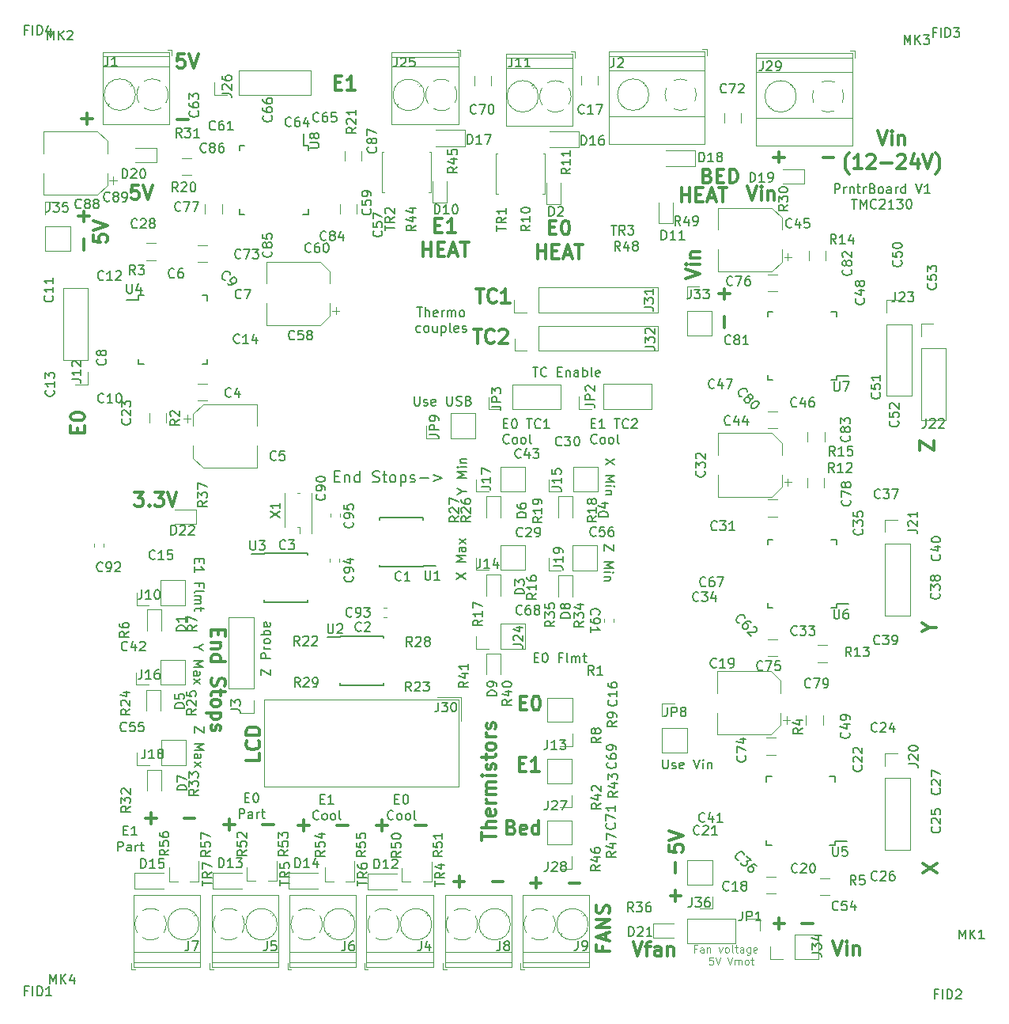
<source format=gto>
%TF.GenerationSoftware,KiCad,Pcbnew,5.0.0-rc3-unknown-101b68b~65~ubuntu18.04.1*%
%TF.CreationDate,2018-07-10T22:47:36-07:00*%
%TF.ProjectId,PrntrBoardV1,50726E7472426F61726456312E6B6963,rev?*%
%TF.SameCoordinates,Original*%
%TF.FileFunction,Legend,Top*%
%TF.FilePolarity,Positive*%
%FSLAX46Y46*%
G04 Gerber Fmt 4.6, Leading zero omitted, Abs format (unit mm)*
G04 Created by KiCad (PCBNEW 5.0.0-rc3-unknown-101b68b~65~ubuntu18.04.1) date Tue Jul 10 22:47:36 2018*
%MOMM*%
%LPD*%
G01*
G04 APERTURE LIST*
%ADD10C,0.300000*%
%ADD11C,0.150000*%
%ADD12C,0.200000*%
%ADD13C,0.100000*%
%ADD14C,0.120000*%
G04 APERTURE END LIST*
D10*
X94342857Y-44878571D02*
X94342857Y-46021428D01*
X93771428Y-45450000D02*
X94914285Y-45450000D01*
X94342857Y-47878571D02*
X94342857Y-49021428D01*
X90178571Y-43785714D02*
X91678571Y-43285714D01*
X90178571Y-42785714D01*
X91678571Y-42285714D02*
X90678571Y-42285714D01*
X90178571Y-42285714D02*
X90250000Y-42357142D01*
X90321428Y-42285714D01*
X90250000Y-42214285D01*
X90178571Y-42285714D01*
X90321428Y-42285714D01*
X90678571Y-41571428D02*
X91678571Y-41571428D01*
X90821428Y-41571428D02*
X90750000Y-41500000D01*
X90678571Y-41357142D01*
X90678571Y-41142857D01*
X90750000Y-41000000D01*
X90892857Y-40928571D01*
X91678571Y-40928571D01*
X25742857Y-36578571D02*
X25742857Y-37721428D01*
X25171428Y-37150000D02*
X26314285Y-37150000D01*
X25742857Y-39578571D02*
X25742857Y-40721428D01*
X26778571Y-39135714D02*
X26778571Y-39850000D01*
X27492857Y-39921428D01*
X27421428Y-39850000D01*
X27350000Y-39707142D01*
X27350000Y-39350000D01*
X27421428Y-39207142D01*
X27492857Y-39135714D01*
X27635714Y-39064285D01*
X27992857Y-39064285D01*
X28135714Y-39135714D01*
X28207142Y-39207142D01*
X28278571Y-39350000D01*
X28278571Y-39707142D01*
X28207142Y-39850000D01*
X28135714Y-39921428D01*
X26778571Y-38635714D02*
X28278571Y-38135714D01*
X26778571Y-37635714D01*
X89107142Y-110421428D02*
X89107142Y-109278571D01*
X89678571Y-109850000D02*
X88535714Y-109850000D01*
X89107142Y-107421428D02*
X89107142Y-106278571D01*
X88428571Y-104385714D02*
X88428571Y-105100000D01*
X89142857Y-105171428D01*
X89071428Y-105100000D01*
X89000000Y-104957142D01*
X89000000Y-104600000D01*
X89071428Y-104457142D01*
X89142857Y-104385714D01*
X89285714Y-104314285D01*
X89642857Y-104314285D01*
X89785714Y-104385714D01*
X89857142Y-104457142D01*
X89928571Y-104600000D01*
X89928571Y-104957142D01*
X89857142Y-105100000D01*
X89785714Y-105171428D01*
X88428571Y-103885714D02*
X89928571Y-103385714D01*
X88428571Y-102885714D01*
X99628571Y-112807142D02*
X100771428Y-112807142D01*
X100200000Y-113378571D02*
X100200000Y-112235714D01*
X102628571Y-112807142D02*
X103771428Y-112807142D01*
X105914285Y-114678571D02*
X106414285Y-116178571D01*
X106914285Y-114678571D01*
X107414285Y-116178571D02*
X107414285Y-115178571D01*
X107414285Y-114678571D02*
X107342857Y-114750000D01*
X107414285Y-114821428D01*
X107485714Y-114750000D01*
X107414285Y-114678571D01*
X107414285Y-114821428D01*
X108128571Y-115178571D02*
X108128571Y-116178571D01*
X108128571Y-115321428D02*
X108200000Y-115250000D01*
X108342857Y-115178571D01*
X108557142Y-115178571D01*
X108700000Y-115250000D01*
X108771428Y-115392857D01*
X108771428Y-116178571D01*
X89728571Y-35578571D02*
X89728571Y-34078571D01*
X89728571Y-34792857D02*
X90585714Y-34792857D01*
X90585714Y-35578571D02*
X90585714Y-34078571D01*
X91300000Y-34792857D02*
X91800000Y-34792857D01*
X92014285Y-35578571D02*
X91300000Y-35578571D01*
X91300000Y-34078571D01*
X92014285Y-34078571D01*
X92585714Y-35150000D02*
X93300000Y-35150000D01*
X92442857Y-35578571D02*
X92942857Y-34078571D01*
X93442857Y-35578571D01*
X93728571Y-34078571D02*
X94585714Y-34078571D01*
X94157142Y-35578571D02*
X94157142Y-34078571D01*
D11*
X73803333Y-53300380D02*
X74374761Y-53300380D01*
X74089047Y-54300380D02*
X74089047Y-53300380D01*
X75279523Y-54205142D02*
X75231904Y-54252761D01*
X75089047Y-54300380D01*
X74993809Y-54300380D01*
X74850952Y-54252761D01*
X74755714Y-54157523D01*
X74708095Y-54062285D01*
X74660476Y-53871809D01*
X74660476Y-53728952D01*
X74708095Y-53538476D01*
X74755714Y-53443238D01*
X74850952Y-53348000D01*
X74993809Y-53300380D01*
X75089047Y-53300380D01*
X75231904Y-53348000D01*
X75279523Y-53395619D01*
X76470000Y-53776571D02*
X76803333Y-53776571D01*
X76946190Y-54300380D02*
X76470000Y-54300380D01*
X76470000Y-53300380D01*
X76946190Y-53300380D01*
X77374761Y-53633714D02*
X77374761Y-54300380D01*
X77374761Y-53728952D02*
X77422380Y-53681333D01*
X77517619Y-53633714D01*
X77660476Y-53633714D01*
X77755714Y-53681333D01*
X77803333Y-53776571D01*
X77803333Y-54300380D01*
X78708095Y-54300380D02*
X78708095Y-53776571D01*
X78660476Y-53681333D01*
X78565238Y-53633714D01*
X78374761Y-53633714D01*
X78279523Y-53681333D01*
X78708095Y-54252761D02*
X78612857Y-54300380D01*
X78374761Y-54300380D01*
X78279523Y-54252761D01*
X78231904Y-54157523D01*
X78231904Y-54062285D01*
X78279523Y-53967047D01*
X78374761Y-53919428D01*
X78612857Y-53919428D01*
X78708095Y-53871809D01*
X79184285Y-54300380D02*
X79184285Y-53300380D01*
X79184285Y-53681333D02*
X79279523Y-53633714D01*
X79470000Y-53633714D01*
X79565238Y-53681333D01*
X79612857Y-53728952D01*
X79660476Y-53824190D01*
X79660476Y-54109904D01*
X79612857Y-54205142D01*
X79565238Y-54252761D01*
X79470000Y-54300380D01*
X79279523Y-54300380D01*
X79184285Y-54252761D01*
X80231904Y-54300380D02*
X80136666Y-54252761D01*
X80089047Y-54157523D01*
X80089047Y-53300380D01*
X80993809Y-54252761D02*
X80898571Y-54300380D01*
X80708095Y-54300380D01*
X80612857Y-54252761D01*
X80565238Y-54157523D01*
X80565238Y-53776571D01*
X80612857Y-53681333D01*
X80708095Y-53633714D01*
X80898571Y-53633714D01*
X80993809Y-53681333D01*
X81041428Y-53776571D01*
X81041428Y-53871809D01*
X80565238Y-53967047D01*
X61412761Y-46887380D02*
X61984190Y-46887380D01*
X61698476Y-47887380D02*
X61698476Y-46887380D01*
X62317523Y-47887380D02*
X62317523Y-46887380D01*
X62746095Y-47887380D02*
X62746095Y-47363571D01*
X62698476Y-47268333D01*
X62603238Y-47220714D01*
X62460380Y-47220714D01*
X62365142Y-47268333D01*
X62317523Y-47315952D01*
X63603238Y-47839761D02*
X63508000Y-47887380D01*
X63317523Y-47887380D01*
X63222285Y-47839761D01*
X63174666Y-47744523D01*
X63174666Y-47363571D01*
X63222285Y-47268333D01*
X63317523Y-47220714D01*
X63508000Y-47220714D01*
X63603238Y-47268333D01*
X63650857Y-47363571D01*
X63650857Y-47458809D01*
X63174666Y-47554047D01*
X64079428Y-47887380D02*
X64079428Y-47220714D01*
X64079428Y-47411190D02*
X64127047Y-47315952D01*
X64174666Y-47268333D01*
X64269904Y-47220714D01*
X64365142Y-47220714D01*
X64698476Y-47887380D02*
X64698476Y-47220714D01*
X64698476Y-47315952D02*
X64746095Y-47268333D01*
X64841333Y-47220714D01*
X64984190Y-47220714D01*
X65079428Y-47268333D01*
X65127047Y-47363571D01*
X65127047Y-47887380D01*
X65127047Y-47363571D02*
X65174666Y-47268333D01*
X65269904Y-47220714D01*
X65412761Y-47220714D01*
X65507999Y-47268333D01*
X65555619Y-47363571D01*
X65555619Y-47887380D01*
X66174666Y-47887380D02*
X66079428Y-47839761D01*
X66031809Y-47792142D01*
X65984190Y-47696904D01*
X65984190Y-47411190D01*
X66031809Y-47315952D01*
X66079428Y-47268333D01*
X66174666Y-47220714D01*
X66317523Y-47220714D01*
X66412761Y-47268333D01*
X66460380Y-47315952D01*
X66508000Y-47411190D01*
X66508000Y-47696904D01*
X66460380Y-47792142D01*
X66412761Y-47839761D01*
X66317523Y-47887380D01*
X66174666Y-47887380D01*
X61793714Y-49489761D02*
X61698476Y-49537380D01*
X61508000Y-49537380D01*
X61412761Y-49489761D01*
X61365142Y-49442142D01*
X61317523Y-49346904D01*
X61317523Y-49061190D01*
X61365142Y-48965952D01*
X61412761Y-48918333D01*
X61508000Y-48870714D01*
X61698476Y-48870714D01*
X61793714Y-48918333D01*
X62365142Y-49537380D02*
X62269904Y-49489761D01*
X62222285Y-49442142D01*
X62174666Y-49346904D01*
X62174666Y-49061190D01*
X62222285Y-48965952D01*
X62269904Y-48918333D01*
X62365142Y-48870714D01*
X62508000Y-48870714D01*
X62603238Y-48918333D01*
X62650857Y-48965952D01*
X62698476Y-49061190D01*
X62698476Y-49346904D01*
X62650857Y-49442142D01*
X62603238Y-49489761D01*
X62508000Y-49537380D01*
X62365142Y-49537380D01*
X63555619Y-48870714D02*
X63555619Y-49537380D01*
X63127047Y-48870714D02*
X63127047Y-49394523D01*
X63174666Y-49489761D01*
X63269904Y-49537380D01*
X63412761Y-49537380D01*
X63508000Y-49489761D01*
X63555619Y-49442142D01*
X64031809Y-48870714D02*
X64031809Y-49870714D01*
X64031809Y-48918333D02*
X64127047Y-48870714D01*
X64317523Y-48870714D01*
X64412761Y-48918333D01*
X64460380Y-48965952D01*
X64508000Y-49061190D01*
X64508000Y-49346904D01*
X64460380Y-49442142D01*
X64412761Y-49489761D01*
X64317523Y-49537380D01*
X64127047Y-49537380D01*
X64031809Y-49489761D01*
X65079428Y-49537380D02*
X64984190Y-49489761D01*
X64936571Y-49394523D01*
X64936571Y-48537380D01*
X65841333Y-49489761D02*
X65746095Y-49537380D01*
X65555619Y-49537380D01*
X65460380Y-49489761D01*
X65412761Y-49394523D01*
X65412761Y-49013571D01*
X65460380Y-48918333D01*
X65555619Y-48870714D01*
X65746095Y-48870714D01*
X65841333Y-48918333D01*
X65888952Y-49013571D01*
X65888952Y-49108809D01*
X65412761Y-49204047D01*
X66269904Y-49489761D02*
X66365142Y-49537380D01*
X66555619Y-49537380D01*
X66650857Y-49489761D01*
X66698476Y-49394523D01*
X66698476Y-49346904D01*
X66650857Y-49251666D01*
X66555619Y-49204047D01*
X66412761Y-49204047D01*
X66317523Y-49156428D01*
X66269904Y-49061190D01*
X66269904Y-49013571D01*
X66317523Y-48918333D01*
X66412761Y-48870714D01*
X66555619Y-48870714D01*
X66650857Y-48918333D01*
X70693595Y-59301571D02*
X71026928Y-59301571D01*
X71169785Y-59825380D02*
X70693595Y-59825380D01*
X70693595Y-58825380D01*
X71169785Y-58825380D01*
X71788833Y-58825380D02*
X71884071Y-58825380D01*
X71979309Y-58873000D01*
X72026928Y-58920619D01*
X72074547Y-59015857D01*
X72122166Y-59206333D01*
X72122166Y-59444428D01*
X72074547Y-59634904D01*
X72026928Y-59730142D01*
X71979309Y-59777761D01*
X71884071Y-59825380D01*
X71788833Y-59825380D01*
X71693595Y-59777761D01*
X71645976Y-59730142D01*
X71598357Y-59634904D01*
X71550738Y-59444428D01*
X71550738Y-59206333D01*
X71598357Y-59015857D01*
X71645976Y-58920619D01*
X71693595Y-58873000D01*
X71788833Y-58825380D01*
X73169785Y-58825380D02*
X73741214Y-58825380D01*
X73455500Y-59825380D02*
X73455500Y-58825380D01*
X74645976Y-59730142D02*
X74598357Y-59777761D01*
X74455500Y-59825380D01*
X74360261Y-59825380D01*
X74217404Y-59777761D01*
X74122166Y-59682523D01*
X74074547Y-59587285D01*
X74026928Y-59396809D01*
X74026928Y-59253952D01*
X74074547Y-59063476D01*
X74122166Y-58968238D01*
X74217404Y-58873000D01*
X74360261Y-58825380D01*
X74455500Y-58825380D01*
X74598357Y-58873000D01*
X74645976Y-58920619D01*
X75598357Y-59825380D02*
X75026928Y-59825380D01*
X75312642Y-59825380D02*
X75312642Y-58825380D01*
X75217404Y-58968238D01*
X75122166Y-59063476D01*
X75026928Y-59111095D01*
X71265023Y-61380142D02*
X71217404Y-61427761D01*
X71074547Y-61475380D01*
X70979309Y-61475380D01*
X70836452Y-61427761D01*
X70741214Y-61332523D01*
X70693595Y-61237285D01*
X70645976Y-61046809D01*
X70645976Y-60903952D01*
X70693595Y-60713476D01*
X70741214Y-60618238D01*
X70836452Y-60523000D01*
X70979309Y-60475380D01*
X71074547Y-60475380D01*
X71217404Y-60523000D01*
X71265023Y-60570619D01*
X71836452Y-61475380D02*
X71741214Y-61427761D01*
X71693595Y-61380142D01*
X71645976Y-61284904D01*
X71645976Y-60999190D01*
X71693595Y-60903952D01*
X71741214Y-60856333D01*
X71836452Y-60808714D01*
X71979309Y-60808714D01*
X72074547Y-60856333D01*
X72122166Y-60903952D01*
X72169785Y-60999190D01*
X72169785Y-61284904D01*
X72122166Y-61380142D01*
X72074547Y-61427761D01*
X71979309Y-61475380D01*
X71836452Y-61475380D01*
X72741214Y-61475380D02*
X72645976Y-61427761D01*
X72598357Y-61380142D01*
X72550738Y-61284904D01*
X72550738Y-60999190D01*
X72598357Y-60903952D01*
X72645976Y-60856333D01*
X72741214Y-60808714D01*
X72884071Y-60808714D01*
X72979309Y-60856333D01*
X73026928Y-60903952D01*
X73074547Y-60999190D01*
X73074547Y-61284904D01*
X73026928Y-61380142D01*
X72979309Y-61427761D01*
X72884071Y-61475380D01*
X72741214Y-61475380D01*
X73645976Y-61475380D02*
X73550738Y-61427761D01*
X73503119Y-61332523D01*
X73503119Y-60475380D01*
X80091595Y-59301571D02*
X80424928Y-59301571D01*
X80567785Y-59825380D02*
X80091595Y-59825380D01*
X80091595Y-58825380D01*
X80567785Y-58825380D01*
X81520166Y-59825380D02*
X80948738Y-59825380D01*
X81234452Y-59825380D02*
X81234452Y-58825380D01*
X81139214Y-58968238D01*
X81043976Y-59063476D01*
X80948738Y-59111095D01*
X82567785Y-58825380D02*
X83139214Y-58825380D01*
X82853500Y-59825380D02*
X82853500Y-58825380D01*
X84043976Y-59730142D02*
X83996357Y-59777761D01*
X83853500Y-59825380D01*
X83758261Y-59825380D01*
X83615404Y-59777761D01*
X83520166Y-59682523D01*
X83472547Y-59587285D01*
X83424928Y-59396809D01*
X83424928Y-59253952D01*
X83472547Y-59063476D01*
X83520166Y-58968238D01*
X83615404Y-58873000D01*
X83758261Y-58825380D01*
X83853500Y-58825380D01*
X83996357Y-58873000D01*
X84043976Y-58920619D01*
X84424928Y-58920619D02*
X84472547Y-58873000D01*
X84567785Y-58825380D01*
X84805880Y-58825380D01*
X84901119Y-58873000D01*
X84948738Y-58920619D01*
X84996357Y-59015857D01*
X84996357Y-59111095D01*
X84948738Y-59253952D01*
X84377309Y-59825380D01*
X84996357Y-59825380D01*
X80663023Y-61380142D02*
X80615404Y-61427761D01*
X80472547Y-61475380D01*
X80377309Y-61475380D01*
X80234452Y-61427761D01*
X80139214Y-61332523D01*
X80091595Y-61237285D01*
X80043976Y-61046809D01*
X80043976Y-60903952D01*
X80091595Y-60713476D01*
X80139214Y-60618238D01*
X80234452Y-60523000D01*
X80377309Y-60475380D01*
X80472547Y-60475380D01*
X80615404Y-60523000D01*
X80663023Y-60570619D01*
X81234452Y-61475380D02*
X81139214Y-61427761D01*
X81091595Y-61380142D01*
X81043976Y-61284904D01*
X81043976Y-60999190D01*
X81091595Y-60903952D01*
X81139214Y-60856333D01*
X81234452Y-60808714D01*
X81377309Y-60808714D01*
X81472547Y-60856333D01*
X81520166Y-60903952D01*
X81567785Y-60999190D01*
X81567785Y-61284904D01*
X81520166Y-61380142D01*
X81472547Y-61427761D01*
X81377309Y-61475380D01*
X81234452Y-61475380D01*
X82139214Y-61475380D02*
X82043976Y-61427761D01*
X81996357Y-61380142D01*
X81948738Y-61284904D01*
X81948738Y-60999190D01*
X81996357Y-60903952D01*
X82043976Y-60856333D01*
X82139214Y-60808714D01*
X82282071Y-60808714D01*
X82377309Y-60856333D01*
X82424928Y-60903952D01*
X82472547Y-60999190D01*
X82472547Y-61284904D01*
X82424928Y-61380142D01*
X82377309Y-61427761D01*
X82282071Y-61475380D01*
X82139214Y-61475380D01*
X83043976Y-61475380D02*
X82948738Y-61427761D01*
X82901119Y-61332523D01*
X82901119Y-60475380D01*
D10*
X67449142Y-49216571D02*
X68306285Y-49216571D01*
X67877714Y-50716571D02*
X67877714Y-49216571D01*
X69663428Y-50573714D02*
X69592000Y-50645142D01*
X69377714Y-50716571D01*
X69234857Y-50716571D01*
X69020571Y-50645142D01*
X68877714Y-50502285D01*
X68806285Y-50359428D01*
X68734857Y-50073714D01*
X68734857Y-49859428D01*
X68806285Y-49573714D01*
X68877714Y-49430857D01*
X69020571Y-49288000D01*
X69234857Y-49216571D01*
X69377714Y-49216571D01*
X69592000Y-49288000D01*
X69663428Y-49359428D01*
X70234857Y-49359428D02*
X70306285Y-49288000D01*
X70449142Y-49216571D01*
X70806285Y-49216571D01*
X70949142Y-49288000D01*
X71020571Y-49359428D01*
X71092000Y-49502285D01*
X71092000Y-49645142D01*
X71020571Y-49859428D01*
X70163428Y-50716571D01*
X71092000Y-50716571D01*
X67703142Y-44898571D02*
X68560285Y-44898571D01*
X68131714Y-46398571D02*
X68131714Y-44898571D01*
X69917428Y-46255714D02*
X69846000Y-46327142D01*
X69631714Y-46398571D01*
X69488857Y-46398571D01*
X69274571Y-46327142D01*
X69131714Y-46184285D01*
X69060285Y-46041428D01*
X68988857Y-45755714D01*
X68988857Y-45541428D01*
X69060285Y-45255714D01*
X69131714Y-45112857D01*
X69274571Y-44970000D01*
X69488857Y-44898571D01*
X69631714Y-44898571D01*
X69846000Y-44970000D01*
X69917428Y-45041428D01*
X71346000Y-46398571D02*
X70488857Y-46398571D01*
X70917428Y-46398571D02*
X70917428Y-44898571D01*
X70774571Y-45112857D01*
X70631714Y-45255714D01*
X70488857Y-45327142D01*
D12*
X52578571Y-64964285D02*
X52978571Y-64964285D01*
X53150000Y-65592857D02*
X52578571Y-65592857D01*
X52578571Y-64392857D01*
X53150000Y-64392857D01*
X53664285Y-64792857D02*
X53664285Y-65592857D01*
X53664285Y-64907142D02*
X53721428Y-64850000D01*
X53835714Y-64792857D01*
X54007142Y-64792857D01*
X54121428Y-64850000D01*
X54178571Y-64964285D01*
X54178571Y-65592857D01*
X55264285Y-65592857D02*
X55264285Y-64392857D01*
X55264285Y-65535714D02*
X55150000Y-65592857D01*
X54921428Y-65592857D01*
X54807142Y-65535714D01*
X54750000Y-65478571D01*
X54692857Y-65364285D01*
X54692857Y-65021428D01*
X54750000Y-64907142D01*
X54807142Y-64850000D01*
X54921428Y-64792857D01*
X55150000Y-64792857D01*
X55264285Y-64850000D01*
X56692857Y-65535714D02*
X56864285Y-65592857D01*
X57150000Y-65592857D01*
X57264285Y-65535714D01*
X57321428Y-65478571D01*
X57378571Y-65364285D01*
X57378571Y-65250000D01*
X57321428Y-65135714D01*
X57264285Y-65078571D01*
X57150000Y-65021428D01*
X56921428Y-64964285D01*
X56807142Y-64907142D01*
X56750000Y-64850000D01*
X56692857Y-64735714D01*
X56692857Y-64621428D01*
X56750000Y-64507142D01*
X56807142Y-64450000D01*
X56921428Y-64392857D01*
X57207142Y-64392857D01*
X57378571Y-64450000D01*
X57721428Y-64792857D02*
X58178571Y-64792857D01*
X57892857Y-64392857D02*
X57892857Y-65421428D01*
X57950000Y-65535714D01*
X58064285Y-65592857D01*
X58178571Y-65592857D01*
X58750000Y-65592857D02*
X58635714Y-65535714D01*
X58578571Y-65478571D01*
X58521428Y-65364285D01*
X58521428Y-65021428D01*
X58578571Y-64907142D01*
X58635714Y-64850000D01*
X58750000Y-64792857D01*
X58921428Y-64792857D01*
X59035714Y-64850000D01*
X59092857Y-64907142D01*
X59150000Y-65021428D01*
X59150000Y-65364285D01*
X59092857Y-65478571D01*
X59035714Y-65535714D01*
X58921428Y-65592857D01*
X58750000Y-65592857D01*
X59664285Y-64792857D02*
X59664285Y-65992857D01*
X59664285Y-64850000D02*
X59778571Y-64792857D01*
X60007142Y-64792857D01*
X60121428Y-64850000D01*
X60178571Y-64907142D01*
X60235714Y-65021428D01*
X60235714Y-65364285D01*
X60178571Y-65478571D01*
X60121428Y-65535714D01*
X60007142Y-65592857D01*
X59778571Y-65592857D01*
X59664285Y-65535714D01*
X60692857Y-65535714D02*
X60807142Y-65592857D01*
X61035714Y-65592857D01*
X61150000Y-65535714D01*
X61207142Y-65421428D01*
X61207142Y-65364285D01*
X61150000Y-65250000D01*
X61035714Y-65192857D01*
X60864285Y-65192857D01*
X60750000Y-65135714D01*
X60692857Y-65021428D01*
X60692857Y-64964285D01*
X60750000Y-64850000D01*
X60864285Y-64792857D01*
X61035714Y-64792857D01*
X61150000Y-64850000D01*
X61721428Y-65135714D02*
X62635714Y-65135714D01*
X63207142Y-64792857D02*
X64121428Y-65135714D01*
X63207142Y-65478571D01*
D10*
X40157142Y-81392857D02*
X40157142Y-81892857D01*
X39371428Y-82107142D02*
X39371428Y-81392857D01*
X40871428Y-81392857D01*
X40871428Y-82107142D01*
X40371428Y-82750000D02*
X39371428Y-82750000D01*
X40228571Y-82750000D02*
X40300000Y-82821428D01*
X40371428Y-82964285D01*
X40371428Y-83178571D01*
X40300000Y-83321428D01*
X40157142Y-83392857D01*
X39371428Y-83392857D01*
X39371428Y-84750000D02*
X40871428Y-84750000D01*
X39442857Y-84750000D02*
X39371428Y-84607142D01*
X39371428Y-84321428D01*
X39442857Y-84178571D01*
X39514285Y-84107142D01*
X39657142Y-84035714D01*
X40085714Y-84035714D01*
X40228571Y-84107142D01*
X40300000Y-84178571D01*
X40371428Y-84321428D01*
X40371428Y-84607142D01*
X40300000Y-84750000D01*
X39442857Y-86535714D02*
X39371428Y-86750000D01*
X39371428Y-87107142D01*
X39442857Y-87250000D01*
X39514285Y-87321428D01*
X39657142Y-87392857D01*
X39800000Y-87392857D01*
X39942857Y-87321428D01*
X40014285Y-87250000D01*
X40085714Y-87107142D01*
X40157142Y-86821428D01*
X40228571Y-86678571D01*
X40300000Y-86607142D01*
X40442857Y-86535714D01*
X40585714Y-86535714D01*
X40728571Y-86607142D01*
X40800000Y-86678571D01*
X40871428Y-86821428D01*
X40871428Y-87178571D01*
X40800000Y-87392857D01*
X40371428Y-87821428D02*
X40371428Y-88392857D01*
X40871428Y-88035714D02*
X39585714Y-88035714D01*
X39442857Y-88107142D01*
X39371428Y-88250000D01*
X39371428Y-88392857D01*
X39371428Y-89107142D02*
X39442857Y-88964285D01*
X39514285Y-88892857D01*
X39657142Y-88821428D01*
X40085714Y-88821428D01*
X40228571Y-88892857D01*
X40300000Y-88964285D01*
X40371428Y-89107142D01*
X40371428Y-89321428D01*
X40300000Y-89464285D01*
X40228571Y-89535714D01*
X40085714Y-89607142D01*
X39657142Y-89607142D01*
X39514285Y-89535714D01*
X39442857Y-89464285D01*
X39371428Y-89321428D01*
X39371428Y-89107142D01*
X40371428Y-90250000D02*
X38871428Y-90250000D01*
X40300000Y-90250000D02*
X40371428Y-90392857D01*
X40371428Y-90678571D01*
X40300000Y-90821428D01*
X40228571Y-90892857D01*
X40085714Y-90964285D01*
X39657142Y-90964285D01*
X39514285Y-90892857D01*
X39442857Y-90821428D01*
X39371428Y-90678571D01*
X39371428Y-90392857D01*
X39442857Y-90250000D01*
X39442857Y-91535714D02*
X39371428Y-91678571D01*
X39371428Y-91964285D01*
X39442857Y-92107142D01*
X39585714Y-92178571D01*
X39657142Y-92178571D01*
X39800000Y-92107142D01*
X39871428Y-91964285D01*
X39871428Y-91750000D01*
X39942857Y-91607142D01*
X40085714Y-91535714D01*
X40157142Y-91535714D01*
X40300000Y-91607142D01*
X40371428Y-91750000D01*
X40371428Y-91964285D01*
X40300000Y-92107142D01*
X68328571Y-103907142D02*
X68328571Y-103050000D01*
X69828571Y-103478571D02*
X68328571Y-103478571D01*
X69828571Y-102550000D02*
X68328571Y-102550000D01*
X69828571Y-101907142D02*
X69042857Y-101907142D01*
X68900000Y-101978571D01*
X68828571Y-102121428D01*
X68828571Y-102335714D01*
X68900000Y-102478571D01*
X68971428Y-102550000D01*
X69757142Y-100621428D02*
X69828571Y-100764285D01*
X69828571Y-101050000D01*
X69757142Y-101192857D01*
X69614285Y-101264285D01*
X69042857Y-101264285D01*
X68900000Y-101192857D01*
X68828571Y-101050000D01*
X68828571Y-100764285D01*
X68900000Y-100621428D01*
X69042857Y-100550000D01*
X69185714Y-100550000D01*
X69328571Y-101264285D01*
X69828571Y-99907142D02*
X68828571Y-99907142D01*
X69114285Y-99907142D02*
X68971428Y-99835714D01*
X68900000Y-99764285D01*
X68828571Y-99621428D01*
X68828571Y-99478571D01*
X69828571Y-98978571D02*
X68828571Y-98978571D01*
X68971428Y-98978571D02*
X68900000Y-98907142D01*
X68828571Y-98764285D01*
X68828571Y-98550000D01*
X68900000Y-98407142D01*
X69042857Y-98335714D01*
X69828571Y-98335714D01*
X69042857Y-98335714D02*
X68900000Y-98264285D01*
X68828571Y-98121428D01*
X68828571Y-97907142D01*
X68900000Y-97764285D01*
X69042857Y-97692857D01*
X69828571Y-97692857D01*
X69828571Y-96978571D02*
X68828571Y-96978571D01*
X68328571Y-96978571D02*
X68400000Y-97050000D01*
X68471428Y-96978571D01*
X68400000Y-96907142D01*
X68328571Y-96978571D01*
X68471428Y-96978571D01*
X69757142Y-96335714D02*
X69828571Y-96192857D01*
X69828571Y-95907142D01*
X69757142Y-95764285D01*
X69614285Y-95692857D01*
X69542857Y-95692857D01*
X69400000Y-95764285D01*
X69328571Y-95907142D01*
X69328571Y-96121428D01*
X69257142Y-96264285D01*
X69114285Y-96335714D01*
X69042857Y-96335714D01*
X68900000Y-96264285D01*
X68828571Y-96121428D01*
X68828571Y-95907142D01*
X68900000Y-95764285D01*
X68828571Y-95264285D02*
X68828571Y-94692857D01*
X68328571Y-95050000D02*
X69614285Y-95050000D01*
X69757142Y-94978571D01*
X69828571Y-94835714D01*
X69828571Y-94692857D01*
X69828571Y-93978571D02*
X69757142Y-94121428D01*
X69685714Y-94192857D01*
X69542857Y-94264285D01*
X69114285Y-94264285D01*
X68971428Y-94192857D01*
X68900000Y-94121428D01*
X68828571Y-93978571D01*
X68828571Y-93764285D01*
X68900000Y-93621428D01*
X68971428Y-93550000D01*
X69114285Y-93478571D01*
X69542857Y-93478571D01*
X69685714Y-93550000D01*
X69757142Y-93621428D01*
X69828571Y-93764285D01*
X69828571Y-93978571D01*
X69828571Y-92835714D02*
X68828571Y-92835714D01*
X69114285Y-92835714D02*
X68971428Y-92764285D01*
X68900000Y-92692857D01*
X68828571Y-92550000D01*
X68828571Y-92407142D01*
X69757142Y-91978571D02*
X69828571Y-91835714D01*
X69828571Y-91550000D01*
X69757142Y-91407142D01*
X69614285Y-91335714D01*
X69542857Y-91335714D01*
X69400000Y-91407142D01*
X69328571Y-91550000D01*
X69328571Y-91764285D01*
X69257142Y-91907142D01*
X69114285Y-91978571D01*
X69042857Y-91978571D01*
X68900000Y-91907142D01*
X68828571Y-91764285D01*
X68828571Y-91550000D01*
X68900000Y-91407142D01*
X44578571Y-94635714D02*
X44578571Y-95350000D01*
X43078571Y-95350000D01*
X44435714Y-93278571D02*
X44507142Y-93350000D01*
X44578571Y-93564285D01*
X44578571Y-93707142D01*
X44507142Y-93921428D01*
X44364285Y-94064285D01*
X44221428Y-94135714D01*
X43935714Y-94207142D01*
X43721428Y-94207142D01*
X43435714Y-94135714D01*
X43292857Y-94064285D01*
X43150000Y-93921428D01*
X43078571Y-93707142D01*
X43078571Y-93564285D01*
X43150000Y-93350000D01*
X43221428Y-93278571D01*
X44578571Y-92635714D02*
X43078571Y-92635714D01*
X43078571Y-92278571D01*
X43150000Y-92064285D01*
X43292857Y-91921428D01*
X43435714Y-91850000D01*
X43721428Y-91778571D01*
X43935714Y-91778571D01*
X44221428Y-91850000D01*
X44364285Y-91921428D01*
X44507142Y-92064285D01*
X44578571Y-92278571D01*
X44578571Y-92635714D01*
X84556885Y-114748571D02*
X85056885Y-116248571D01*
X85556885Y-114748571D01*
X85842600Y-115248571D02*
X86414028Y-115248571D01*
X86056885Y-116248571D02*
X86056885Y-114962857D01*
X86128314Y-114820000D01*
X86271171Y-114748571D01*
X86414028Y-114748571D01*
X87556885Y-116248571D02*
X87556885Y-115462857D01*
X87485457Y-115320000D01*
X87342600Y-115248571D01*
X87056885Y-115248571D01*
X86914028Y-115320000D01*
X87556885Y-116177142D02*
X87414028Y-116248571D01*
X87056885Y-116248571D01*
X86914028Y-116177142D01*
X86842600Y-116034285D01*
X86842600Y-115891428D01*
X86914028Y-115748571D01*
X87056885Y-115677142D01*
X87414028Y-115677142D01*
X87556885Y-115605714D01*
X88271171Y-115248571D02*
X88271171Y-116248571D01*
X88271171Y-115391428D02*
X88342600Y-115320000D01*
X88485457Y-115248571D01*
X88699742Y-115248571D01*
X88842600Y-115320000D01*
X88914028Y-115462857D01*
X88914028Y-116248571D01*
X31614285Y-33828571D02*
X30900000Y-33828571D01*
X30828571Y-34542857D01*
X30900000Y-34471428D01*
X31042857Y-34400000D01*
X31400000Y-34400000D01*
X31542857Y-34471428D01*
X31614285Y-34542857D01*
X31685714Y-34685714D01*
X31685714Y-35042857D01*
X31614285Y-35185714D01*
X31542857Y-35257142D01*
X31400000Y-35328571D01*
X31042857Y-35328571D01*
X30900000Y-35257142D01*
X30828571Y-35185714D01*
X32114285Y-33828571D02*
X32614285Y-35328571D01*
X33114285Y-33828571D01*
X96813085Y-33925771D02*
X97313085Y-35425771D01*
X97813085Y-33925771D01*
X98313085Y-35425771D02*
X98313085Y-34425771D01*
X98313085Y-33925771D02*
X98241657Y-33997200D01*
X98313085Y-34068628D01*
X98384514Y-33997200D01*
X98313085Y-33925771D01*
X98313085Y-34068628D01*
X99027371Y-34425771D02*
X99027371Y-35425771D01*
X99027371Y-34568628D02*
X99098800Y-34497200D01*
X99241657Y-34425771D01*
X99455942Y-34425771D01*
X99598800Y-34497200D01*
X99670228Y-34640057D01*
X99670228Y-35425771D01*
X31196914Y-66693171D02*
X32125485Y-66693171D01*
X31625485Y-67264600D01*
X31839771Y-67264600D01*
X31982628Y-67336028D01*
X32054057Y-67407457D01*
X32125485Y-67550314D01*
X32125485Y-67907457D01*
X32054057Y-68050314D01*
X31982628Y-68121742D01*
X31839771Y-68193171D01*
X31411200Y-68193171D01*
X31268342Y-68121742D01*
X31196914Y-68050314D01*
X32768342Y-68050314D02*
X32839771Y-68121742D01*
X32768342Y-68193171D01*
X32696914Y-68121742D01*
X32768342Y-68050314D01*
X32768342Y-68193171D01*
X33339771Y-66693171D02*
X34268342Y-66693171D01*
X33768342Y-67264600D01*
X33982628Y-67264600D01*
X34125485Y-67336028D01*
X34196914Y-67407457D01*
X34268342Y-67550314D01*
X34268342Y-67907457D01*
X34196914Y-68050314D01*
X34125485Y-68121742D01*
X33982628Y-68193171D01*
X33554057Y-68193171D01*
X33411200Y-68121742D01*
X33339771Y-68050314D01*
X34696914Y-66693171D02*
X35196914Y-68193171D01*
X35696914Y-66693171D01*
X35778571Y-26807142D02*
X36921428Y-26807142D01*
X25528571Y-26707142D02*
X26671428Y-26707142D01*
X26100000Y-27278571D02*
X26100000Y-26135714D01*
X99604914Y-30815742D02*
X100747771Y-30815742D01*
X100176342Y-31387171D02*
X100176342Y-30244314D01*
X104890628Y-30815742D02*
X106033485Y-30815742D01*
X65357142Y-108307142D02*
X66500000Y-108307142D01*
X65928571Y-108878571D02*
X65928571Y-107735714D01*
X69500000Y-108307142D02*
X70642857Y-108307142D01*
X73582342Y-108457142D02*
X74725200Y-108457142D01*
X74153771Y-109028571D02*
X74153771Y-107885714D01*
X77725200Y-108457142D02*
X78868057Y-108457142D01*
X32357142Y-101557142D02*
X33500000Y-101557142D01*
X32928571Y-102128571D02*
X32928571Y-100985714D01*
X36500000Y-101557142D02*
X37642857Y-101557142D01*
X40757142Y-102207142D02*
X41900000Y-102207142D01*
X41328571Y-102778571D02*
X41328571Y-101635714D01*
X44900000Y-102207142D02*
X46042857Y-102207142D01*
X48707142Y-102307142D02*
X49850000Y-102307142D01*
X49278571Y-102878571D02*
X49278571Y-101735714D01*
X52850000Y-102307142D02*
X53992857Y-102307142D01*
X57107142Y-102307142D02*
X58250000Y-102307142D01*
X57678571Y-102878571D02*
X57678571Y-101735714D01*
X61250000Y-102307142D02*
X62392857Y-102307142D01*
X81292857Y-115278571D02*
X81292857Y-115778571D01*
X82078571Y-115778571D02*
X80578571Y-115778571D01*
X80578571Y-115064285D01*
X81650000Y-114564285D02*
X81650000Y-113850000D01*
X82078571Y-114707142D02*
X80578571Y-114207142D01*
X82078571Y-113707142D01*
X82078571Y-113207142D02*
X80578571Y-113207142D01*
X82078571Y-112350000D01*
X80578571Y-112350000D01*
X82007142Y-111707142D02*
X82078571Y-111492857D01*
X82078571Y-111135714D01*
X82007142Y-110992857D01*
X81935714Y-110921428D01*
X81792857Y-110850000D01*
X81650000Y-110850000D01*
X81507142Y-110921428D01*
X81435714Y-110992857D01*
X81364285Y-111135714D01*
X81292857Y-111421428D01*
X81221428Y-111564285D01*
X81150000Y-111635714D01*
X81007142Y-111707142D01*
X80864285Y-111707142D01*
X80721428Y-111635714D01*
X80650000Y-111564285D01*
X80578571Y-111421428D01*
X80578571Y-111064285D01*
X80650000Y-110850000D01*
D12*
X30009523Y-102828571D02*
X30342857Y-102828571D01*
X30485714Y-103352380D02*
X30009523Y-103352380D01*
X30009523Y-102352380D01*
X30485714Y-102352380D01*
X31438095Y-103352380D02*
X30866666Y-103352380D01*
X31152380Y-103352380D02*
X31152380Y-102352380D01*
X31057142Y-102495238D01*
X30961904Y-102590476D01*
X30866666Y-102638095D01*
X29390476Y-105052380D02*
X29390476Y-104052380D01*
X29771428Y-104052380D01*
X29866666Y-104100000D01*
X29914285Y-104147619D01*
X29961904Y-104242857D01*
X29961904Y-104385714D01*
X29914285Y-104480952D01*
X29866666Y-104528571D01*
X29771428Y-104576190D01*
X29390476Y-104576190D01*
X30819047Y-105052380D02*
X30819047Y-104528571D01*
X30771428Y-104433333D01*
X30676190Y-104385714D01*
X30485714Y-104385714D01*
X30390476Y-104433333D01*
X30819047Y-105004761D02*
X30723809Y-105052380D01*
X30485714Y-105052380D01*
X30390476Y-105004761D01*
X30342857Y-104909523D01*
X30342857Y-104814285D01*
X30390476Y-104719047D01*
X30485714Y-104671428D01*
X30723809Y-104671428D01*
X30819047Y-104623809D01*
X31295238Y-105052380D02*
X31295238Y-104385714D01*
X31295238Y-104576190D02*
X31342857Y-104480952D01*
X31390476Y-104433333D01*
X31485714Y-104385714D01*
X31580952Y-104385714D01*
X31771428Y-104385714D02*
X32152380Y-104385714D01*
X31914285Y-104052380D02*
X31914285Y-104909523D01*
X31961904Y-105004761D01*
X32057142Y-105052380D01*
X32152380Y-105052380D01*
X43009523Y-99328571D02*
X43342857Y-99328571D01*
X43485714Y-99852380D02*
X43009523Y-99852380D01*
X43009523Y-98852380D01*
X43485714Y-98852380D01*
X44104761Y-98852380D02*
X44200000Y-98852380D01*
X44295238Y-98900000D01*
X44342857Y-98947619D01*
X44390476Y-99042857D01*
X44438095Y-99233333D01*
X44438095Y-99471428D01*
X44390476Y-99661904D01*
X44342857Y-99757142D01*
X44295238Y-99804761D01*
X44200000Y-99852380D01*
X44104761Y-99852380D01*
X44009523Y-99804761D01*
X43961904Y-99757142D01*
X43914285Y-99661904D01*
X43866666Y-99471428D01*
X43866666Y-99233333D01*
X43914285Y-99042857D01*
X43961904Y-98947619D01*
X44009523Y-98900000D01*
X44104761Y-98852380D01*
X42390476Y-101552380D02*
X42390476Y-100552380D01*
X42771428Y-100552380D01*
X42866666Y-100600000D01*
X42914285Y-100647619D01*
X42961904Y-100742857D01*
X42961904Y-100885714D01*
X42914285Y-100980952D01*
X42866666Y-101028571D01*
X42771428Y-101076190D01*
X42390476Y-101076190D01*
X43819047Y-101552380D02*
X43819047Y-101028571D01*
X43771428Y-100933333D01*
X43676190Y-100885714D01*
X43485714Y-100885714D01*
X43390476Y-100933333D01*
X43819047Y-101504761D02*
X43723809Y-101552380D01*
X43485714Y-101552380D01*
X43390476Y-101504761D01*
X43342857Y-101409523D01*
X43342857Y-101314285D01*
X43390476Y-101219047D01*
X43485714Y-101171428D01*
X43723809Y-101171428D01*
X43819047Y-101123809D01*
X44295238Y-101552380D02*
X44295238Y-100885714D01*
X44295238Y-101076190D02*
X44342857Y-100980952D01*
X44390476Y-100933333D01*
X44485714Y-100885714D01*
X44580952Y-100885714D01*
X44771428Y-100885714D02*
X45152380Y-100885714D01*
X44914285Y-100552380D02*
X44914285Y-101409523D01*
X44961904Y-101504761D01*
X45057142Y-101552380D01*
X45152380Y-101552380D01*
X51059523Y-99478571D02*
X51392857Y-99478571D01*
X51535714Y-100002380D02*
X51059523Y-100002380D01*
X51059523Y-99002380D01*
X51535714Y-99002380D01*
X52488095Y-100002380D02*
X51916666Y-100002380D01*
X52202380Y-100002380D02*
X52202380Y-99002380D01*
X52107142Y-99145238D01*
X52011904Y-99240476D01*
X51916666Y-99288095D01*
X50892857Y-101607142D02*
X50845238Y-101654761D01*
X50702380Y-101702380D01*
X50607142Y-101702380D01*
X50464285Y-101654761D01*
X50369047Y-101559523D01*
X50321428Y-101464285D01*
X50273809Y-101273809D01*
X50273809Y-101130952D01*
X50321428Y-100940476D01*
X50369047Y-100845238D01*
X50464285Y-100750000D01*
X50607142Y-100702380D01*
X50702380Y-100702380D01*
X50845238Y-100750000D01*
X50892857Y-100797619D01*
X51464285Y-101702380D02*
X51369047Y-101654761D01*
X51321428Y-101607142D01*
X51273809Y-101511904D01*
X51273809Y-101226190D01*
X51321428Y-101130952D01*
X51369047Y-101083333D01*
X51464285Y-101035714D01*
X51607142Y-101035714D01*
X51702380Y-101083333D01*
X51750000Y-101130952D01*
X51797619Y-101226190D01*
X51797619Y-101511904D01*
X51750000Y-101607142D01*
X51702380Y-101654761D01*
X51607142Y-101702380D01*
X51464285Y-101702380D01*
X52369047Y-101702380D02*
X52273809Y-101654761D01*
X52226190Y-101607142D01*
X52178571Y-101511904D01*
X52178571Y-101226190D01*
X52226190Y-101130952D01*
X52273809Y-101083333D01*
X52369047Y-101035714D01*
X52511904Y-101035714D01*
X52607142Y-101083333D01*
X52654761Y-101130952D01*
X52702380Y-101226190D01*
X52702380Y-101511904D01*
X52654761Y-101607142D01*
X52607142Y-101654761D01*
X52511904Y-101702380D01*
X52369047Y-101702380D01*
X53273809Y-101702380D02*
X53178571Y-101654761D01*
X53130952Y-101559523D01*
X53130952Y-100702380D01*
X59059523Y-99478571D02*
X59392857Y-99478571D01*
X59535714Y-100002380D02*
X59059523Y-100002380D01*
X59059523Y-99002380D01*
X59535714Y-99002380D01*
X60154761Y-99002380D02*
X60250000Y-99002380D01*
X60345238Y-99050000D01*
X60392857Y-99097619D01*
X60440476Y-99192857D01*
X60488095Y-99383333D01*
X60488095Y-99621428D01*
X60440476Y-99811904D01*
X60392857Y-99907142D01*
X60345238Y-99954761D01*
X60250000Y-100002380D01*
X60154761Y-100002380D01*
X60059523Y-99954761D01*
X60011904Y-99907142D01*
X59964285Y-99811904D01*
X59916666Y-99621428D01*
X59916666Y-99383333D01*
X59964285Y-99192857D01*
X60011904Y-99097619D01*
X60059523Y-99050000D01*
X60154761Y-99002380D01*
X58892857Y-101607142D02*
X58845238Y-101654761D01*
X58702380Y-101702380D01*
X58607142Y-101702380D01*
X58464285Y-101654761D01*
X58369047Y-101559523D01*
X58321428Y-101464285D01*
X58273809Y-101273809D01*
X58273809Y-101130952D01*
X58321428Y-100940476D01*
X58369047Y-100845238D01*
X58464285Y-100750000D01*
X58607142Y-100702380D01*
X58702380Y-100702380D01*
X58845238Y-100750000D01*
X58892857Y-100797619D01*
X59464285Y-101702380D02*
X59369047Y-101654761D01*
X59321428Y-101607142D01*
X59273809Y-101511904D01*
X59273809Y-101226190D01*
X59321428Y-101130952D01*
X59369047Y-101083333D01*
X59464285Y-101035714D01*
X59607142Y-101035714D01*
X59702380Y-101083333D01*
X59750000Y-101130952D01*
X59797619Y-101226190D01*
X59797619Y-101511904D01*
X59750000Y-101607142D01*
X59702380Y-101654761D01*
X59607142Y-101702380D01*
X59464285Y-101702380D01*
X60369047Y-101702380D02*
X60273809Y-101654761D01*
X60226190Y-101607142D01*
X60178571Y-101511904D01*
X60178571Y-101226190D01*
X60226190Y-101130952D01*
X60273809Y-101083333D01*
X60369047Y-101035714D01*
X60511904Y-101035714D01*
X60607142Y-101083333D01*
X60654761Y-101130952D01*
X60702380Y-101226190D01*
X60702380Y-101511904D01*
X60654761Y-101607142D01*
X60607142Y-101654761D01*
X60511904Y-101702380D01*
X60369047Y-101702380D01*
X61273809Y-101702380D02*
X61178571Y-101654761D01*
X61130952Y-101559523D01*
X61130952Y-100702380D01*
D10*
X110783085Y-27977171D02*
X111283085Y-29477171D01*
X111783085Y-27977171D01*
X112283085Y-29477171D02*
X112283085Y-28477171D01*
X112283085Y-27977171D02*
X112211657Y-28048600D01*
X112283085Y-28120028D01*
X112354514Y-28048600D01*
X112283085Y-27977171D01*
X112283085Y-28120028D01*
X112997371Y-28477171D02*
X112997371Y-29477171D01*
X112997371Y-28620028D02*
X113068800Y-28548600D01*
X113211657Y-28477171D01*
X113425942Y-28477171D01*
X113568800Y-28548600D01*
X113640228Y-28691457D01*
X113640228Y-29477171D01*
X107675942Y-32598600D02*
X107604514Y-32527171D01*
X107461657Y-32312885D01*
X107390228Y-32170028D01*
X107318800Y-31955742D01*
X107247371Y-31598600D01*
X107247371Y-31312885D01*
X107318800Y-30955742D01*
X107390228Y-30741457D01*
X107461657Y-30598600D01*
X107604514Y-30384314D01*
X107675942Y-30312885D01*
X109033085Y-32027171D02*
X108175942Y-32027171D01*
X108604514Y-32027171D02*
X108604514Y-30527171D01*
X108461657Y-30741457D01*
X108318800Y-30884314D01*
X108175942Y-30955742D01*
X109604514Y-30670028D02*
X109675942Y-30598600D01*
X109818800Y-30527171D01*
X110175942Y-30527171D01*
X110318800Y-30598600D01*
X110390228Y-30670028D01*
X110461657Y-30812885D01*
X110461657Y-30955742D01*
X110390228Y-31170028D01*
X109533085Y-32027171D01*
X110461657Y-32027171D01*
X111104514Y-31455742D02*
X112247371Y-31455742D01*
X112890228Y-30670028D02*
X112961657Y-30598600D01*
X113104514Y-30527171D01*
X113461657Y-30527171D01*
X113604514Y-30598600D01*
X113675942Y-30670028D01*
X113747371Y-30812885D01*
X113747371Y-30955742D01*
X113675942Y-31170028D01*
X112818800Y-32027171D01*
X113747371Y-32027171D01*
X115033085Y-31027171D02*
X115033085Y-32027171D01*
X114675942Y-30455742D02*
X114318800Y-31527171D01*
X115247371Y-31527171D01*
X115604514Y-30527171D02*
X116104514Y-32027171D01*
X116604514Y-30527171D01*
X116961657Y-32598600D02*
X117033085Y-32527171D01*
X117175942Y-32312885D01*
X117247371Y-32170028D01*
X117318800Y-31955742D01*
X117390228Y-31598600D01*
X117390228Y-31312885D01*
X117318800Y-30955742D01*
X117247371Y-30741457D01*
X117175942Y-30598600D01*
X117033085Y-30384314D01*
X116961657Y-30312885D01*
X92528571Y-32792857D02*
X92742857Y-32864285D01*
X92814285Y-32935714D01*
X92885714Y-33078571D01*
X92885714Y-33292857D01*
X92814285Y-33435714D01*
X92742857Y-33507142D01*
X92600000Y-33578571D01*
X92028571Y-33578571D01*
X92028571Y-32078571D01*
X92528571Y-32078571D01*
X92671428Y-32150000D01*
X92742857Y-32221428D01*
X92814285Y-32364285D01*
X92814285Y-32507142D01*
X92742857Y-32650000D01*
X92671428Y-32721428D01*
X92528571Y-32792857D01*
X92028571Y-32792857D01*
X93528571Y-32792857D02*
X94028571Y-32792857D01*
X94242857Y-33578571D02*
X93528571Y-33578571D01*
X93528571Y-32078571D01*
X94242857Y-32078571D01*
X94885714Y-33578571D02*
X94885714Y-32078571D01*
X95242857Y-32078571D01*
X95457142Y-32150000D01*
X95600000Y-32292857D01*
X95671428Y-32435714D01*
X95742857Y-32721428D01*
X95742857Y-32935714D01*
X95671428Y-33221428D01*
X95600000Y-33364285D01*
X95457142Y-33507142D01*
X95242857Y-33578571D01*
X94885714Y-33578571D01*
X75621485Y-38318057D02*
X76121485Y-38318057D01*
X76335771Y-39103771D02*
X75621485Y-39103771D01*
X75621485Y-37603771D01*
X76335771Y-37603771D01*
X77264342Y-37603771D02*
X77407200Y-37603771D01*
X77550057Y-37675200D01*
X77621485Y-37746628D01*
X77692914Y-37889485D01*
X77764342Y-38175200D01*
X77764342Y-38532342D01*
X77692914Y-38818057D01*
X77621485Y-38960914D01*
X77550057Y-39032342D01*
X77407200Y-39103771D01*
X77264342Y-39103771D01*
X77121485Y-39032342D01*
X77050057Y-38960914D01*
X76978628Y-38818057D01*
X76907200Y-38532342D01*
X76907200Y-38175200D01*
X76978628Y-37889485D01*
X77050057Y-37746628D01*
X77121485Y-37675200D01*
X77264342Y-37603771D01*
X74335771Y-41653771D02*
X74335771Y-40153771D01*
X74335771Y-40868057D02*
X75192914Y-40868057D01*
X75192914Y-41653771D02*
X75192914Y-40153771D01*
X75907200Y-40868057D02*
X76407200Y-40868057D01*
X76621485Y-41653771D02*
X75907200Y-41653771D01*
X75907200Y-40153771D01*
X76621485Y-40153771D01*
X77192914Y-41225200D02*
X77907200Y-41225200D01*
X77050057Y-41653771D02*
X77550057Y-40153771D01*
X78050057Y-41653771D01*
X78335771Y-40153771D02*
X79192914Y-40153771D01*
X78764342Y-41653771D02*
X78764342Y-40153771D01*
X63378685Y-38089457D02*
X63878685Y-38089457D01*
X64092971Y-38875171D02*
X63378685Y-38875171D01*
X63378685Y-37375171D01*
X64092971Y-37375171D01*
X65521542Y-38875171D02*
X64664400Y-38875171D01*
X65092971Y-38875171D02*
X65092971Y-37375171D01*
X64950114Y-37589457D01*
X64807257Y-37732314D01*
X64664400Y-37803742D01*
X62092971Y-41425171D02*
X62092971Y-39925171D01*
X62092971Y-40639457D02*
X62950114Y-40639457D01*
X62950114Y-41425171D02*
X62950114Y-39925171D01*
X63664400Y-40639457D02*
X64164400Y-40639457D01*
X64378685Y-41425171D02*
X63664400Y-41425171D01*
X63664400Y-39925171D01*
X64378685Y-39925171D01*
X64950114Y-40996600D02*
X65664400Y-40996600D01*
X64807257Y-41425171D02*
X65307257Y-39925171D01*
X65807257Y-41425171D01*
X66092971Y-39925171D02*
X66950114Y-39925171D01*
X66521542Y-41425171D02*
X66521542Y-39925171D01*
X36514285Y-19778571D02*
X35800000Y-19778571D01*
X35728571Y-20492857D01*
X35800000Y-20421428D01*
X35942857Y-20350000D01*
X36300000Y-20350000D01*
X36442857Y-20421428D01*
X36514285Y-20492857D01*
X36585714Y-20635714D01*
X36585714Y-20992857D01*
X36514285Y-21135714D01*
X36442857Y-21207142D01*
X36300000Y-21278571D01*
X35942857Y-21278571D01*
X35800000Y-21207142D01*
X35728571Y-21135714D01*
X37014285Y-19778571D02*
X37514285Y-21278571D01*
X38014285Y-19778571D01*
X52664285Y-22842857D02*
X53164285Y-22842857D01*
X53378571Y-23628571D02*
X52664285Y-23628571D01*
X52664285Y-22128571D01*
X53378571Y-22128571D01*
X54807142Y-23628571D02*
X53950000Y-23628571D01*
X54378571Y-23628571D02*
X54378571Y-22128571D01*
X54235714Y-22342857D01*
X54092857Y-22485714D01*
X53950000Y-22557142D01*
X25042857Y-60285714D02*
X25042857Y-59785714D01*
X25828571Y-59571428D02*
X25828571Y-60285714D01*
X24328571Y-60285714D01*
X24328571Y-59571428D01*
X24328571Y-58642857D02*
X24328571Y-58500000D01*
X24400000Y-58357142D01*
X24471428Y-58285714D01*
X24614285Y-58214285D01*
X24900000Y-58142857D01*
X25257142Y-58142857D01*
X25542857Y-58214285D01*
X25685714Y-58285714D01*
X25757142Y-58357142D01*
X25828571Y-58500000D01*
X25828571Y-58642857D01*
X25757142Y-58785714D01*
X25685714Y-58857142D01*
X25542857Y-58928571D01*
X25257142Y-59000000D01*
X24900000Y-59000000D01*
X24614285Y-58928571D01*
X24471428Y-58857142D01*
X24400000Y-58785714D01*
X24328571Y-58642857D01*
X115278571Y-62150000D02*
X115278571Y-61150000D01*
X116778571Y-62150000D01*
X116778571Y-61150000D01*
X116264285Y-81100000D02*
X116978571Y-81100000D01*
X115478571Y-81600000D02*
X116264285Y-81100000D01*
X115478571Y-80600000D01*
X115578571Y-107350000D02*
X117078571Y-106350000D01*
X115578571Y-106350000D02*
X117078571Y-107350000D01*
D12*
X61150000Y-56402380D02*
X61150000Y-57211904D01*
X61197619Y-57307142D01*
X61245238Y-57354761D01*
X61340476Y-57402380D01*
X61530952Y-57402380D01*
X61626190Y-57354761D01*
X61673809Y-57307142D01*
X61721428Y-57211904D01*
X61721428Y-56402380D01*
X62150000Y-57354761D02*
X62245238Y-57402380D01*
X62435714Y-57402380D01*
X62530952Y-57354761D01*
X62578571Y-57259523D01*
X62578571Y-57211904D01*
X62530952Y-57116666D01*
X62435714Y-57069047D01*
X62292857Y-57069047D01*
X62197619Y-57021428D01*
X62150000Y-56926190D01*
X62150000Y-56878571D01*
X62197619Y-56783333D01*
X62292857Y-56735714D01*
X62435714Y-56735714D01*
X62530952Y-56783333D01*
X63388095Y-57354761D02*
X63292857Y-57402380D01*
X63102380Y-57402380D01*
X63007142Y-57354761D01*
X62959523Y-57259523D01*
X62959523Y-56878571D01*
X63007142Y-56783333D01*
X63102380Y-56735714D01*
X63292857Y-56735714D01*
X63388095Y-56783333D01*
X63435714Y-56878571D01*
X63435714Y-56973809D01*
X62959523Y-57069047D01*
X64626190Y-56402380D02*
X64626190Y-57211904D01*
X64673809Y-57307142D01*
X64721428Y-57354761D01*
X64816666Y-57402380D01*
X65007142Y-57402380D01*
X65102380Y-57354761D01*
X65150000Y-57307142D01*
X65197619Y-57211904D01*
X65197619Y-56402380D01*
X65626190Y-57354761D02*
X65769047Y-57402380D01*
X66007142Y-57402380D01*
X66102380Y-57354761D01*
X66150000Y-57307142D01*
X66197619Y-57211904D01*
X66197619Y-57116666D01*
X66150000Y-57021428D01*
X66102380Y-56973809D01*
X66007142Y-56926190D01*
X65816666Y-56878571D01*
X65721428Y-56830952D01*
X65673809Y-56783333D01*
X65626190Y-56688095D01*
X65626190Y-56592857D01*
X65673809Y-56497619D01*
X65721428Y-56450000D01*
X65816666Y-56402380D01*
X66054761Y-56402380D01*
X66197619Y-56450000D01*
X66959523Y-56878571D02*
X67102380Y-56926190D01*
X67150000Y-56973809D01*
X67197619Y-57069047D01*
X67197619Y-57211904D01*
X67150000Y-57307142D01*
X67102380Y-57354761D01*
X67007142Y-57402380D01*
X66626190Y-57402380D01*
X66626190Y-56402380D01*
X66959523Y-56402380D01*
X67054761Y-56450000D01*
X67102380Y-56497619D01*
X67150000Y-56592857D01*
X67150000Y-56688095D01*
X67102380Y-56783333D01*
X67054761Y-56830952D01*
X66959523Y-56878571D01*
X66626190Y-56878571D01*
X87730952Y-95252380D02*
X87730952Y-96061904D01*
X87778571Y-96157142D01*
X87826190Y-96204761D01*
X87921428Y-96252380D01*
X88111904Y-96252380D01*
X88207142Y-96204761D01*
X88254761Y-96157142D01*
X88302380Y-96061904D01*
X88302380Y-95252380D01*
X88730952Y-96204761D02*
X88826190Y-96252380D01*
X89016666Y-96252380D01*
X89111904Y-96204761D01*
X89159523Y-96109523D01*
X89159523Y-96061904D01*
X89111904Y-95966666D01*
X89016666Y-95919047D01*
X88873809Y-95919047D01*
X88778571Y-95871428D01*
X88730952Y-95776190D01*
X88730952Y-95728571D01*
X88778571Y-95633333D01*
X88873809Y-95585714D01*
X89016666Y-95585714D01*
X89111904Y-95633333D01*
X89969047Y-96204761D02*
X89873809Y-96252380D01*
X89683333Y-96252380D01*
X89588095Y-96204761D01*
X89540476Y-96109523D01*
X89540476Y-95728571D01*
X89588095Y-95633333D01*
X89683333Y-95585714D01*
X89873809Y-95585714D01*
X89969047Y-95633333D01*
X90016666Y-95728571D01*
X90016666Y-95823809D01*
X89540476Y-95919047D01*
X91064285Y-95252380D02*
X91397619Y-96252380D01*
X91730952Y-95252380D01*
X92064285Y-96252380D02*
X92064285Y-95585714D01*
X92064285Y-95252380D02*
X92016666Y-95300000D01*
X92064285Y-95347619D01*
X92111904Y-95300000D01*
X92064285Y-95252380D01*
X92064285Y-95347619D01*
X92540476Y-95585714D02*
X92540476Y-96252380D01*
X92540476Y-95680952D02*
X92588095Y-95633333D01*
X92683333Y-95585714D01*
X92826190Y-95585714D01*
X92921428Y-95633333D01*
X92969047Y-95728571D01*
X92969047Y-96252380D01*
X38597619Y-91757142D02*
X38597619Y-92423809D01*
X37597619Y-91757142D01*
X37597619Y-92423809D01*
X37597619Y-93566666D02*
X38597619Y-93566666D01*
X37883333Y-93900000D01*
X38597619Y-94233333D01*
X37597619Y-94233333D01*
X37597619Y-95138095D02*
X38121428Y-95138095D01*
X38216666Y-95090476D01*
X38264285Y-94995238D01*
X38264285Y-94804761D01*
X38216666Y-94709523D01*
X37645238Y-95138095D02*
X37597619Y-95042857D01*
X37597619Y-94804761D01*
X37645238Y-94709523D01*
X37740476Y-94661904D01*
X37835714Y-94661904D01*
X37930952Y-94709523D01*
X37978571Y-94804761D01*
X37978571Y-95042857D01*
X38026190Y-95138095D01*
X37597619Y-95519047D02*
X38264285Y-96042857D01*
X38264285Y-95519047D02*
X37597619Y-96042857D01*
X37973809Y-83290476D02*
X37497619Y-83290476D01*
X38497619Y-82957142D02*
X37973809Y-83290476D01*
X38497619Y-83623809D01*
X37497619Y-84719047D02*
X38497619Y-84719047D01*
X37783333Y-85052380D01*
X38497619Y-85385714D01*
X37497619Y-85385714D01*
X37497619Y-86290476D02*
X38021428Y-86290476D01*
X38116666Y-86242857D01*
X38164285Y-86147619D01*
X38164285Y-85957142D01*
X38116666Y-85861904D01*
X37545238Y-86290476D02*
X37497619Y-86195238D01*
X37497619Y-85957142D01*
X37545238Y-85861904D01*
X37640476Y-85814285D01*
X37735714Y-85814285D01*
X37830952Y-85861904D01*
X37878571Y-85957142D01*
X37878571Y-86195238D01*
X37926190Y-86290476D01*
X37497619Y-86671428D02*
X38164285Y-87195238D01*
X38164285Y-86671428D02*
X37497619Y-87195238D01*
X38121428Y-73785714D02*
X38121428Y-74119047D01*
X37597619Y-74261904D02*
X37597619Y-73785714D01*
X38597619Y-73785714D01*
X38597619Y-74261904D01*
X37597619Y-75214285D02*
X37597619Y-74642857D01*
X37597619Y-74928571D02*
X38597619Y-74928571D01*
X38454761Y-74833333D01*
X38359523Y-74738095D01*
X38311904Y-74642857D01*
X38121428Y-76738095D02*
X38121428Y-76404761D01*
X37597619Y-76404761D02*
X38597619Y-76404761D01*
X38597619Y-76880952D01*
X37597619Y-77404761D02*
X37645238Y-77309523D01*
X37740476Y-77261904D01*
X38597619Y-77261904D01*
X37597619Y-77785714D02*
X38264285Y-77785714D01*
X38169047Y-77785714D02*
X38216666Y-77833333D01*
X38264285Y-77928571D01*
X38264285Y-78071428D01*
X38216666Y-78166666D01*
X38121428Y-78214285D01*
X37597619Y-78214285D01*
X38121428Y-78214285D02*
X38216666Y-78261904D01*
X38264285Y-78357142D01*
X38264285Y-78500000D01*
X38216666Y-78595238D01*
X38121428Y-78642857D01*
X37597619Y-78642857D01*
X38264285Y-78976190D02*
X38264285Y-79357142D01*
X38597619Y-79119047D02*
X37740476Y-79119047D01*
X37645238Y-79166666D01*
X37597619Y-79261904D01*
X37597619Y-79357142D01*
X73985714Y-84328571D02*
X74319047Y-84328571D01*
X74461904Y-84852380D02*
X73985714Y-84852380D01*
X73985714Y-83852380D01*
X74461904Y-83852380D01*
X75080952Y-83852380D02*
X75176190Y-83852380D01*
X75271428Y-83900000D01*
X75319047Y-83947619D01*
X75366666Y-84042857D01*
X75414285Y-84233333D01*
X75414285Y-84471428D01*
X75366666Y-84661904D01*
X75319047Y-84757142D01*
X75271428Y-84804761D01*
X75176190Y-84852380D01*
X75080952Y-84852380D01*
X74985714Y-84804761D01*
X74938095Y-84757142D01*
X74890476Y-84661904D01*
X74842857Y-84471428D01*
X74842857Y-84233333D01*
X74890476Y-84042857D01*
X74938095Y-83947619D01*
X74985714Y-83900000D01*
X75080952Y-83852380D01*
X76938095Y-84328571D02*
X76604761Y-84328571D01*
X76604761Y-84852380D02*
X76604761Y-83852380D01*
X77080952Y-83852380D01*
X77604761Y-84852380D02*
X77509523Y-84804761D01*
X77461904Y-84709523D01*
X77461904Y-83852380D01*
X77985714Y-84852380D02*
X77985714Y-84185714D01*
X77985714Y-84280952D02*
X78033333Y-84233333D01*
X78128571Y-84185714D01*
X78271428Y-84185714D01*
X78366666Y-84233333D01*
X78414285Y-84328571D01*
X78414285Y-84852380D01*
X78414285Y-84328571D02*
X78461904Y-84233333D01*
X78557142Y-84185714D01*
X78700000Y-84185714D01*
X78795238Y-84233333D01*
X78842857Y-84328571D01*
X78842857Y-84852380D01*
X79176190Y-84185714D02*
X79557142Y-84185714D01*
X79319047Y-83852380D02*
X79319047Y-84709523D01*
X79366666Y-84804761D01*
X79461904Y-84852380D01*
X79557142Y-84852380D01*
X65602380Y-75942857D02*
X66602380Y-75276190D01*
X65602380Y-75276190D02*
X66602380Y-75942857D01*
X66602380Y-74133333D02*
X65602380Y-74133333D01*
X66316666Y-73800000D01*
X65602380Y-73466666D01*
X66602380Y-73466666D01*
X66602380Y-72561904D02*
X66078571Y-72561904D01*
X65983333Y-72609523D01*
X65935714Y-72704761D01*
X65935714Y-72895238D01*
X65983333Y-72990476D01*
X66554761Y-72561904D02*
X66602380Y-72657142D01*
X66602380Y-72895238D01*
X66554761Y-72990476D01*
X66459523Y-73038095D01*
X66364285Y-73038095D01*
X66269047Y-72990476D01*
X66221428Y-72895238D01*
X66221428Y-72657142D01*
X66173809Y-72561904D01*
X66602380Y-72180952D02*
X65935714Y-71657142D01*
X65935714Y-72180952D02*
X66602380Y-71657142D01*
X66276190Y-66542857D02*
X66752380Y-66542857D01*
X65752380Y-66876190D02*
X66276190Y-66542857D01*
X65752380Y-66209523D01*
X66752380Y-65114285D02*
X65752380Y-65114285D01*
X66466666Y-64780952D01*
X65752380Y-64447619D01*
X66752380Y-64447619D01*
X66752380Y-63971428D02*
X66085714Y-63971428D01*
X65752380Y-63971428D02*
X65800000Y-64019047D01*
X65847619Y-63971428D01*
X65800000Y-63923809D01*
X65752380Y-63971428D01*
X65847619Y-63971428D01*
X66085714Y-63495238D02*
X66752380Y-63495238D01*
X66180952Y-63495238D02*
X66133333Y-63447619D01*
X66085714Y-63352380D01*
X66085714Y-63209523D01*
X66133333Y-63114285D01*
X66228571Y-63066666D01*
X66752380Y-63066666D01*
X82447619Y-72273809D02*
X82447619Y-72940476D01*
X81447619Y-72273809D01*
X81447619Y-72940476D01*
X81447619Y-74083333D02*
X82447619Y-74083333D01*
X81733333Y-74416666D01*
X82447619Y-74750000D01*
X81447619Y-74750000D01*
X81447619Y-75226190D02*
X82114285Y-75226190D01*
X82447619Y-75226190D02*
X82400000Y-75178571D01*
X82352380Y-75226190D01*
X82400000Y-75273809D01*
X82447619Y-75226190D01*
X82352380Y-75226190D01*
X82114285Y-75702380D02*
X81447619Y-75702380D01*
X82019047Y-75702380D02*
X82066666Y-75750000D01*
X82114285Y-75845238D01*
X82114285Y-75988095D01*
X82066666Y-76083333D01*
X81971428Y-76130952D01*
X81447619Y-76130952D01*
X82597619Y-63073809D02*
X81597619Y-63740476D01*
X82597619Y-63740476D02*
X81597619Y-63073809D01*
X81597619Y-64883333D02*
X82597619Y-64883333D01*
X81883333Y-65216666D01*
X82597619Y-65550000D01*
X81597619Y-65550000D01*
X81597619Y-66026190D02*
X82264285Y-66026190D01*
X82597619Y-66026190D02*
X82550000Y-65978571D01*
X82502380Y-66026190D01*
X82550000Y-66073809D01*
X82597619Y-66026190D01*
X82502380Y-66026190D01*
X82264285Y-66502380D02*
X81597619Y-66502380D01*
X82169047Y-66502380D02*
X82216666Y-66550000D01*
X82264285Y-66645238D01*
X82264285Y-66788095D01*
X82216666Y-66883333D01*
X82121428Y-66930952D01*
X81597619Y-66930952D01*
D11*
X44702380Y-86257142D02*
X44702380Y-85590476D01*
X45702380Y-86257142D01*
X45702380Y-85590476D01*
X45702380Y-84447619D02*
X44702380Y-84447619D01*
X44702380Y-84066666D01*
X44750000Y-83971428D01*
X44797619Y-83923809D01*
X44892857Y-83876190D01*
X45035714Y-83876190D01*
X45130952Y-83923809D01*
X45178571Y-83971428D01*
X45226190Y-84066666D01*
X45226190Y-84447619D01*
X45702380Y-83447619D02*
X45035714Y-83447619D01*
X45226190Y-83447619D02*
X45130952Y-83400000D01*
X45083333Y-83352380D01*
X45035714Y-83257142D01*
X45035714Y-83161904D01*
X45702380Y-82685714D02*
X45654761Y-82780952D01*
X45607142Y-82828571D01*
X45511904Y-82876190D01*
X45226190Y-82876190D01*
X45130952Y-82828571D01*
X45083333Y-82780952D01*
X45035714Y-82685714D01*
X45035714Y-82542857D01*
X45083333Y-82447619D01*
X45130952Y-82400000D01*
X45226190Y-82352380D01*
X45511904Y-82352380D01*
X45607142Y-82400000D01*
X45654761Y-82447619D01*
X45702380Y-82542857D01*
X45702380Y-82685714D01*
X45702380Y-81923809D02*
X44702380Y-81923809D01*
X45083333Y-81923809D02*
X45035714Y-81828571D01*
X45035714Y-81638095D01*
X45083333Y-81542857D01*
X45130952Y-81495238D01*
X45226190Y-81447619D01*
X45511904Y-81447619D01*
X45607142Y-81495238D01*
X45654761Y-81542857D01*
X45702380Y-81638095D01*
X45702380Y-81828571D01*
X45654761Y-81923809D01*
X45654761Y-80638095D02*
X45702380Y-80733333D01*
X45702380Y-80923809D01*
X45654761Y-81019047D01*
X45559523Y-81066666D01*
X45178571Y-81066666D01*
X45083333Y-81019047D01*
X45035714Y-80923809D01*
X45035714Y-80733333D01*
X45083333Y-80638095D01*
X45178571Y-80590476D01*
X45273809Y-80590476D01*
X45369047Y-81066666D01*
D10*
X72364285Y-95742857D02*
X72864285Y-95742857D01*
X73078571Y-96528571D02*
X72364285Y-96528571D01*
X72364285Y-95028571D01*
X73078571Y-95028571D01*
X74507142Y-96528571D02*
X73650000Y-96528571D01*
X74078571Y-96528571D02*
X74078571Y-95028571D01*
X73935714Y-95242857D01*
X73792857Y-95385714D01*
X73650000Y-95457142D01*
X72464285Y-89192857D02*
X72964285Y-89192857D01*
X73178571Y-89978571D02*
X72464285Y-89978571D01*
X72464285Y-88478571D01*
X73178571Y-88478571D01*
X74107142Y-88478571D02*
X74250000Y-88478571D01*
X74392857Y-88550000D01*
X74464285Y-88621428D01*
X74535714Y-88764285D01*
X74607142Y-89050000D01*
X74607142Y-89407142D01*
X74535714Y-89692857D01*
X74464285Y-89835714D01*
X74392857Y-89907142D01*
X74250000Y-89978571D01*
X74107142Y-89978571D01*
X73964285Y-89907142D01*
X73892857Y-89835714D01*
X73821428Y-89692857D01*
X73750000Y-89407142D01*
X73750000Y-89050000D01*
X73821428Y-88764285D01*
X73892857Y-88621428D01*
X73964285Y-88550000D01*
X74107142Y-88478571D01*
X71535714Y-102492857D02*
X71750000Y-102564285D01*
X71821428Y-102635714D01*
X71892857Y-102778571D01*
X71892857Y-102992857D01*
X71821428Y-103135714D01*
X71750000Y-103207142D01*
X71607142Y-103278571D01*
X71035714Y-103278571D01*
X71035714Y-101778571D01*
X71535714Y-101778571D01*
X71678571Y-101850000D01*
X71750000Y-101921428D01*
X71821428Y-102064285D01*
X71821428Y-102207142D01*
X71750000Y-102350000D01*
X71678571Y-102421428D01*
X71535714Y-102492857D01*
X71035714Y-102492857D01*
X73107142Y-103207142D02*
X72964285Y-103278571D01*
X72678571Y-103278571D01*
X72535714Y-103207142D01*
X72464285Y-103064285D01*
X72464285Y-102492857D01*
X72535714Y-102350000D01*
X72678571Y-102278571D01*
X72964285Y-102278571D01*
X73107142Y-102350000D01*
X73178571Y-102492857D01*
X73178571Y-102635714D01*
X72464285Y-102778571D01*
X74464285Y-103278571D02*
X74464285Y-101778571D01*
X74464285Y-103207142D02*
X74321428Y-103278571D01*
X74035714Y-103278571D01*
X73892857Y-103207142D01*
X73821428Y-103135714D01*
X73750000Y-102992857D01*
X73750000Y-102564285D01*
X73821428Y-102421428D01*
X73892857Y-102350000D01*
X74035714Y-102278571D01*
X74321428Y-102278571D01*
X74464285Y-102350000D01*
D11*
X106155171Y-34679380D02*
X106155171Y-33679380D01*
X106536123Y-33679380D01*
X106631361Y-33727000D01*
X106678980Y-33774619D01*
X106726600Y-33869857D01*
X106726600Y-34012714D01*
X106678980Y-34107952D01*
X106631361Y-34155571D01*
X106536123Y-34203190D01*
X106155171Y-34203190D01*
X107155171Y-34679380D02*
X107155171Y-34012714D01*
X107155171Y-34203190D02*
X107202790Y-34107952D01*
X107250409Y-34060333D01*
X107345647Y-34012714D01*
X107440885Y-34012714D01*
X107774219Y-34012714D02*
X107774219Y-34679380D01*
X107774219Y-34107952D02*
X107821838Y-34060333D01*
X107917076Y-34012714D01*
X108059933Y-34012714D01*
X108155171Y-34060333D01*
X108202790Y-34155571D01*
X108202790Y-34679380D01*
X108536123Y-34012714D02*
X108917076Y-34012714D01*
X108678980Y-33679380D02*
X108678980Y-34536523D01*
X108726600Y-34631761D01*
X108821838Y-34679380D01*
X108917076Y-34679380D01*
X109250409Y-34679380D02*
X109250409Y-34012714D01*
X109250409Y-34203190D02*
X109298028Y-34107952D01*
X109345647Y-34060333D01*
X109440885Y-34012714D01*
X109536123Y-34012714D01*
X110202790Y-34155571D02*
X110345647Y-34203190D01*
X110393266Y-34250809D01*
X110440885Y-34346047D01*
X110440885Y-34488904D01*
X110393266Y-34584142D01*
X110345647Y-34631761D01*
X110250409Y-34679380D01*
X109869457Y-34679380D01*
X109869457Y-33679380D01*
X110202790Y-33679380D01*
X110298028Y-33727000D01*
X110345647Y-33774619D01*
X110393266Y-33869857D01*
X110393266Y-33965095D01*
X110345647Y-34060333D01*
X110298028Y-34107952D01*
X110202790Y-34155571D01*
X109869457Y-34155571D01*
X111012314Y-34679380D02*
X110917076Y-34631761D01*
X110869457Y-34584142D01*
X110821838Y-34488904D01*
X110821838Y-34203190D01*
X110869457Y-34107952D01*
X110917076Y-34060333D01*
X111012314Y-34012714D01*
X111155171Y-34012714D01*
X111250409Y-34060333D01*
X111298028Y-34107952D01*
X111345647Y-34203190D01*
X111345647Y-34488904D01*
X111298028Y-34584142D01*
X111250409Y-34631761D01*
X111155171Y-34679380D01*
X111012314Y-34679380D01*
X112202790Y-34679380D02*
X112202790Y-34155571D01*
X112155171Y-34060333D01*
X112059933Y-34012714D01*
X111869457Y-34012714D01*
X111774219Y-34060333D01*
X112202790Y-34631761D02*
X112107552Y-34679380D01*
X111869457Y-34679380D01*
X111774219Y-34631761D01*
X111726600Y-34536523D01*
X111726600Y-34441285D01*
X111774219Y-34346047D01*
X111869457Y-34298428D01*
X112107552Y-34298428D01*
X112202790Y-34250809D01*
X112678980Y-34679380D02*
X112678980Y-34012714D01*
X112678980Y-34203190D02*
X112726600Y-34107952D01*
X112774219Y-34060333D01*
X112869457Y-34012714D01*
X112964695Y-34012714D01*
X113726600Y-34679380D02*
X113726600Y-33679380D01*
X113726600Y-34631761D02*
X113631361Y-34679380D01*
X113440885Y-34679380D01*
X113345647Y-34631761D01*
X113298028Y-34584142D01*
X113250409Y-34488904D01*
X113250409Y-34203190D01*
X113298028Y-34107952D01*
X113345647Y-34060333D01*
X113440885Y-34012714D01*
X113631361Y-34012714D01*
X113726600Y-34060333D01*
X114821838Y-33679380D02*
X115155171Y-34679380D01*
X115488504Y-33679380D01*
X116345647Y-34679380D02*
X115774219Y-34679380D01*
X116059933Y-34679380D02*
X116059933Y-33679380D01*
X115964695Y-33822238D01*
X115869457Y-33917476D01*
X115774219Y-33965095D01*
X107964695Y-35329380D02*
X108536123Y-35329380D01*
X108250409Y-36329380D02*
X108250409Y-35329380D01*
X108869457Y-36329380D02*
X108869457Y-35329380D01*
X109202790Y-36043666D01*
X109536123Y-35329380D01*
X109536123Y-36329380D01*
X110583742Y-36234142D02*
X110536123Y-36281761D01*
X110393266Y-36329380D01*
X110298028Y-36329380D01*
X110155171Y-36281761D01*
X110059933Y-36186523D01*
X110012314Y-36091285D01*
X109964695Y-35900809D01*
X109964695Y-35757952D01*
X110012314Y-35567476D01*
X110059933Y-35472238D01*
X110155171Y-35377000D01*
X110298028Y-35329380D01*
X110393266Y-35329380D01*
X110536123Y-35377000D01*
X110583742Y-35424619D01*
X110964695Y-35424619D02*
X111012314Y-35377000D01*
X111107552Y-35329380D01*
X111345647Y-35329380D01*
X111440885Y-35377000D01*
X111488504Y-35424619D01*
X111536123Y-35519857D01*
X111536123Y-35615095D01*
X111488504Y-35757952D01*
X110917076Y-36329380D01*
X111536123Y-36329380D01*
X112488504Y-36329380D02*
X111917076Y-36329380D01*
X112202790Y-36329380D02*
X112202790Y-35329380D01*
X112107552Y-35472238D01*
X112012314Y-35567476D01*
X111917076Y-35615095D01*
X112821838Y-35329380D02*
X113440885Y-35329380D01*
X113107552Y-35710333D01*
X113250409Y-35710333D01*
X113345647Y-35757952D01*
X113393266Y-35805571D01*
X113440885Y-35900809D01*
X113440885Y-36138904D01*
X113393266Y-36234142D01*
X113345647Y-36281761D01*
X113250409Y-36329380D01*
X112964695Y-36329380D01*
X112869457Y-36281761D01*
X112821838Y-36234142D01*
X114059933Y-35329380D02*
X114155171Y-35329380D01*
X114250409Y-35377000D01*
X114298028Y-35424619D01*
X114345647Y-35519857D01*
X114393266Y-35710333D01*
X114393266Y-35948428D01*
X114345647Y-36138904D01*
X114298028Y-36234142D01*
X114250409Y-36281761D01*
X114155171Y-36329380D01*
X114059933Y-36329380D01*
X113964695Y-36281761D01*
X113917076Y-36234142D01*
X113869457Y-36138904D01*
X113821838Y-35948428D01*
X113821838Y-35710333D01*
X113869457Y-35519857D01*
X113917076Y-35424619D01*
X113964695Y-35377000D01*
X114059933Y-35329380D01*
D13*
X91338785Y-115497857D02*
X91072119Y-115497857D01*
X91072119Y-115916904D02*
X91072119Y-115116904D01*
X91453071Y-115116904D01*
X92100690Y-115916904D02*
X92100690Y-115497857D01*
X92062595Y-115421666D01*
X91986404Y-115383571D01*
X91834023Y-115383571D01*
X91757833Y-115421666D01*
X92100690Y-115878809D02*
X92024500Y-115916904D01*
X91834023Y-115916904D01*
X91757833Y-115878809D01*
X91719738Y-115802619D01*
X91719738Y-115726428D01*
X91757833Y-115650238D01*
X91834023Y-115612142D01*
X92024500Y-115612142D01*
X92100690Y-115574047D01*
X92481642Y-115383571D02*
X92481642Y-115916904D01*
X92481642Y-115459761D02*
X92519738Y-115421666D01*
X92595928Y-115383571D01*
X92710214Y-115383571D01*
X92786404Y-115421666D01*
X92824500Y-115497857D01*
X92824500Y-115916904D01*
X93738785Y-115383571D02*
X93929261Y-115916904D01*
X94119738Y-115383571D01*
X94538785Y-115916904D02*
X94462595Y-115878809D01*
X94424500Y-115840714D01*
X94386404Y-115764523D01*
X94386404Y-115535952D01*
X94424500Y-115459761D01*
X94462595Y-115421666D01*
X94538785Y-115383571D01*
X94653071Y-115383571D01*
X94729261Y-115421666D01*
X94767357Y-115459761D01*
X94805452Y-115535952D01*
X94805452Y-115764523D01*
X94767357Y-115840714D01*
X94729261Y-115878809D01*
X94653071Y-115916904D01*
X94538785Y-115916904D01*
X95262595Y-115916904D02*
X95186404Y-115878809D01*
X95148309Y-115802619D01*
X95148309Y-115116904D01*
X95453071Y-115383571D02*
X95757833Y-115383571D01*
X95567357Y-115116904D02*
X95567357Y-115802619D01*
X95605452Y-115878809D01*
X95681642Y-115916904D01*
X95757833Y-115916904D01*
X96367357Y-115916904D02*
X96367357Y-115497857D01*
X96329261Y-115421666D01*
X96253071Y-115383571D01*
X96100690Y-115383571D01*
X96024500Y-115421666D01*
X96367357Y-115878809D02*
X96291166Y-115916904D01*
X96100690Y-115916904D01*
X96024500Y-115878809D01*
X95986404Y-115802619D01*
X95986404Y-115726428D01*
X96024500Y-115650238D01*
X96100690Y-115612142D01*
X96291166Y-115612142D01*
X96367357Y-115574047D01*
X97091166Y-115383571D02*
X97091166Y-116031190D01*
X97053071Y-116107380D01*
X97014976Y-116145476D01*
X96938785Y-116183571D01*
X96824500Y-116183571D01*
X96748309Y-116145476D01*
X97091166Y-115878809D02*
X97014976Y-115916904D01*
X96862595Y-115916904D01*
X96786404Y-115878809D01*
X96748309Y-115840714D01*
X96710214Y-115764523D01*
X96710214Y-115535952D01*
X96748309Y-115459761D01*
X96786404Y-115421666D01*
X96862595Y-115383571D01*
X97014976Y-115383571D01*
X97091166Y-115421666D01*
X97776880Y-115878809D02*
X97700690Y-115916904D01*
X97548309Y-115916904D01*
X97472119Y-115878809D01*
X97434023Y-115802619D01*
X97434023Y-115497857D01*
X97472119Y-115421666D01*
X97548309Y-115383571D01*
X97700690Y-115383571D01*
X97776880Y-115421666D01*
X97814976Y-115497857D01*
X97814976Y-115574047D01*
X97434023Y-115650238D01*
X93110214Y-116416904D02*
X92729261Y-116416904D01*
X92691166Y-116797857D01*
X92729261Y-116759761D01*
X92805452Y-116721666D01*
X92995928Y-116721666D01*
X93072119Y-116759761D01*
X93110214Y-116797857D01*
X93148309Y-116874047D01*
X93148309Y-117064523D01*
X93110214Y-117140714D01*
X93072119Y-117178809D01*
X92995928Y-117216904D01*
X92805452Y-117216904D01*
X92729261Y-117178809D01*
X92691166Y-117140714D01*
X93376880Y-116416904D02*
X93643547Y-117216904D01*
X93910214Y-116416904D01*
X94672119Y-116416904D02*
X94938785Y-117216904D01*
X95205452Y-116416904D01*
X95472119Y-117216904D02*
X95472119Y-116683571D01*
X95472119Y-116759761D02*
X95510214Y-116721666D01*
X95586404Y-116683571D01*
X95700690Y-116683571D01*
X95776880Y-116721666D01*
X95814976Y-116797857D01*
X95814976Y-117216904D01*
X95814976Y-116797857D02*
X95853071Y-116721666D01*
X95929261Y-116683571D01*
X96043547Y-116683571D01*
X96119738Y-116721666D01*
X96157833Y-116797857D01*
X96157833Y-117216904D01*
X96653071Y-117216904D02*
X96576880Y-117178809D01*
X96538785Y-117140714D01*
X96500690Y-117064523D01*
X96500690Y-116835952D01*
X96538785Y-116759761D01*
X96576880Y-116721666D01*
X96653071Y-116683571D01*
X96767357Y-116683571D01*
X96843547Y-116721666D01*
X96881642Y-116759761D01*
X96919738Y-116835952D01*
X96919738Y-117064523D01*
X96881642Y-117140714D01*
X96843547Y-117178809D01*
X96767357Y-117216904D01*
X96653071Y-117216904D01*
X97148309Y-116683571D02*
X97453071Y-116683571D01*
X97262595Y-116416904D02*
X97262595Y-117102619D01*
X97300690Y-117178809D01*
X97376880Y-117216904D01*
X97453071Y-117216904D01*
D14*
X90320000Y-44680000D02*
X91650000Y-44680000D01*
X90320000Y-46010000D02*
X90320000Y-44680000D01*
X90320000Y-47280000D02*
X92980000Y-47280000D01*
X92980000Y-47280000D02*
X92980000Y-49880000D01*
X90320000Y-47280000D02*
X90320000Y-49880000D01*
X90320000Y-49880000D02*
X92980000Y-49880000D01*
X104430000Y-116630000D02*
X104430000Y-113970000D01*
X101830000Y-116630000D02*
X104430000Y-116630000D01*
X101830000Y-113970000D02*
X104430000Y-113970000D01*
X101830000Y-116630000D02*
X101830000Y-113970000D01*
X100560000Y-116630000D02*
X99230000Y-116630000D01*
X99230000Y-116630000D02*
X99230000Y-115300000D01*
X93030000Y-111230000D02*
X91700000Y-111230000D01*
X93030000Y-109900000D02*
X93030000Y-111230000D01*
X93030000Y-108630000D02*
X90370000Y-108630000D01*
X90370000Y-108630000D02*
X90370000Y-106030000D01*
X93030000Y-108630000D02*
X93030000Y-106030000D01*
X93030000Y-106030000D02*
X90370000Y-106030000D01*
X21620000Y-40830000D02*
X24280000Y-40830000D01*
X21620000Y-38230000D02*
X21620000Y-40830000D01*
X24280000Y-38230000D02*
X24280000Y-40830000D01*
X21620000Y-38230000D02*
X24280000Y-38230000D01*
X21620000Y-36960000D02*
X21620000Y-35630000D01*
X21620000Y-35630000D02*
X22950000Y-35630000D01*
X52140000Y-69300279D02*
X52140000Y-68974721D01*
X53160000Y-69300279D02*
X53160000Y-68974721D01*
X52090000Y-73749721D02*
X52090000Y-74075279D01*
X53110000Y-73749721D02*
X53110000Y-74075279D01*
X58162779Y-80010000D02*
X57837221Y-80010000D01*
X58162779Y-78990000D02*
X57837221Y-78990000D01*
X47279500Y-70380000D02*
X47254500Y-70380000D01*
X47254500Y-70380000D02*
X47254500Y-66780000D01*
X47254500Y-66780000D02*
X47279500Y-66780000D01*
X50129500Y-71105000D02*
X50129500Y-70380000D01*
X50129500Y-70380000D02*
X50154500Y-70380000D01*
X50154500Y-70380000D02*
X50154500Y-66780000D01*
X50154500Y-66780000D02*
X50129500Y-66780000D01*
X48829500Y-71105000D02*
X48829500Y-70380000D01*
X48829500Y-70380000D02*
X48579500Y-70380000D01*
X48579500Y-66780000D02*
X48829500Y-66780000D01*
X26840000Y-72199721D02*
X26840000Y-72525279D01*
X27860000Y-72199721D02*
X27860000Y-72525279D01*
X81490000Y-80575279D02*
X81490000Y-80249721D01*
X82510000Y-80575279D02*
X82510000Y-80249721D01*
X69078800Y-57794200D02*
X69078800Y-56464200D01*
X70408800Y-57794200D02*
X69078800Y-57794200D01*
X71678800Y-57794200D02*
X71678800Y-55134200D01*
X71678800Y-55134200D02*
X76818800Y-55134200D01*
X71678800Y-57794200D02*
X76818800Y-57794200D01*
X76818800Y-57794200D02*
X76818800Y-55134200D01*
X86521600Y-57743400D02*
X86521600Y-55083400D01*
X81381600Y-57743400D02*
X86521600Y-57743400D01*
X81381600Y-55083400D02*
X86521600Y-55083400D01*
X81381600Y-57743400D02*
X81381600Y-55083400D01*
X80111600Y-57743400D02*
X78781600Y-57743400D01*
X78781600Y-57743400D02*
X78781600Y-56413400D01*
X71872800Y-51545800D02*
X71872800Y-50215800D01*
X73202800Y-51545800D02*
X71872800Y-51545800D01*
X74472800Y-51545800D02*
X74472800Y-48885800D01*
X74472800Y-48885800D02*
X87232800Y-48885800D01*
X74472800Y-51545800D02*
X87232800Y-51545800D01*
X87232800Y-51545800D02*
X87232800Y-48885800D01*
X87182000Y-47405600D02*
X87182000Y-44745600D01*
X74422000Y-47405600D02*
X87182000Y-47405600D01*
X74422000Y-44745600D02*
X87182000Y-44745600D01*
X74422000Y-47405600D02*
X74422000Y-44745600D01*
X73152000Y-47405600D02*
X71822000Y-47405600D01*
X71822000Y-47405600D02*
X71822000Y-46075600D01*
X65903600Y-98197800D02*
X45043600Y-98197800D01*
X45043600Y-98197800D02*
X45043600Y-88847800D01*
X45043600Y-88847800D02*
X65903600Y-88847800D01*
X65903600Y-88847800D02*
X65903600Y-98197800D01*
X66153600Y-88597800D02*
X63613600Y-88597800D01*
X66153600Y-88597800D02*
X66153600Y-91137800D01*
X37789400Y-68532600D02*
X35519400Y-68532600D01*
X37789400Y-70052600D02*
X37789400Y-68532600D01*
X35519400Y-70052600D02*
X37789400Y-70052600D01*
X102866800Y-32158400D02*
X100596800Y-32158400D01*
X102866800Y-33678400D02*
X102866800Y-32158400D01*
X100596800Y-33678400D02*
X102866800Y-33678400D01*
X31250000Y-31360000D02*
X33520000Y-31360000D01*
X33520000Y-31360000D02*
X33520000Y-29840000D01*
X33520000Y-29840000D02*
X31250000Y-29840000D01*
X86680800Y-114348800D02*
X88950800Y-114348800D01*
X86680800Y-112828800D02*
X86680800Y-114348800D01*
X88950800Y-112828800D02*
X86680800Y-112828800D01*
X91226400Y-31812600D02*
X88076400Y-31812600D01*
X91226400Y-30112600D02*
X88076400Y-30112600D01*
X91226400Y-31812600D02*
X91226400Y-30112600D01*
X66560600Y-29628200D02*
X63410600Y-29628200D01*
X66560600Y-27928200D02*
X63410600Y-27928200D01*
X66560600Y-29628200D02*
X66560600Y-27928200D01*
X78765300Y-29780600D02*
X75615300Y-29780600D01*
X78765300Y-28080600D02*
X75615300Y-28080600D01*
X78765300Y-29780600D02*
X78765300Y-28080600D01*
X31177500Y-107417500D02*
X34327500Y-107417500D01*
X31177500Y-109117500D02*
X34327500Y-109117500D01*
X31177500Y-107417500D02*
X31177500Y-109117500D01*
X47687500Y-107354000D02*
X50837500Y-107354000D01*
X47687500Y-109054000D02*
X50837500Y-109054000D01*
X47687500Y-107354000D02*
X47687500Y-109054000D01*
X39518500Y-107354000D02*
X42668500Y-107354000D01*
X39518500Y-109054000D02*
X42668500Y-109054000D01*
X39518500Y-107354000D02*
X39518500Y-109054000D01*
X56160000Y-107467500D02*
X59310000Y-107467500D01*
X56160000Y-109167500D02*
X59310000Y-109167500D01*
X56160000Y-107467500D02*
X56160000Y-109167500D01*
X62430000Y-60880000D02*
X62430000Y-59550000D01*
X63760000Y-60880000D02*
X62430000Y-60880000D01*
X65030000Y-60880000D02*
X65030000Y-58220000D01*
X65030000Y-58220000D02*
X67630000Y-58220000D01*
X65030000Y-60880000D02*
X67630000Y-60880000D01*
X67630000Y-60880000D02*
X67630000Y-58220000D01*
X87670000Y-89280000D02*
X89000000Y-89280000D01*
X87670000Y-90610000D02*
X87670000Y-89280000D01*
X87670000Y-91880000D02*
X90330000Y-91880000D01*
X90330000Y-91880000D02*
X90330000Y-94480000D01*
X87670000Y-91880000D02*
X87670000Y-94480000D01*
X87670000Y-94480000D02*
X90330000Y-94480000D01*
X67543000Y-22113600D02*
X67543000Y-23113600D01*
X69363000Y-22113600D02*
X69363000Y-23113600D01*
X94289200Y-26101400D02*
X94289200Y-27101400D01*
X96109200Y-26101400D02*
X96109200Y-27101400D01*
X78973000Y-22088200D02*
X78973000Y-23088200D01*
X80793000Y-22088200D02*
X80793000Y-23088200D01*
D11*
X106179599Y-104432300D02*
X106179599Y-103982300D01*
X98829599Y-104432300D02*
X98829599Y-103882300D01*
X98829599Y-97082300D02*
X98829599Y-97632300D01*
X106179599Y-97082300D02*
X106179599Y-97632300D01*
X106179599Y-104432300D02*
X105629599Y-104432300D01*
X106179599Y-97082300D02*
X105629599Y-97082300D01*
X98829599Y-97082300D02*
X99379599Y-97082300D01*
X98829599Y-104432300D02*
X99379599Y-104432300D01*
X106179599Y-103982300D02*
X107454599Y-103982300D01*
X31631201Y-45621700D02*
X31631201Y-46071700D01*
X38981201Y-45621700D02*
X38981201Y-46171700D01*
X38981201Y-52971700D02*
X38981201Y-52421700D01*
X31631201Y-52971700D02*
X31631201Y-52421700D01*
X31631201Y-45621700D02*
X32181201Y-45621700D01*
X31631201Y-52971700D02*
X32181201Y-52971700D01*
X38981201Y-52971700D02*
X38431201Y-52971700D01*
X38981201Y-45621700D02*
X38431201Y-45621700D01*
X31631201Y-46071700D02*
X30356201Y-46071700D01*
X106318399Y-79052300D02*
X106318399Y-78602300D01*
X98968399Y-79052300D02*
X98968399Y-78502300D01*
X98968399Y-71702300D02*
X98968399Y-72252300D01*
X106318399Y-71702300D02*
X106318399Y-72252300D01*
X106318399Y-79052300D02*
X105768399Y-79052300D01*
X106318399Y-71702300D02*
X105768399Y-71702300D01*
X98968399Y-71702300D02*
X99518399Y-71702300D01*
X98968399Y-79052300D02*
X99518399Y-79052300D01*
X106318399Y-78602300D02*
X107593399Y-78602300D01*
X106331999Y-54679500D02*
X106331999Y-54229500D01*
X98981999Y-54679500D02*
X98981999Y-54129500D01*
X98981999Y-47329500D02*
X98981999Y-47879500D01*
X106331999Y-47329500D02*
X106331999Y-47879500D01*
X106331999Y-54679500D02*
X105781999Y-54679500D01*
X106331999Y-47329500D02*
X105781999Y-47329500D01*
X98981999Y-47329500D02*
X99531999Y-47329500D01*
X98981999Y-54679500D02*
X99531999Y-54679500D01*
X106331999Y-54229500D02*
X107606999Y-54229500D01*
X49771100Y-29560401D02*
X49321100Y-29560401D01*
X49771100Y-36910401D02*
X49221100Y-36910401D01*
X42421100Y-36910401D02*
X42971100Y-36910401D01*
X42421100Y-29560401D02*
X42971100Y-29560401D01*
X49771100Y-29560401D02*
X49771100Y-30110401D01*
X42421100Y-29560401D02*
X42421100Y-30110401D01*
X42421100Y-36910401D02*
X42421100Y-36360401D01*
X49771100Y-36910401D02*
X49771100Y-36360401D01*
X49321100Y-29560401D02*
X49321100Y-28285401D01*
D14*
X28893750Y-33691250D02*
X28893750Y-32903750D01*
X29287500Y-33297500D02*
X28500000Y-33297500D01*
X28260000Y-29104437D02*
X27195563Y-28040000D01*
X28260000Y-33795563D02*
X27195563Y-34860000D01*
X28260000Y-33795563D02*
X28260000Y-32510000D01*
X28260000Y-29104437D02*
X28260000Y-30390000D01*
X27195563Y-28040000D02*
X21440000Y-28040000D01*
X27195563Y-34860000D02*
X21440000Y-34860000D01*
X21440000Y-34860000D02*
X21440000Y-32510000D01*
X21440000Y-28040000D02*
X21440000Y-30390000D01*
X63070200Y-33375800D02*
X63070200Y-35645800D01*
X63070200Y-35645800D02*
X64590200Y-35645800D01*
X64590200Y-35645800D02*
X64590200Y-33375800D01*
X34034500Y-81474000D02*
X34034500Y-79204000D01*
X34034500Y-79204000D02*
X32514500Y-79204000D01*
X32514500Y-79204000D02*
X32514500Y-81474000D01*
X87327200Y-35636200D02*
X87327200Y-37906200D01*
X87327200Y-37906200D02*
X88847200Y-37906200D01*
X88847200Y-37906200D02*
X88847200Y-35636200D01*
X70369000Y-77735000D02*
X70369000Y-75465000D01*
X70369000Y-75465000D02*
X68849000Y-75465000D01*
X68849000Y-75465000D02*
X68849000Y-77735000D01*
X78110000Y-69350000D02*
X78110000Y-67080000D01*
X78110000Y-67080000D02*
X76590000Y-67080000D01*
X76590000Y-67080000D02*
X76590000Y-69350000D01*
X33971000Y-90072000D02*
X33971000Y-87802000D01*
X33971000Y-87802000D02*
X32451000Y-87802000D01*
X32451000Y-87802000D02*
X32451000Y-90072000D01*
X70369000Y-69365900D02*
X70369000Y-67095900D01*
X70369000Y-67095900D02*
X68849000Y-67095900D01*
X68849000Y-67095900D02*
X68849000Y-69365900D01*
X34034500Y-98619000D02*
X34034500Y-96349000D01*
X34034500Y-96349000D02*
X32514500Y-96349000D01*
X32514500Y-96349000D02*
X32514500Y-98619000D01*
X78060000Y-77800000D02*
X78060000Y-75530000D01*
X78060000Y-75530000D02*
X76540000Y-75530000D01*
X76540000Y-75530000D02*
X76540000Y-77800000D01*
X70369000Y-86168000D02*
X70369000Y-83898000D01*
X70369000Y-83898000D02*
X68849000Y-83898000D01*
X68849000Y-83898000D02*
X68849000Y-86168000D01*
X75274900Y-33579000D02*
X75274900Y-35849000D01*
X75274900Y-35849000D02*
X76794900Y-35849000D01*
X76794900Y-35849000D02*
X76794900Y-33579000D01*
X104752082Y-22773044D02*
G75*
G02X105435400Y-22627800I683318J-1534756D01*
G01*
X103899974Y-24990842D02*
G75*
G02X103900400Y-23623800I1535426J683042D01*
G01*
X106118442Y-25843226D02*
G75*
G02X104751400Y-25842800I-683042J1535426D01*
G01*
X106970826Y-23624758D02*
G75*
G02X106970400Y-24991800I-1535426J-683042D01*
G01*
X105406595Y-22627547D02*
G75*
G02X106119400Y-22772800I28805J-1680253D01*
G01*
X102035400Y-24307800D02*
G75*
G03X102035400Y-24307800I-1680000J0D01*
G01*
X108035400Y-20207800D02*
X97755400Y-20207800D01*
X108035400Y-21707800D02*
X97755400Y-21707800D01*
X108035400Y-26608800D02*
X97755400Y-26608800D01*
X108035400Y-29568800D02*
X97755400Y-29568800D01*
X108035400Y-19647800D02*
X97755400Y-19647800D01*
X108035400Y-29568800D02*
X108035400Y-19647800D01*
X97755400Y-29568800D02*
X97755400Y-19647800D01*
X99080400Y-25376800D02*
X99127400Y-25330800D01*
X101389400Y-23068800D02*
X101424400Y-23033800D01*
X99285400Y-25582800D02*
X99320400Y-25546800D01*
X101582400Y-23284800D02*
X101629400Y-23238800D01*
X108275400Y-20147800D02*
X108275400Y-19407800D01*
X108275400Y-19407800D02*
X107775400Y-19407800D01*
X88965982Y-22595244D02*
G75*
G02X89649300Y-22450000I683318J-1534756D01*
G01*
X88113874Y-24813042D02*
G75*
G02X88114300Y-23446000I1535426J683042D01*
G01*
X90332342Y-25665426D02*
G75*
G02X88965300Y-25665000I-683042J1535426D01*
G01*
X91184726Y-23446958D02*
G75*
G02X91184300Y-24814000I-1535426J-683042D01*
G01*
X89620495Y-22449747D02*
G75*
G02X90333300Y-22595000I28805J-1680253D01*
G01*
X86249300Y-24130000D02*
G75*
G03X86249300Y-24130000I-1680000J0D01*
G01*
X92249300Y-20030000D02*
X81969300Y-20030000D01*
X92249300Y-21530000D02*
X81969300Y-21530000D01*
X92249300Y-26431000D02*
X81969300Y-26431000D01*
X92249300Y-29391000D02*
X81969300Y-29391000D01*
X92249300Y-19470000D02*
X81969300Y-19470000D01*
X92249300Y-29391000D02*
X92249300Y-19470000D01*
X81969300Y-29391000D02*
X81969300Y-19470000D01*
X83294300Y-25199000D02*
X83341300Y-25153000D01*
X85603300Y-22891000D02*
X85638300Y-22856000D01*
X83499300Y-25405000D02*
X83534300Y-25369000D01*
X85796300Y-23107000D02*
X85843300Y-23061000D01*
X92489300Y-19970000D02*
X92489300Y-19230000D01*
X92489300Y-19230000D02*
X91989300Y-19230000D01*
X63143136Y-22730679D02*
G75*
G02X64033400Y-22475400I890264J-1424721D01*
G01*
X62607895Y-25045593D02*
G75*
G02X62608400Y-23264400I1425505J890193D01*
G01*
X64923294Y-25580758D02*
G75*
G02X63167400Y-25595400I-889894J1425358D01*
G01*
X65458758Y-23265506D02*
G75*
G02X65473400Y-25021400I-1425358J-889894D01*
G01*
X64004726Y-22475301D02*
G75*
G02X64899400Y-22715400I28674J-1680099D01*
G01*
X62213400Y-24155400D02*
G75*
G03X62213400Y-24155400I-1680000J0D01*
G01*
X65843400Y-20055400D02*
X58723400Y-20055400D01*
X65843400Y-21155400D02*
X58723400Y-21155400D01*
X65843400Y-27315400D02*
X58723400Y-27315400D01*
X65843400Y-19595400D02*
X58723400Y-19595400D01*
X65843400Y-27315400D02*
X65843400Y-19595400D01*
X58723400Y-27315400D02*
X58723400Y-19595400D01*
X59258400Y-25224400D02*
X59387400Y-25096400D01*
X61508400Y-22974400D02*
X61602400Y-22881400D01*
X59463400Y-25430400D02*
X59557400Y-25336400D01*
X61678400Y-23214400D02*
X61807400Y-23086400D01*
X66083400Y-19995400D02*
X66083400Y-19355400D01*
X66083400Y-19355400D02*
X65683400Y-19355400D01*
X75347836Y-22883079D02*
G75*
G02X76238100Y-22627800I890264J-1424721D01*
G01*
X74812595Y-25197993D02*
G75*
G02X74813100Y-23416800I1425505J890193D01*
G01*
X77127994Y-25733158D02*
G75*
G02X75372100Y-25747800I-889894J1425358D01*
G01*
X77663458Y-23417906D02*
G75*
G02X77678100Y-25173800I-1425358J-889894D01*
G01*
X76209426Y-22627701D02*
G75*
G02X77104100Y-22867800I28674J-1680099D01*
G01*
X74418100Y-24307800D02*
G75*
G03X74418100Y-24307800I-1680000J0D01*
G01*
X78048100Y-20207800D02*
X70928100Y-20207800D01*
X78048100Y-21307800D02*
X70928100Y-21307800D01*
X78048100Y-27467800D02*
X70928100Y-27467800D01*
X78048100Y-19747800D02*
X70928100Y-19747800D01*
X78048100Y-27467800D02*
X78048100Y-19747800D01*
X70928100Y-27467800D02*
X70928100Y-19747800D01*
X71463100Y-25376800D02*
X71592100Y-25248800D01*
X73713100Y-23126800D02*
X73807100Y-23033800D01*
X71668100Y-25582800D02*
X71762100Y-25488800D01*
X73883100Y-23366800D02*
X74012100Y-23238800D01*
X78288100Y-20147800D02*
X78288100Y-19507800D01*
X78288100Y-19507800D02*
X77888100Y-19507800D01*
X33794864Y-114302321D02*
G75*
G02X32904600Y-114557600I-890264J1424721D01*
G01*
X34330105Y-111987407D02*
G75*
G02X34329600Y-113768600I-1425505J-890193D01*
G01*
X32014706Y-111452242D02*
G75*
G02X33770600Y-111437600I889894J-1425358D01*
G01*
X31479242Y-113767494D02*
G75*
G02X31464600Y-112011600I1425358J889894D01*
G01*
X32933274Y-114557699D02*
G75*
G02X32038600Y-114317600I-28674J1680099D01*
G01*
X38084600Y-112877600D02*
G75*
G03X38084600Y-112877600I-1680000J0D01*
G01*
X31094600Y-116977600D02*
X38214600Y-116977600D01*
X31094600Y-115877600D02*
X38214600Y-115877600D01*
X31094600Y-109717600D02*
X38214600Y-109717600D01*
X31094600Y-117437600D02*
X38214600Y-117437600D01*
X31094600Y-109717600D02*
X31094600Y-117437600D01*
X38214600Y-109717600D02*
X38214600Y-117437600D01*
X37679600Y-111808600D02*
X37550600Y-111936600D01*
X35429600Y-114058600D02*
X35335600Y-114151600D01*
X37474600Y-111602600D02*
X37380600Y-111696600D01*
X35259600Y-113818600D02*
X35130600Y-113946600D01*
X30854600Y-117037600D02*
X30854600Y-117677600D01*
X30854600Y-117677600D02*
X31254600Y-117677600D01*
X67125764Y-114314221D02*
G75*
G02X66235500Y-114569500I-890264J1424721D01*
G01*
X67661005Y-111999307D02*
G75*
G02X67660500Y-113780500I-1425505J-890193D01*
G01*
X65345606Y-111464142D02*
G75*
G02X67101500Y-111449500I889894J-1425358D01*
G01*
X64810142Y-113779394D02*
G75*
G02X64795500Y-112023500I1425358J889894D01*
G01*
X66264174Y-114569599D02*
G75*
G02X65369500Y-114329500I-28674J1680099D01*
G01*
X71415500Y-112889500D02*
G75*
G03X71415500Y-112889500I-1680000J0D01*
G01*
X64425500Y-116989500D02*
X71545500Y-116989500D01*
X64425500Y-115889500D02*
X71545500Y-115889500D01*
X64425500Y-109729500D02*
X71545500Y-109729500D01*
X64425500Y-117449500D02*
X71545500Y-117449500D01*
X64425500Y-109729500D02*
X64425500Y-117449500D01*
X71545500Y-109729500D02*
X71545500Y-117449500D01*
X71010500Y-111820500D02*
X70881500Y-111948500D01*
X68760500Y-114070500D02*
X68666500Y-114163500D01*
X70805500Y-111614500D02*
X70711500Y-111708500D01*
X68590500Y-113830500D02*
X68461500Y-113958500D01*
X64185500Y-117049500D02*
X64185500Y-117689500D01*
X64185500Y-117689500D02*
X64585500Y-117689500D01*
X75451764Y-114314221D02*
G75*
G02X74561500Y-114569500I-890264J1424721D01*
G01*
X75987005Y-111999307D02*
G75*
G02X75986500Y-113780500I-1425505J-890193D01*
G01*
X73671606Y-111464142D02*
G75*
G02X75427500Y-111449500I889894J-1425358D01*
G01*
X73136142Y-113779394D02*
G75*
G02X73121500Y-112023500I1425358J889894D01*
G01*
X74590174Y-114569599D02*
G75*
G02X73695500Y-114329500I-28674J1680099D01*
G01*
X79741500Y-112889500D02*
G75*
G03X79741500Y-112889500I-1680000J0D01*
G01*
X72751500Y-116989500D02*
X79871500Y-116989500D01*
X72751500Y-115889500D02*
X79871500Y-115889500D01*
X72751500Y-109729500D02*
X79871500Y-109729500D01*
X72751500Y-117449500D02*
X79871500Y-117449500D01*
X72751500Y-109729500D02*
X72751500Y-117449500D01*
X79871500Y-109729500D02*
X79871500Y-117449500D01*
X79336500Y-111820500D02*
X79207500Y-111948500D01*
X77086500Y-114070500D02*
X76992500Y-114163500D01*
X79131500Y-111614500D02*
X79037500Y-111708500D01*
X76916500Y-113830500D02*
X76787500Y-113958500D01*
X72511500Y-117049500D02*
X72511500Y-117689500D01*
X72511500Y-117689500D02*
X72911500Y-117689500D01*
X58713864Y-114314221D02*
G75*
G02X57823600Y-114569500I-890264J1424721D01*
G01*
X59249105Y-111999307D02*
G75*
G02X59248600Y-113780500I-1425505J-890193D01*
G01*
X56933706Y-111464142D02*
G75*
G02X58689600Y-111449500I889894J-1425358D01*
G01*
X56398242Y-113779394D02*
G75*
G02X56383600Y-112023500I1425358J889894D01*
G01*
X57852274Y-114569599D02*
G75*
G02X56957600Y-114329500I-28674J1680099D01*
G01*
X63003600Y-112889500D02*
G75*
G03X63003600Y-112889500I-1680000J0D01*
G01*
X56013600Y-116989500D02*
X63133600Y-116989500D01*
X56013600Y-115889500D02*
X63133600Y-115889500D01*
X56013600Y-109729500D02*
X63133600Y-109729500D01*
X56013600Y-117449500D02*
X63133600Y-117449500D01*
X56013600Y-109729500D02*
X56013600Y-117449500D01*
X63133600Y-109729500D02*
X63133600Y-117449500D01*
X62598600Y-111820500D02*
X62469600Y-111948500D01*
X60348600Y-114070500D02*
X60254600Y-114163500D01*
X62393600Y-111614500D02*
X62299600Y-111708500D01*
X60178600Y-113830500D02*
X60049600Y-113958500D01*
X55773600Y-117049500D02*
X55773600Y-117689500D01*
X55773600Y-117689500D02*
X56173600Y-117689500D01*
X42162963Y-114305621D02*
G75*
G02X41272699Y-114560900I-890264J1424721D01*
G01*
X42698204Y-111990707D02*
G75*
G02X42697699Y-113771900I-1425505J-890193D01*
G01*
X40382805Y-111455542D02*
G75*
G02X42138699Y-111440900I889894J-1425358D01*
G01*
X39847341Y-113770794D02*
G75*
G02X39832699Y-112014900I1425358J889894D01*
G01*
X41301373Y-114560999D02*
G75*
G02X40406699Y-114320900I-28674J1680099D01*
G01*
X46452699Y-112880900D02*
G75*
G03X46452699Y-112880900I-1680000J0D01*
G01*
X39462699Y-116980900D02*
X46582699Y-116980900D01*
X39462699Y-115880900D02*
X46582699Y-115880900D01*
X39462699Y-109720900D02*
X46582699Y-109720900D01*
X39462699Y-117440900D02*
X46582699Y-117440900D01*
X39462699Y-109720900D02*
X39462699Y-117440900D01*
X46582699Y-109720900D02*
X46582699Y-117440900D01*
X46047699Y-111811900D02*
X45918699Y-111939900D01*
X43797699Y-114061900D02*
X43703699Y-114154900D01*
X45842699Y-111605900D02*
X45748699Y-111699900D01*
X43627699Y-113821900D02*
X43498699Y-113949900D01*
X39222699Y-117040900D02*
X39222699Y-117680900D01*
X39222699Y-117680900D02*
X39622699Y-117680900D01*
X32209736Y-22705279D02*
G75*
G02X33100000Y-22450000I890264J-1424721D01*
G01*
X31674495Y-25020193D02*
G75*
G02X31675000Y-23239000I1425505J890193D01*
G01*
X33989894Y-25555358D02*
G75*
G02X32234000Y-25570000I-889894J1425358D01*
G01*
X34525358Y-23240106D02*
G75*
G02X34540000Y-24996000I-1425358J-889894D01*
G01*
X33071326Y-22449901D02*
G75*
G02X33966000Y-22690000I28674J-1680099D01*
G01*
X31280000Y-24130000D02*
G75*
G03X31280000Y-24130000I-1680000J0D01*
G01*
X34910000Y-20030000D02*
X27790000Y-20030000D01*
X34910000Y-21130000D02*
X27790000Y-21130000D01*
X34910000Y-27290000D02*
X27790000Y-27290000D01*
X34910000Y-19570000D02*
X27790000Y-19570000D01*
X34910000Y-27290000D02*
X34910000Y-19570000D01*
X27790000Y-27290000D02*
X27790000Y-19570000D01*
X28325000Y-25199000D02*
X28454000Y-25071000D01*
X30575000Y-22949000D02*
X30669000Y-22856000D01*
X28530000Y-25405000D02*
X28624000Y-25311000D01*
X30745000Y-23189000D02*
X30874000Y-23061000D01*
X35150000Y-19970000D02*
X35150000Y-19330000D01*
X35150000Y-19330000D02*
X34750000Y-19330000D01*
X50495364Y-114302321D02*
G75*
G02X49605100Y-114557600I-890264J1424721D01*
G01*
X51030605Y-111987407D02*
G75*
G02X51030100Y-113768600I-1425505J-890193D01*
G01*
X48715206Y-111452242D02*
G75*
G02X50471100Y-111437600I889894J-1425358D01*
G01*
X48179742Y-113767494D02*
G75*
G02X48165100Y-112011600I1425358J889894D01*
G01*
X49633774Y-114557699D02*
G75*
G02X48739100Y-114317600I-28674J1680099D01*
G01*
X54785100Y-112877600D02*
G75*
G03X54785100Y-112877600I-1680000J0D01*
G01*
X47795100Y-116977600D02*
X54915100Y-116977600D01*
X47795100Y-115877600D02*
X54915100Y-115877600D01*
X47795100Y-109717600D02*
X54915100Y-109717600D01*
X47795100Y-117437600D02*
X54915100Y-117437600D01*
X47795100Y-109717600D02*
X47795100Y-117437600D01*
X54915100Y-109717600D02*
X54915100Y-117437600D01*
X54380100Y-111808600D02*
X54251100Y-111936600D01*
X52130100Y-114058600D02*
X52036100Y-114151600D01*
X54175100Y-111602600D02*
X54081100Y-111696600D01*
X51960100Y-113818600D02*
X51831100Y-113946600D01*
X47555100Y-117037600D02*
X47555100Y-117677600D01*
X47555100Y-117677600D02*
X47955100Y-117677600D01*
X101143750Y-41891250D02*
X101143750Y-41103750D01*
X101537500Y-41497500D02*
X100750000Y-41497500D01*
X100510000Y-37304437D02*
X99445563Y-36240000D01*
X100510000Y-41995563D02*
X99445563Y-43060000D01*
X100510000Y-41995563D02*
X100510000Y-40710000D01*
X100510000Y-37304437D02*
X100510000Y-38590000D01*
X99445563Y-36240000D02*
X93690000Y-36240000D01*
X99445563Y-43060000D02*
X93690000Y-43060000D01*
X93690000Y-43060000D02*
X93690000Y-40710000D01*
X93690000Y-36240000D02*
X93690000Y-38590000D01*
X36816250Y-58398750D02*
X36816250Y-59186250D01*
X36422500Y-58792500D02*
X37210000Y-58792500D01*
X37450000Y-62985563D02*
X38514437Y-64050000D01*
X37450000Y-58294437D02*
X38514437Y-57230000D01*
X37450000Y-58294437D02*
X37450000Y-59580000D01*
X37450000Y-62985563D02*
X37450000Y-61700000D01*
X38514437Y-64050000D02*
X44270000Y-64050000D01*
X38514437Y-57230000D02*
X44270000Y-57230000D01*
X44270000Y-57230000D02*
X44270000Y-59580000D01*
X44270000Y-64050000D02*
X44270000Y-61700000D01*
X100993750Y-91441250D02*
X100993750Y-90653750D01*
X101387500Y-91047500D02*
X100600000Y-91047500D01*
X100360000Y-86854437D02*
X99295563Y-85790000D01*
X100360000Y-91545563D02*
X99295563Y-92610000D01*
X100360000Y-91545563D02*
X100360000Y-90260000D01*
X100360000Y-86854437D02*
X100360000Y-88140000D01*
X99295563Y-85790000D02*
X93540000Y-85790000D01*
X99295563Y-92610000D02*
X93540000Y-92610000D01*
X93540000Y-92610000D02*
X93540000Y-90260000D01*
X93540000Y-85790000D02*
X93540000Y-88140000D01*
X52743750Y-47641250D02*
X52743750Y-46853750D01*
X53137500Y-47247500D02*
X52350000Y-47247500D01*
X52110000Y-43054437D02*
X51045563Y-41990000D01*
X52110000Y-47745563D02*
X51045563Y-48810000D01*
X52110000Y-47745563D02*
X52110000Y-46460000D01*
X52110000Y-43054437D02*
X52110000Y-44340000D01*
X51045563Y-41990000D02*
X45290000Y-41990000D01*
X51045563Y-48810000D02*
X45290000Y-48810000D01*
X45290000Y-48810000D02*
X45290000Y-46460000D01*
X45290000Y-41990000D02*
X45290000Y-44340000D01*
X101143750Y-65991250D02*
X101143750Y-65203750D01*
X101537500Y-65597500D02*
X100750000Y-65597500D01*
X100510000Y-61404437D02*
X99445563Y-60340000D01*
X100510000Y-66095563D02*
X99445563Y-67160000D01*
X100510000Y-66095563D02*
X100510000Y-64810000D01*
X100510000Y-61404437D02*
X100510000Y-62690000D01*
X99445563Y-60340000D02*
X93690000Y-60340000D01*
X99445563Y-67160000D02*
X93690000Y-67160000D01*
X93690000Y-67160000D02*
X93690000Y-64810000D01*
X93690000Y-60340000D02*
X93690000Y-62690000D01*
X100017200Y-58018000D02*
X99017200Y-58018000D01*
X100017200Y-59838000D02*
X99017200Y-59838000D01*
X99857200Y-92940000D02*
X98857200Y-92940000D01*
X99857200Y-94760000D02*
X98857200Y-94760000D01*
X37963200Y-42058000D02*
X38963200Y-42058000D01*
X37963200Y-40238000D02*
X38963200Y-40238000D01*
X99857200Y-107802000D02*
X98857200Y-107802000D01*
X99857200Y-109622000D02*
X98857200Y-109622000D01*
X100009600Y-67440000D02*
X99009600Y-67440000D01*
X100009600Y-69260000D02*
X99009600Y-69260000D01*
X53171600Y-35852400D02*
X53171600Y-36852400D01*
X54991600Y-35852400D02*
X54991600Y-36852400D01*
X100009600Y-43340000D02*
X99009600Y-43340000D01*
X100009600Y-45160000D02*
X99009600Y-45160000D01*
X38744400Y-35852400D02*
X38744400Y-36852400D01*
X40564400Y-35852400D02*
X40564400Y-36852400D01*
X37940000Y-56850000D02*
X38940000Y-56850000D01*
X37940000Y-55030000D02*
X38940000Y-55030000D01*
X100009600Y-82402000D02*
X99009600Y-82402000D01*
X100009600Y-84222000D02*
X99009600Y-84222000D01*
X67771000Y-74988500D02*
X67771000Y-73658500D01*
X69101000Y-74988500D02*
X67771000Y-74988500D01*
X70371000Y-74988500D02*
X70371000Y-72328500D01*
X70371000Y-72328500D02*
X72971000Y-72328500D01*
X70371000Y-74988500D02*
X72971000Y-74988500D01*
X72971000Y-74988500D02*
X72971000Y-72328500D01*
X67783700Y-83408600D02*
X67783700Y-82078600D01*
X69113700Y-83408600D02*
X67783700Y-83408600D01*
X70383700Y-83408600D02*
X70383700Y-80748600D01*
X70383700Y-80748600D02*
X72983700Y-80748600D01*
X70383700Y-83408600D02*
X72983700Y-83408600D01*
X72983700Y-83408600D02*
X72983700Y-80748600D01*
X78026400Y-100381800D02*
X76696400Y-100381800D01*
X78026400Y-99051800D02*
X78026400Y-100381800D01*
X78026400Y-97781800D02*
X75366400Y-97781800D01*
X75366400Y-97781800D02*
X75366400Y-95181800D01*
X78026400Y-97781800D02*
X78026400Y-95181800D01*
X78026400Y-95181800D02*
X75366400Y-95181800D01*
X78026400Y-106960400D02*
X76696400Y-106960400D01*
X78026400Y-105630400D02*
X78026400Y-106960400D01*
X78026400Y-104360400D02*
X75366400Y-104360400D01*
X75366400Y-104360400D02*
X75366400Y-101760400D01*
X78026400Y-104360400D02*
X78026400Y-101760400D01*
X78026400Y-101760400D02*
X75366400Y-101760400D01*
X75505300Y-75013900D02*
X75505300Y-73683900D01*
X76835300Y-75013900D02*
X75505300Y-75013900D01*
X78105300Y-75013900D02*
X78105300Y-72353900D01*
X78105300Y-72353900D02*
X80705300Y-72353900D01*
X78105300Y-75013900D02*
X80705300Y-75013900D01*
X80705300Y-75013900D02*
X80705300Y-72353900D01*
X67771000Y-66606500D02*
X67771000Y-65276500D01*
X69101000Y-66606500D02*
X67771000Y-66606500D01*
X70371000Y-66606500D02*
X70371000Y-63946500D01*
X70371000Y-63946500D02*
X72971000Y-63946500D01*
X70371000Y-66606500D02*
X72971000Y-66606500D01*
X72971000Y-66606500D02*
X72971000Y-63946500D01*
X31347600Y-87274600D02*
X31347600Y-85944600D01*
X32677600Y-87274600D02*
X31347600Y-87274600D01*
X33947600Y-87274600D02*
X33947600Y-84614600D01*
X33947600Y-84614600D02*
X36547600Y-84614600D01*
X33947600Y-87274600D02*
X36547600Y-87274600D01*
X36547600Y-87274600D02*
X36547600Y-84614600D01*
X75543400Y-66606500D02*
X75543400Y-65276500D01*
X76873400Y-66606500D02*
X75543400Y-66606500D01*
X78143400Y-66606500D02*
X78143400Y-63946500D01*
X78143400Y-63946500D02*
X80743400Y-63946500D01*
X78143400Y-66606500D02*
X80743400Y-66606500D01*
X80743400Y-66606500D02*
X80743400Y-63946500D01*
X78051800Y-93841300D02*
X76721800Y-93841300D01*
X78051800Y-92511300D02*
X78051800Y-93841300D01*
X78051800Y-91241300D02*
X75391800Y-91241300D01*
X75391800Y-91241300D02*
X75391800Y-88641300D01*
X78051800Y-91241300D02*
X78051800Y-88641300D01*
X78051800Y-88641300D02*
X75391800Y-88641300D01*
X31385700Y-78752900D02*
X31385700Y-77422900D01*
X32715700Y-78752900D02*
X31385700Y-78752900D01*
X33985700Y-78752900D02*
X33985700Y-76092900D01*
X33985700Y-76092900D02*
X36585700Y-76092900D01*
X33985700Y-78752900D02*
X36585700Y-78752900D01*
X36585700Y-78752900D02*
X36585700Y-76092900D01*
X31461900Y-95859800D02*
X31461900Y-94529800D01*
X32791900Y-95859800D02*
X31461900Y-95859800D01*
X34061900Y-95859800D02*
X34061900Y-93199800D01*
X34061900Y-93199800D02*
X36661900Y-93199800D01*
X34061900Y-95859800D02*
X36661900Y-95859800D01*
X36661900Y-95859800D02*
X36661900Y-93199800D01*
X98104000Y-112271500D02*
X98104000Y-113601500D01*
X96774000Y-112271500D02*
X98104000Y-112271500D01*
X95504000Y-112271500D02*
X95504000Y-114931500D01*
X95504000Y-114931500D02*
X90364000Y-114931500D01*
X95504000Y-112271500D02*
X90364000Y-112271500D01*
X90364000Y-112271500D02*
X90364000Y-114931500D01*
X111547600Y-69586800D02*
X112877600Y-69586800D01*
X111547600Y-70916800D02*
X111547600Y-69586800D01*
X111547600Y-72186800D02*
X114207600Y-72186800D01*
X114207600Y-72186800D02*
X114207600Y-79866800D01*
X111547600Y-72186800D02*
X111547600Y-79866800D01*
X111547600Y-79866800D02*
X114207600Y-79866800D01*
X111720000Y-46090000D02*
X113050000Y-46090000D01*
X111720000Y-47420000D02*
X111720000Y-46090000D01*
X111720000Y-48690000D02*
X114380000Y-48690000D01*
X114380000Y-48690000D02*
X114380000Y-56370000D01*
X111720000Y-48690000D02*
X111720000Y-56370000D01*
X111720000Y-56370000D02*
X114380000Y-56370000D01*
X115370000Y-48640000D02*
X116700000Y-48640000D01*
X115370000Y-49970000D02*
X115370000Y-48640000D01*
X115370000Y-51240000D02*
X118030000Y-51240000D01*
X118030000Y-51240000D02*
X118030000Y-58920000D01*
X115370000Y-51240000D02*
X115370000Y-58920000D01*
X115370000Y-58920000D02*
X118030000Y-58920000D01*
X111547600Y-94631200D02*
X112877600Y-94631200D01*
X111547600Y-95961200D02*
X111547600Y-94631200D01*
X111547600Y-97231200D02*
X114207600Y-97231200D01*
X114207600Y-97231200D02*
X114207600Y-104911200D01*
X111547600Y-97231200D02*
X111547600Y-104911200D01*
X111547600Y-104911200D02*
X114207600Y-104911200D01*
X26174800Y-55131600D02*
X24844800Y-55131600D01*
X26174800Y-53801600D02*
X26174800Y-55131600D01*
X26174800Y-52531600D02*
X23514800Y-52531600D01*
X23514800Y-52531600D02*
X23514800Y-44851600D01*
X26174800Y-52531600D02*
X26174800Y-44851600D01*
X26174800Y-44851600D02*
X23514800Y-44851600D01*
X43930000Y-90280000D02*
X42600000Y-90280000D01*
X43930000Y-88950000D02*
X43930000Y-90280000D01*
X43930000Y-87680000D02*
X41270000Y-87680000D01*
X41270000Y-87680000D02*
X41270000Y-80000000D01*
X43930000Y-87680000D02*
X43930000Y-80000000D01*
X43930000Y-80000000D02*
X41270000Y-80000000D01*
X39746800Y-24162000D02*
X39746800Y-22832000D01*
X41076800Y-24162000D02*
X39746800Y-24162000D01*
X42346800Y-24162000D02*
X42346800Y-21502000D01*
X42346800Y-21502000D02*
X50026800Y-21502000D01*
X42346800Y-24162000D02*
X50026800Y-24162000D01*
X50026800Y-24162000D02*
X50026800Y-21502000D01*
D11*
X62050699Y-74535400D02*
X63400699Y-74535400D01*
X62050699Y-69410400D02*
X57400699Y-69410400D01*
X62050699Y-74660400D02*
X57400699Y-74660400D01*
X62050699Y-69410400D02*
X62050699Y-69635400D01*
X57400699Y-69410400D02*
X57400699Y-69635400D01*
X57400699Y-74660400D02*
X57400699Y-74435400D01*
X62050699Y-74660400D02*
X62050699Y-74535400D01*
X53198301Y-82183600D02*
X51848301Y-82183600D01*
X53198301Y-87308600D02*
X57848301Y-87308600D01*
X53198301Y-82058600D02*
X57848301Y-82058600D01*
X53198301Y-87308600D02*
X53198301Y-87083600D01*
X57848301Y-87308600D02*
X57848301Y-87083600D01*
X57848301Y-82058600D02*
X57848301Y-82283600D01*
X53198301Y-82058600D02*
X53198301Y-82183600D01*
X45037901Y-73292900D02*
X43687901Y-73292900D01*
X45037901Y-78417900D02*
X49687901Y-78417900D01*
X45037901Y-73167900D02*
X49687901Y-73167900D01*
X45037901Y-78417900D02*
X45037901Y-78192900D01*
X49687901Y-78417900D02*
X49687901Y-78192900D01*
X49687901Y-73167900D02*
X49687901Y-73392900D01*
X45037901Y-73167900D02*
X45037901Y-73292900D01*
D14*
X51543000Y-108281500D02*
X52473000Y-108281500D01*
X54703000Y-108281500D02*
X53773000Y-108281500D01*
X54703000Y-108281500D02*
X54703000Y-106121500D01*
X51543000Y-108281500D02*
X51543000Y-106821500D01*
X43227000Y-108249500D02*
X44157000Y-108249500D01*
X46387000Y-108249500D02*
X45457000Y-108249500D01*
X46387000Y-108249500D02*
X46387000Y-106089500D01*
X43227000Y-108249500D02*
X43227000Y-106789500D01*
X34906000Y-108281500D02*
X35836000Y-108281500D01*
X38066000Y-108281500D02*
X37136000Y-108281500D01*
X38066000Y-108281500D02*
X38066000Y-106121500D01*
X34906000Y-108281500D02*
X34906000Y-106821500D01*
X59825000Y-108331500D02*
X60755000Y-108331500D01*
X62985000Y-108331500D02*
X62055000Y-108331500D01*
X62985000Y-108331500D02*
X62985000Y-106171500D01*
X59825000Y-108331500D02*
X59825000Y-106871500D01*
X62683700Y-34550629D02*
X62883700Y-34550629D01*
X62883700Y-34550629D02*
X62883700Y-30250629D01*
X62883700Y-30250629D02*
X62733700Y-30250629D01*
X57833700Y-30250629D02*
X57683700Y-30250629D01*
X57683700Y-30250629D02*
X57683700Y-34550629D01*
X57683700Y-34550629D02*
X57883700Y-34550629D01*
X74888400Y-34756229D02*
X75088400Y-34756229D01*
X75088400Y-34756229D02*
X75088400Y-30456229D01*
X75088400Y-30456229D02*
X74938400Y-30456229D01*
X70038400Y-30456229D02*
X69888400Y-30456229D01*
X69888400Y-30456229D02*
X69888400Y-34756229D01*
X69888400Y-34756229D02*
X70088400Y-34756229D01*
X33420000Y-40034800D02*
X32420000Y-40034800D01*
X33420000Y-41854800D02*
X32420000Y-41854800D01*
X104897600Y-91541200D02*
X104897600Y-90541200D01*
X103077600Y-91541200D02*
X103077600Y-90541200D01*
X104343600Y-84831600D02*
X105343600Y-84831600D01*
X104343600Y-83011600D02*
X105343600Y-83011600D01*
X104612800Y-109774400D02*
X105612800Y-109774400D01*
X104612800Y-107954400D02*
X105612800Y-107954400D01*
X104999200Y-66126000D02*
X104999200Y-65126000D01*
X103179200Y-66126000D02*
X103179200Y-65126000D01*
X105177000Y-41869000D02*
X105177000Y-40869000D01*
X103357000Y-41869000D02*
X103357000Y-40869000D01*
X103230000Y-60239000D02*
X103230000Y-61239000D01*
X105050000Y-60239000D02*
X105050000Y-61239000D01*
X37251200Y-30913600D02*
X36251200Y-30913600D01*
X37251200Y-32733600D02*
X36251200Y-32733600D01*
X32770400Y-58232400D02*
X32770400Y-59232400D01*
X34590400Y-58232400D02*
X34590400Y-59232400D01*
X55499600Y-31147600D02*
X55499600Y-30147600D01*
X53679600Y-31147600D02*
X53679600Y-30147600D01*
D11*
X90740476Y-44952380D02*
X90740476Y-45666666D01*
X90692857Y-45809523D01*
X90597619Y-45904761D01*
X90454761Y-45952380D01*
X90359523Y-45952380D01*
X91121428Y-44952380D02*
X91740476Y-44952380D01*
X91407142Y-45333333D01*
X91550000Y-45333333D01*
X91645238Y-45380952D01*
X91692857Y-45428571D01*
X91740476Y-45523809D01*
X91740476Y-45761904D01*
X91692857Y-45857142D01*
X91645238Y-45904761D01*
X91550000Y-45952380D01*
X91264285Y-45952380D01*
X91169047Y-45904761D01*
X91121428Y-45857142D01*
X92073809Y-44952380D02*
X92692857Y-44952380D01*
X92359523Y-45333333D01*
X92502380Y-45333333D01*
X92597619Y-45380952D01*
X92645238Y-45428571D01*
X92692857Y-45523809D01*
X92692857Y-45761904D01*
X92645238Y-45857142D01*
X92597619Y-45904761D01*
X92502380Y-45952380D01*
X92216666Y-45952380D01*
X92121428Y-45904761D01*
X92073809Y-45857142D01*
X103702380Y-115959523D02*
X104416666Y-115959523D01*
X104559523Y-116007142D01*
X104654761Y-116102380D01*
X104702380Y-116245238D01*
X104702380Y-116340476D01*
X103702380Y-115578571D02*
X103702380Y-114959523D01*
X104083333Y-115292857D01*
X104083333Y-115150000D01*
X104130952Y-115054761D01*
X104178571Y-115007142D01*
X104273809Y-114959523D01*
X104511904Y-114959523D01*
X104607142Y-115007142D01*
X104654761Y-115054761D01*
X104702380Y-115150000D01*
X104702380Y-115435714D01*
X104654761Y-115530952D01*
X104607142Y-115578571D01*
X104035714Y-114102380D02*
X104702380Y-114102380D01*
X103654761Y-114340476D02*
X104369047Y-114578571D01*
X104369047Y-113959523D01*
X90840476Y-110052380D02*
X90840476Y-110766666D01*
X90792857Y-110909523D01*
X90697619Y-111004761D01*
X90554761Y-111052380D01*
X90459523Y-111052380D01*
X91221428Y-110052380D02*
X91840476Y-110052380D01*
X91507142Y-110433333D01*
X91650000Y-110433333D01*
X91745238Y-110480952D01*
X91792857Y-110528571D01*
X91840476Y-110623809D01*
X91840476Y-110861904D01*
X91792857Y-110957142D01*
X91745238Y-111004761D01*
X91650000Y-111052380D01*
X91364285Y-111052380D01*
X91269047Y-111004761D01*
X91221428Y-110957142D01*
X92697619Y-110052380D02*
X92507142Y-110052380D01*
X92411904Y-110100000D01*
X92364285Y-110147619D01*
X92269047Y-110290476D01*
X92221428Y-110480952D01*
X92221428Y-110861904D01*
X92269047Y-110957142D01*
X92316666Y-111004761D01*
X92411904Y-111052380D01*
X92602380Y-111052380D01*
X92697619Y-111004761D01*
X92745238Y-110957142D01*
X92792857Y-110861904D01*
X92792857Y-110623809D01*
X92745238Y-110528571D01*
X92697619Y-110480952D01*
X92602380Y-110433333D01*
X92411904Y-110433333D01*
X92316666Y-110480952D01*
X92269047Y-110528571D01*
X92221428Y-110623809D01*
X22090476Y-35662380D02*
X22090476Y-36376666D01*
X22042857Y-36519523D01*
X21947619Y-36614761D01*
X21804761Y-36662380D01*
X21709523Y-36662380D01*
X22471428Y-35662380D02*
X23090476Y-35662380D01*
X22757142Y-36043333D01*
X22900000Y-36043333D01*
X22995238Y-36090952D01*
X23042857Y-36138571D01*
X23090476Y-36233809D01*
X23090476Y-36471904D01*
X23042857Y-36567142D01*
X22995238Y-36614761D01*
X22900000Y-36662380D01*
X22614285Y-36662380D01*
X22519047Y-36614761D01*
X22471428Y-36567142D01*
X23995238Y-35662380D02*
X23519047Y-35662380D01*
X23471428Y-36138571D01*
X23519047Y-36090952D01*
X23614285Y-36043333D01*
X23852380Y-36043333D01*
X23947619Y-36090952D01*
X23995238Y-36138571D01*
X24042857Y-36233809D01*
X24042857Y-36471904D01*
X23995238Y-36567142D01*
X23947619Y-36614761D01*
X23852380Y-36662380D01*
X23614285Y-36662380D01*
X23519047Y-36614761D01*
X23471428Y-36567142D01*
X54507142Y-69842857D02*
X54554761Y-69890476D01*
X54602380Y-70033333D01*
X54602380Y-70128571D01*
X54554761Y-70271428D01*
X54459523Y-70366666D01*
X54364285Y-70414285D01*
X54173809Y-70461904D01*
X54030952Y-70461904D01*
X53840476Y-70414285D01*
X53745238Y-70366666D01*
X53650000Y-70271428D01*
X53602380Y-70128571D01*
X53602380Y-70033333D01*
X53650000Y-69890476D01*
X53697619Y-69842857D01*
X54602380Y-69366666D02*
X54602380Y-69176190D01*
X54554761Y-69080952D01*
X54507142Y-69033333D01*
X54364285Y-68938095D01*
X54173809Y-68890476D01*
X53792857Y-68890476D01*
X53697619Y-68938095D01*
X53650000Y-68985714D01*
X53602380Y-69080952D01*
X53602380Y-69271428D01*
X53650000Y-69366666D01*
X53697619Y-69414285D01*
X53792857Y-69461904D01*
X54030952Y-69461904D01*
X54126190Y-69414285D01*
X54173809Y-69366666D01*
X54221428Y-69271428D01*
X54221428Y-69080952D01*
X54173809Y-68985714D01*
X54126190Y-68938095D01*
X54030952Y-68890476D01*
X53602380Y-67985714D02*
X53602380Y-68461904D01*
X54078571Y-68509523D01*
X54030952Y-68461904D01*
X53983333Y-68366666D01*
X53983333Y-68128571D01*
X54030952Y-68033333D01*
X54078571Y-67985714D01*
X54173809Y-67938095D01*
X54411904Y-67938095D01*
X54507142Y-67985714D01*
X54554761Y-68033333D01*
X54602380Y-68128571D01*
X54602380Y-68366666D01*
X54554761Y-68461904D01*
X54507142Y-68509523D01*
X54507142Y-75642857D02*
X54554761Y-75690476D01*
X54602380Y-75833333D01*
X54602380Y-75928571D01*
X54554761Y-76071428D01*
X54459523Y-76166666D01*
X54364285Y-76214285D01*
X54173809Y-76261904D01*
X54030952Y-76261904D01*
X53840476Y-76214285D01*
X53745238Y-76166666D01*
X53650000Y-76071428D01*
X53602380Y-75928571D01*
X53602380Y-75833333D01*
X53650000Y-75690476D01*
X53697619Y-75642857D01*
X54602380Y-75166666D02*
X54602380Y-74976190D01*
X54554761Y-74880952D01*
X54507142Y-74833333D01*
X54364285Y-74738095D01*
X54173809Y-74690476D01*
X53792857Y-74690476D01*
X53697619Y-74738095D01*
X53650000Y-74785714D01*
X53602380Y-74880952D01*
X53602380Y-75071428D01*
X53650000Y-75166666D01*
X53697619Y-75214285D01*
X53792857Y-75261904D01*
X54030952Y-75261904D01*
X54126190Y-75214285D01*
X54173809Y-75166666D01*
X54221428Y-75071428D01*
X54221428Y-74880952D01*
X54173809Y-74785714D01*
X54126190Y-74738095D01*
X54030952Y-74690476D01*
X53935714Y-73833333D02*
X54602380Y-73833333D01*
X53554761Y-74071428D02*
X54269047Y-74309523D01*
X54269047Y-73690476D01*
X54457142Y-79907142D02*
X54409523Y-79954761D01*
X54266666Y-80002380D01*
X54171428Y-80002380D01*
X54028571Y-79954761D01*
X53933333Y-79859523D01*
X53885714Y-79764285D01*
X53838095Y-79573809D01*
X53838095Y-79430952D01*
X53885714Y-79240476D01*
X53933333Y-79145238D01*
X54028571Y-79050000D01*
X54171428Y-79002380D01*
X54266666Y-79002380D01*
X54409523Y-79050000D01*
X54457142Y-79097619D01*
X54933333Y-80002380D02*
X55123809Y-80002380D01*
X55219047Y-79954761D01*
X55266666Y-79907142D01*
X55361904Y-79764285D01*
X55409523Y-79573809D01*
X55409523Y-79192857D01*
X55361904Y-79097619D01*
X55314285Y-79050000D01*
X55219047Y-79002380D01*
X55028571Y-79002380D01*
X54933333Y-79050000D01*
X54885714Y-79097619D01*
X54838095Y-79192857D01*
X54838095Y-79430952D01*
X54885714Y-79526190D01*
X54933333Y-79573809D01*
X55028571Y-79621428D01*
X55219047Y-79621428D01*
X55314285Y-79573809D01*
X55361904Y-79526190D01*
X55409523Y-79430952D01*
X55742857Y-79002380D02*
X56361904Y-79002380D01*
X56028571Y-79383333D01*
X56171428Y-79383333D01*
X56266666Y-79430952D01*
X56314285Y-79478571D01*
X56361904Y-79573809D01*
X56361904Y-79811904D01*
X56314285Y-79907142D01*
X56266666Y-79954761D01*
X56171428Y-80002380D01*
X55885714Y-80002380D01*
X55790476Y-79954761D01*
X55742857Y-79907142D01*
X45706880Y-69389523D02*
X46706880Y-68722857D01*
X45706880Y-68722857D02*
X46706880Y-69389523D01*
X46706880Y-67818095D02*
X46706880Y-68389523D01*
X46706880Y-68103809D02*
X45706880Y-68103809D01*
X45849738Y-68199047D01*
X45944976Y-68294285D01*
X45992595Y-68389523D01*
X82202495Y-38111180D02*
X82773923Y-38111180D01*
X82488209Y-39111180D02*
X82488209Y-38111180D01*
X83678685Y-39111180D02*
X83345352Y-38634990D01*
X83107257Y-39111180D02*
X83107257Y-38111180D01*
X83488209Y-38111180D01*
X83583447Y-38158800D01*
X83631066Y-38206419D01*
X83678685Y-38301657D01*
X83678685Y-38444514D01*
X83631066Y-38539752D01*
X83583447Y-38587371D01*
X83488209Y-38634990D01*
X83107257Y-38634990D01*
X84012019Y-38111180D02*
X84631066Y-38111180D01*
X84297733Y-38492133D01*
X84440590Y-38492133D01*
X84535828Y-38539752D01*
X84583447Y-38587371D01*
X84631066Y-38682609D01*
X84631066Y-38920704D01*
X84583447Y-39015942D01*
X84535828Y-39063561D01*
X84440590Y-39111180D01*
X84154876Y-39111180D01*
X84059638Y-39063561D01*
X84012019Y-39015942D01*
X27757142Y-75057142D02*
X27709523Y-75104761D01*
X27566666Y-75152380D01*
X27471428Y-75152380D01*
X27328571Y-75104761D01*
X27233333Y-75009523D01*
X27185714Y-74914285D01*
X27138095Y-74723809D01*
X27138095Y-74580952D01*
X27185714Y-74390476D01*
X27233333Y-74295238D01*
X27328571Y-74200000D01*
X27471428Y-74152380D01*
X27566666Y-74152380D01*
X27709523Y-74200000D01*
X27757142Y-74247619D01*
X28233333Y-75152380D02*
X28423809Y-75152380D01*
X28519047Y-75104761D01*
X28566666Y-75057142D01*
X28661904Y-74914285D01*
X28709523Y-74723809D01*
X28709523Y-74342857D01*
X28661904Y-74247619D01*
X28614285Y-74200000D01*
X28519047Y-74152380D01*
X28328571Y-74152380D01*
X28233333Y-74200000D01*
X28185714Y-74247619D01*
X28138095Y-74342857D01*
X28138095Y-74580952D01*
X28185714Y-74676190D01*
X28233333Y-74723809D01*
X28328571Y-74771428D01*
X28519047Y-74771428D01*
X28614285Y-74723809D01*
X28661904Y-74676190D01*
X28709523Y-74580952D01*
X29090476Y-74247619D02*
X29138095Y-74200000D01*
X29233333Y-74152380D01*
X29471428Y-74152380D01*
X29566666Y-74200000D01*
X29614285Y-74247619D01*
X29661904Y-74342857D01*
X29661904Y-74438095D01*
X29614285Y-74580952D01*
X29042857Y-75152380D01*
X29661904Y-75152380D01*
X80092857Y-79757142D02*
X80045238Y-79709523D01*
X79997619Y-79566666D01*
X79997619Y-79471428D01*
X80045238Y-79328571D01*
X80140476Y-79233333D01*
X80235714Y-79185714D01*
X80426190Y-79138095D01*
X80569047Y-79138095D01*
X80759523Y-79185714D01*
X80854761Y-79233333D01*
X80950000Y-79328571D01*
X80997619Y-79471428D01*
X80997619Y-79566666D01*
X80950000Y-79709523D01*
X80902380Y-79757142D01*
X79997619Y-80233333D02*
X79997619Y-80423809D01*
X80045238Y-80519047D01*
X80092857Y-80566666D01*
X80235714Y-80661904D01*
X80426190Y-80709523D01*
X80807142Y-80709523D01*
X80902380Y-80661904D01*
X80950000Y-80614285D01*
X80997619Y-80519047D01*
X80997619Y-80328571D01*
X80950000Y-80233333D01*
X80902380Y-80185714D01*
X80807142Y-80138095D01*
X80569047Y-80138095D01*
X80473809Y-80185714D01*
X80426190Y-80233333D01*
X80378571Y-80328571D01*
X80378571Y-80519047D01*
X80426190Y-80614285D01*
X80473809Y-80661904D01*
X80569047Y-80709523D01*
X79997619Y-81661904D02*
X79997619Y-81090476D01*
X79997619Y-81376190D02*
X80997619Y-81376190D01*
X80854761Y-81280952D01*
X80759523Y-81185714D01*
X80711904Y-81090476D01*
X69402380Y-57483333D02*
X70116666Y-57483333D01*
X70259523Y-57530952D01*
X70354761Y-57626190D01*
X70402380Y-57769047D01*
X70402380Y-57864285D01*
X70402380Y-57007142D02*
X69402380Y-57007142D01*
X69402380Y-56626190D01*
X69450000Y-56530952D01*
X69497619Y-56483333D01*
X69592857Y-56435714D01*
X69735714Y-56435714D01*
X69830952Y-56483333D01*
X69878571Y-56530952D01*
X69926190Y-56626190D01*
X69926190Y-57007142D01*
X69402380Y-56102380D02*
X69402380Y-55483333D01*
X69783333Y-55816666D01*
X69783333Y-55673809D01*
X69830952Y-55578571D01*
X69878571Y-55530952D01*
X69973809Y-55483333D01*
X70211904Y-55483333D01*
X70307142Y-55530952D01*
X70354761Y-55578571D01*
X70402380Y-55673809D01*
X70402380Y-55959523D01*
X70354761Y-56054761D01*
X70307142Y-56102380D01*
X79452380Y-57233333D02*
X80166666Y-57233333D01*
X80309523Y-57280952D01*
X80404761Y-57376190D01*
X80452380Y-57519047D01*
X80452380Y-57614285D01*
X80452380Y-56757142D02*
X79452380Y-56757142D01*
X79452380Y-56376190D01*
X79500000Y-56280952D01*
X79547619Y-56233333D01*
X79642857Y-56185714D01*
X79785714Y-56185714D01*
X79880952Y-56233333D01*
X79928571Y-56280952D01*
X79976190Y-56376190D01*
X79976190Y-56757142D01*
X79547619Y-55804761D02*
X79500000Y-55757142D01*
X79452380Y-55661904D01*
X79452380Y-55423809D01*
X79500000Y-55328571D01*
X79547619Y-55280952D01*
X79642857Y-55233333D01*
X79738095Y-55233333D01*
X79880952Y-55280952D01*
X80452380Y-55852380D01*
X80452380Y-55233333D01*
X85852380Y-51059523D02*
X86566666Y-51059523D01*
X86709523Y-51107142D01*
X86804761Y-51202380D01*
X86852380Y-51345238D01*
X86852380Y-51440476D01*
X85852380Y-50678571D02*
X85852380Y-50059523D01*
X86233333Y-50392857D01*
X86233333Y-50250000D01*
X86280952Y-50154761D01*
X86328571Y-50107142D01*
X86423809Y-50059523D01*
X86661904Y-50059523D01*
X86757142Y-50107142D01*
X86804761Y-50154761D01*
X86852380Y-50250000D01*
X86852380Y-50535714D01*
X86804761Y-50630952D01*
X86757142Y-50678571D01*
X85947619Y-49678571D02*
X85900000Y-49630952D01*
X85852380Y-49535714D01*
X85852380Y-49297619D01*
X85900000Y-49202380D01*
X85947619Y-49154761D01*
X86042857Y-49107142D01*
X86138095Y-49107142D01*
X86280952Y-49154761D01*
X86852380Y-49726190D01*
X86852380Y-49107142D01*
X85752380Y-46859523D02*
X86466666Y-46859523D01*
X86609523Y-46907142D01*
X86704761Y-47002380D01*
X86752380Y-47145238D01*
X86752380Y-47240476D01*
X85752380Y-46478571D02*
X85752380Y-45859523D01*
X86133333Y-46192857D01*
X86133333Y-46050000D01*
X86180952Y-45954761D01*
X86228571Y-45907142D01*
X86323809Y-45859523D01*
X86561904Y-45859523D01*
X86657142Y-45907142D01*
X86704761Y-45954761D01*
X86752380Y-46050000D01*
X86752380Y-46335714D01*
X86704761Y-46430952D01*
X86657142Y-46478571D01*
X86752380Y-44907142D02*
X86752380Y-45478571D01*
X86752380Y-45192857D02*
X85752380Y-45192857D01*
X85895238Y-45288095D01*
X85990476Y-45383333D01*
X86038095Y-45478571D01*
X63690476Y-89152380D02*
X63690476Y-89866666D01*
X63642857Y-90009523D01*
X63547619Y-90104761D01*
X63404761Y-90152380D01*
X63309523Y-90152380D01*
X64071428Y-89152380D02*
X64690476Y-89152380D01*
X64357142Y-89533333D01*
X64500000Y-89533333D01*
X64595238Y-89580952D01*
X64642857Y-89628571D01*
X64690476Y-89723809D01*
X64690476Y-89961904D01*
X64642857Y-90057142D01*
X64595238Y-90104761D01*
X64500000Y-90152380D01*
X64214285Y-90152380D01*
X64119047Y-90104761D01*
X64071428Y-90057142D01*
X65309523Y-89152380D02*
X65404761Y-89152380D01*
X65500000Y-89200000D01*
X65547619Y-89247619D01*
X65595238Y-89342857D01*
X65642857Y-89533333D01*
X65642857Y-89771428D01*
X65595238Y-89961904D01*
X65547619Y-90057142D01*
X65500000Y-90104761D01*
X65404761Y-90152380D01*
X65309523Y-90152380D01*
X65214285Y-90104761D01*
X65166666Y-90057142D01*
X65119047Y-89961904D01*
X65071428Y-89771428D01*
X65071428Y-89533333D01*
X65119047Y-89342857D01*
X65166666Y-89247619D01*
X65214285Y-89200000D01*
X65309523Y-89152380D01*
X35105114Y-71194980D02*
X35105114Y-70194980D01*
X35343209Y-70194980D01*
X35486066Y-70242600D01*
X35581304Y-70337838D01*
X35628923Y-70433076D01*
X35676542Y-70623552D01*
X35676542Y-70766409D01*
X35628923Y-70956885D01*
X35581304Y-71052123D01*
X35486066Y-71147361D01*
X35343209Y-71194980D01*
X35105114Y-71194980D01*
X36057495Y-70290219D02*
X36105114Y-70242600D01*
X36200352Y-70194980D01*
X36438447Y-70194980D01*
X36533685Y-70242600D01*
X36581304Y-70290219D01*
X36628923Y-70385457D01*
X36628923Y-70480695D01*
X36581304Y-70623552D01*
X36009876Y-71194980D01*
X36628923Y-71194980D01*
X37009876Y-70290219D02*
X37057495Y-70242600D01*
X37152733Y-70194980D01*
X37390828Y-70194980D01*
X37486066Y-70242600D01*
X37533685Y-70290219D01*
X37581304Y-70385457D01*
X37581304Y-70480695D01*
X37533685Y-70623552D01*
X36962257Y-71194980D01*
X37581304Y-71194980D01*
X38945780Y-67611457D02*
X38469590Y-67944790D01*
X38945780Y-68182885D02*
X37945780Y-68182885D01*
X37945780Y-67801933D01*
X37993400Y-67706695D01*
X38041019Y-67659076D01*
X38136257Y-67611457D01*
X38279114Y-67611457D01*
X38374352Y-67659076D01*
X38421971Y-67706695D01*
X38469590Y-67801933D01*
X38469590Y-68182885D01*
X37945780Y-67278123D02*
X37945780Y-66659076D01*
X38326733Y-66992409D01*
X38326733Y-66849552D01*
X38374352Y-66754314D01*
X38421971Y-66706695D01*
X38517209Y-66659076D01*
X38755304Y-66659076D01*
X38850542Y-66706695D01*
X38898161Y-66754314D01*
X38945780Y-66849552D01*
X38945780Y-67135266D01*
X38898161Y-67230504D01*
X38850542Y-67278123D01*
X37945780Y-66325742D02*
X37945780Y-65659076D01*
X38945780Y-66087647D01*
X97083714Y-33472380D02*
X97083714Y-32472380D01*
X97321809Y-32472380D01*
X97464666Y-32520000D01*
X97559904Y-32615238D01*
X97607523Y-32710476D01*
X97655142Y-32900952D01*
X97655142Y-33043809D01*
X97607523Y-33234285D01*
X97559904Y-33329523D01*
X97464666Y-33424761D01*
X97321809Y-33472380D01*
X97083714Y-33472380D01*
X98607523Y-33472380D02*
X98036095Y-33472380D01*
X98321809Y-33472380D02*
X98321809Y-32472380D01*
X98226571Y-32615238D01*
X98131333Y-32710476D01*
X98036095Y-32758095D01*
X99083714Y-33472380D02*
X99274190Y-33472380D01*
X99369428Y-33424761D01*
X99417047Y-33377142D01*
X99512285Y-33234285D01*
X99559904Y-33043809D01*
X99559904Y-32662857D01*
X99512285Y-32567619D01*
X99464666Y-32520000D01*
X99369428Y-32472380D01*
X99178952Y-32472380D01*
X99083714Y-32520000D01*
X99036095Y-32567619D01*
X98988476Y-32662857D01*
X98988476Y-32900952D01*
X99036095Y-32996190D01*
X99083714Y-33043809D01*
X99178952Y-33091428D01*
X99369428Y-33091428D01*
X99464666Y-33043809D01*
X99512285Y-32996190D01*
X99559904Y-32900952D01*
X29857914Y-33058980D02*
X29857914Y-32058980D01*
X30096009Y-32058980D01*
X30238866Y-32106600D01*
X30334104Y-32201838D01*
X30381723Y-32297076D01*
X30429342Y-32487552D01*
X30429342Y-32630409D01*
X30381723Y-32820885D01*
X30334104Y-32916123D01*
X30238866Y-33011361D01*
X30096009Y-33058980D01*
X29857914Y-33058980D01*
X30810295Y-32154219D02*
X30857914Y-32106600D01*
X30953152Y-32058980D01*
X31191247Y-32058980D01*
X31286485Y-32106600D01*
X31334104Y-32154219D01*
X31381723Y-32249457D01*
X31381723Y-32344695D01*
X31334104Y-32487552D01*
X30762676Y-33058980D01*
X31381723Y-33058980D01*
X32000771Y-32058980D02*
X32096009Y-32058980D01*
X32191247Y-32106600D01*
X32238866Y-32154219D01*
X32286485Y-32249457D01*
X32334104Y-32439933D01*
X32334104Y-32678028D01*
X32286485Y-32868504D01*
X32238866Y-32963742D01*
X32191247Y-33011361D01*
X32096009Y-33058980D01*
X32000771Y-33058980D01*
X31905533Y-33011361D01*
X31857914Y-32963742D01*
X31810295Y-32868504D01*
X31762676Y-32678028D01*
X31762676Y-32439933D01*
X31810295Y-32249457D01*
X31857914Y-32154219D01*
X31905533Y-32106600D01*
X32000771Y-32058980D01*
X84104314Y-114142780D02*
X84104314Y-113142780D01*
X84342409Y-113142780D01*
X84485266Y-113190400D01*
X84580504Y-113285638D01*
X84628123Y-113380876D01*
X84675742Y-113571352D01*
X84675742Y-113714209D01*
X84628123Y-113904685D01*
X84580504Y-113999923D01*
X84485266Y-114095161D01*
X84342409Y-114142780D01*
X84104314Y-114142780D01*
X85056695Y-113238019D02*
X85104314Y-113190400D01*
X85199552Y-113142780D01*
X85437647Y-113142780D01*
X85532885Y-113190400D01*
X85580504Y-113238019D01*
X85628123Y-113333257D01*
X85628123Y-113428495D01*
X85580504Y-113571352D01*
X85009076Y-114142780D01*
X85628123Y-114142780D01*
X86580504Y-114142780D02*
X86009076Y-114142780D01*
X86294790Y-114142780D02*
X86294790Y-113142780D01*
X86199552Y-113285638D01*
X86104314Y-113380876D01*
X86009076Y-113428495D01*
X84574142Y-111551980D02*
X84240809Y-111075790D01*
X84002714Y-111551980D02*
X84002714Y-110551980D01*
X84383666Y-110551980D01*
X84478904Y-110599600D01*
X84526523Y-110647219D01*
X84574142Y-110742457D01*
X84574142Y-110885314D01*
X84526523Y-110980552D01*
X84478904Y-111028171D01*
X84383666Y-111075790D01*
X84002714Y-111075790D01*
X84907476Y-110551980D02*
X85526523Y-110551980D01*
X85193190Y-110932933D01*
X85336047Y-110932933D01*
X85431285Y-110980552D01*
X85478904Y-111028171D01*
X85526523Y-111123409D01*
X85526523Y-111361504D01*
X85478904Y-111456742D01*
X85431285Y-111504361D01*
X85336047Y-111551980D01*
X85050333Y-111551980D01*
X84955095Y-111504361D01*
X84907476Y-111456742D01*
X86383666Y-110551980D02*
X86193190Y-110551980D01*
X86097952Y-110599600D01*
X86050333Y-110647219D01*
X85955095Y-110790076D01*
X85907476Y-110980552D01*
X85907476Y-111361504D01*
X85955095Y-111456742D01*
X86002714Y-111504361D01*
X86097952Y-111551980D01*
X86288428Y-111551980D01*
X86383666Y-111504361D01*
X86431285Y-111456742D01*
X86478904Y-111361504D01*
X86478904Y-111123409D01*
X86431285Y-111028171D01*
X86383666Y-110980552D01*
X86288428Y-110932933D01*
X86097952Y-110932933D01*
X86002714Y-110980552D01*
X85955095Y-111028171D01*
X85907476Y-111123409D01*
X36207142Y-28702380D02*
X35873809Y-28226190D01*
X35635714Y-28702380D02*
X35635714Y-27702380D01*
X36016666Y-27702380D01*
X36111904Y-27750000D01*
X36159523Y-27797619D01*
X36207142Y-27892857D01*
X36207142Y-28035714D01*
X36159523Y-28130952D01*
X36111904Y-28178571D01*
X36016666Y-28226190D01*
X35635714Y-28226190D01*
X36540476Y-27702380D02*
X37159523Y-27702380D01*
X36826190Y-28083333D01*
X36969047Y-28083333D01*
X37064285Y-28130952D01*
X37111904Y-28178571D01*
X37159523Y-28273809D01*
X37159523Y-28511904D01*
X37111904Y-28607142D01*
X37064285Y-28654761D01*
X36969047Y-28702380D01*
X36683333Y-28702380D01*
X36588095Y-28654761D01*
X36540476Y-28607142D01*
X38111904Y-28702380D02*
X37540476Y-28702380D01*
X37826190Y-28702380D02*
X37826190Y-27702380D01*
X37730952Y-27845238D01*
X37635714Y-27940476D01*
X37540476Y-27988095D01*
X101137980Y-35923457D02*
X100661790Y-36256790D01*
X101137980Y-36494885D02*
X100137980Y-36494885D01*
X100137980Y-36113933D01*
X100185600Y-36018695D01*
X100233219Y-35971076D01*
X100328457Y-35923457D01*
X100471314Y-35923457D01*
X100566552Y-35971076D01*
X100614171Y-36018695D01*
X100661790Y-36113933D01*
X100661790Y-36494885D01*
X100137980Y-35590123D02*
X100137980Y-34971076D01*
X100518933Y-35304409D01*
X100518933Y-35161552D01*
X100566552Y-35066314D01*
X100614171Y-35018695D01*
X100709409Y-34971076D01*
X100947504Y-34971076D01*
X101042742Y-35018695D01*
X101090361Y-35066314D01*
X101137980Y-35161552D01*
X101137980Y-35447266D01*
X101090361Y-35542504D01*
X101042742Y-35590123D01*
X100137980Y-34352028D02*
X100137980Y-34256790D01*
X100185600Y-34161552D01*
X100233219Y-34113933D01*
X100328457Y-34066314D01*
X100518933Y-34018695D01*
X100757028Y-34018695D01*
X100947504Y-34066314D01*
X101042742Y-34113933D01*
X101090361Y-34161552D01*
X101137980Y-34256790D01*
X101137980Y-34352028D01*
X101090361Y-34447266D01*
X101042742Y-34494885D01*
X100947504Y-34542504D01*
X100757028Y-34590123D01*
X100518933Y-34590123D01*
X100328457Y-34542504D01*
X100233219Y-34494885D01*
X100185600Y-34447266D01*
X100137980Y-34352028D01*
X95863693Y-106020769D02*
X95796349Y-106020769D01*
X95661662Y-105953425D01*
X95594319Y-105886082D01*
X95526975Y-105751395D01*
X95526975Y-105616708D01*
X95560647Y-105515693D01*
X95661662Y-105347334D01*
X95762677Y-105246319D01*
X95931036Y-105145303D01*
X96032051Y-105111632D01*
X96166738Y-105111632D01*
X96301425Y-105178975D01*
X96368769Y-105246319D01*
X96436112Y-105381006D01*
X96436112Y-105448349D01*
X96739158Y-105616708D02*
X97176891Y-106054441D01*
X96671815Y-106088112D01*
X96772830Y-106189128D01*
X96806502Y-106290143D01*
X96806502Y-106357487D01*
X96772830Y-106458502D01*
X96604471Y-106626861D01*
X96503456Y-106660532D01*
X96436112Y-106660532D01*
X96335097Y-106626861D01*
X96133067Y-106424830D01*
X96099395Y-106323815D01*
X96099395Y-106256471D01*
X97782983Y-106660532D02*
X97648296Y-106525845D01*
X97547280Y-106492174D01*
X97479937Y-106492174D01*
X97311578Y-106525845D01*
X97143219Y-106626861D01*
X96873845Y-106896235D01*
X96840174Y-106997250D01*
X96840174Y-107064593D01*
X96873845Y-107165609D01*
X97008532Y-107300296D01*
X97109548Y-107333967D01*
X97176891Y-107333967D01*
X97277906Y-107300296D01*
X97446265Y-107131937D01*
X97479937Y-107030922D01*
X97479937Y-106963578D01*
X97446265Y-106862563D01*
X97311578Y-106727876D01*
X97210563Y-106694204D01*
X97143219Y-106694204D01*
X97042204Y-106727876D01*
X51507142Y-66892857D02*
X51554761Y-66940476D01*
X51602380Y-67083333D01*
X51602380Y-67178571D01*
X51554761Y-67321428D01*
X51459523Y-67416666D01*
X51364285Y-67464285D01*
X51173809Y-67511904D01*
X51030952Y-67511904D01*
X50840476Y-67464285D01*
X50745238Y-67416666D01*
X50650000Y-67321428D01*
X50602380Y-67178571D01*
X50602380Y-67083333D01*
X50650000Y-66940476D01*
X50697619Y-66892857D01*
X51602380Y-66416666D02*
X51602380Y-66226190D01*
X51554761Y-66130952D01*
X51507142Y-66083333D01*
X51364285Y-65988095D01*
X51173809Y-65940476D01*
X50792857Y-65940476D01*
X50697619Y-65988095D01*
X50650000Y-66035714D01*
X50602380Y-66130952D01*
X50602380Y-66321428D01*
X50650000Y-66416666D01*
X50697619Y-66464285D01*
X50792857Y-66511904D01*
X51030952Y-66511904D01*
X51126190Y-66464285D01*
X51173809Y-66416666D01*
X51221428Y-66321428D01*
X51221428Y-66130952D01*
X51173809Y-66035714D01*
X51126190Y-65988095D01*
X51030952Y-65940476D01*
X50602380Y-65321428D02*
X50602380Y-65226190D01*
X50650000Y-65130952D01*
X50697619Y-65083333D01*
X50792857Y-65035714D01*
X50983333Y-64988095D01*
X51221428Y-64988095D01*
X51411904Y-65035714D01*
X51507142Y-65083333D01*
X51554761Y-65130952D01*
X51602380Y-65226190D01*
X51602380Y-65321428D01*
X51554761Y-65416666D01*
X51507142Y-65464285D01*
X51411904Y-65511904D01*
X51221428Y-65559523D01*
X50983333Y-65559523D01*
X50792857Y-65511904D01*
X50697619Y-65464285D01*
X50650000Y-65416666D01*
X50602380Y-65321428D01*
X48857142Y-83052380D02*
X48523809Y-82576190D01*
X48285714Y-83052380D02*
X48285714Y-82052380D01*
X48666666Y-82052380D01*
X48761904Y-82100000D01*
X48809523Y-82147619D01*
X48857142Y-82242857D01*
X48857142Y-82385714D01*
X48809523Y-82480952D01*
X48761904Y-82528571D01*
X48666666Y-82576190D01*
X48285714Y-82576190D01*
X49238095Y-82147619D02*
X49285714Y-82100000D01*
X49380952Y-82052380D01*
X49619047Y-82052380D01*
X49714285Y-82100000D01*
X49761904Y-82147619D01*
X49809523Y-82242857D01*
X49809523Y-82338095D01*
X49761904Y-82480952D01*
X49190476Y-83052380D01*
X49809523Y-83052380D01*
X50190476Y-82147619D02*
X50238095Y-82100000D01*
X50333333Y-82052380D01*
X50571428Y-82052380D01*
X50666666Y-82100000D01*
X50714285Y-82147619D01*
X50761904Y-82242857D01*
X50761904Y-82338095D01*
X50714285Y-82480952D01*
X50142857Y-83052380D01*
X50761904Y-83052380D01*
X60807142Y-87952380D02*
X60473809Y-87476190D01*
X60235714Y-87952380D02*
X60235714Y-86952380D01*
X60616666Y-86952380D01*
X60711904Y-87000000D01*
X60759523Y-87047619D01*
X60807142Y-87142857D01*
X60807142Y-87285714D01*
X60759523Y-87380952D01*
X60711904Y-87428571D01*
X60616666Y-87476190D01*
X60235714Y-87476190D01*
X61188095Y-87047619D02*
X61235714Y-87000000D01*
X61330952Y-86952380D01*
X61569047Y-86952380D01*
X61664285Y-87000000D01*
X61711904Y-87047619D01*
X61759523Y-87142857D01*
X61759523Y-87238095D01*
X61711904Y-87380952D01*
X61140476Y-87952380D01*
X61759523Y-87952380D01*
X62092857Y-86952380D02*
X62711904Y-86952380D01*
X62378571Y-87333333D01*
X62521428Y-87333333D01*
X62616666Y-87380952D01*
X62664285Y-87428571D01*
X62711904Y-87523809D01*
X62711904Y-87761904D01*
X62664285Y-87857142D01*
X62616666Y-87904761D01*
X62521428Y-87952380D01*
X62235714Y-87952380D01*
X62140476Y-87904761D01*
X62092857Y-87857142D01*
X48907142Y-87502380D02*
X48573809Y-87026190D01*
X48335714Y-87502380D02*
X48335714Y-86502380D01*
X48716666Y-86502380D01*
X48811904Y-86550000D01*
X48859523Y-86597619D01*
X48907142Y-86692857D01*
X48907142Y-86835714D01*
X48859523Y-86930952D01*
X48811904Y-86978571D01*
X48716666Y-87026190D01*
X48335714Y-87026190D01*
X49288095Y-86597619D02*
X49335714Y-86550000D01*
X49430952Y-86502380D01*
X49669047Y-86502380D01*
X49764285Y-86550000D01*
X49811904Y-86597619D01*
X49859523Y-86692857D01*
X49859523Y-86788095D01*
X49811904Y-86930952D01*
X49240476Y-87502380D01*
X49859523Y-87502380D01*
X50335714Y-87502380D02*
X50526190Y-87502380D01*
X50621428Y-87454761D01*
X50669047Y-87407142D01*
X50764285Y-87264285D01*
X50811904Y-87073809D01*
X50811904Y-86692857D01*
X50764285Y-86597619D01*
X50716666Y-86550000D01*
X50621428Y-86502380D01*
X50430952Y-86502380D01*
X50335714Y-86550000D01*
X50288095Y-86597619D01*
X50240476Y-86692857D01*
X50240476Y-86930952D01*
X50288095Y-87026190D01*
X50335714Y-87073809D01*
X50430952Y-87121428D01*
X50621428Y-87121428D01*
X50716666Y-87073809D01*
X50764285Y-87026190D01*
X50811904Y-86930952D01*
X60907142Y-83152380D02*
X60573809Y-82676190D01*
X60335714Y-83152380D02*
X60335714Y-82152380D01*
X60716666Y-82152380D01*
X60811904Y-82200000D01*
X60859523Y-82247619D01*
X60907142Y-82342857D01*
X60907142Y-82485714D01*
X60859523Y-82580952D01*
X60811904Y-82628571D01*
X60716666Y-82676190D01*
X60335714Y-82676190D01*
X61288095Y-82247619D02*
X61335714Y-82200000D01*
X61430952Y-82152380D01*
X61669047Y-82152380D01*
X61764285Y-82200000D01*
X61811904Y-82247619D01*
X61859523Y-82342857D01*
X61859523Y-82438095D01*
X61811904Y-82580952D01*
X61240476Y-83152380D01*
X61859523Y-83152380D01*
X62430952Y-82580952D02*
X62335714Y-82533333D01*
X62288095Y-82485714D01*
X62240476Y-82390476D01*
X62240476Y-82342857D01*
X62288095Y-82247619D01*
X62335714Y-82200000D01*
X62430952Y-82152380D01*
X62621428Y-82152380D01*
X62716666Y-82200000D01*
X62764285Y-82247619D01*
X62811904Y-82342857D01*
X62811904Y-82390476D01*
X62764285Y-82485714D01*
X62716666Y-82533333D01*
X62621428Y-82580952D01*
X62430952Y-82580952D01*
X62335714Y-82628571D01*
X62288095Y-82676190D01*
X62240476Y-82771428D01*
X62240476Y-82961904D01*
X62288095Y-83057142D01*
X62335714Y-83104761D01*
X62430952Y-83152380D01*
X62621428Y-83152380D01*
X62716666Y-83104761D01*
X62764285Y-83057142D01*
X62811904Y-82961904D01*
X62811904Y-82771428D01*
X62764285Y-82676190D01*
X62716666Y-82628571D01*
X62621428Y-82580952D01*
X91635714Y-31302380D02*
X91635714Y-30302380D01*
X91873809Y-30302380D01*
X92016666Y-30350000D01*
X92111904Y-30445238D01*
X92159523Y-30540476D01*
X92207142Y-30730952D01*
X92207142Y-30873809D01*
X92159523Y-31064285D01*
X92111904Y-31159523D01*
X92016666Y-31254761D01*
X91873809Y-31302380D01*
X91635714Y-31302380D01*
X93159523Y-31302380D02*
X92588095Y-31302380D01*
X92873809Y-31302380D02*
X92873809Y-30302380D01*
X92778571Y-30445238D01*
X92683333Y-30540476D01*
X92588095Y-30588095D01*
X93730952Y-30730952D02*
X93635714Y-30683333D01*
X93588095Y-30635714D01*
X93540476Y-30540476D01*
X93540476Y-30492857D01*
X93588095Y-30397619D01*
X93635714Y-30350000D01*
X93730952Y-30302380D01*
X93921428Y-30302380D01*
X94016666Y-30350000D01*
X94064285Y-30397619D01*
X94111904Y-30492857D01*
X94111904Y-30540476D01*
X94064285Y-30635714D01*
X94016666Y-30683333D01*
X93921428Y-30730952D01*
X93730952Y-30730952D01*
X93635714Y-30778571D01*
X93588095Y-30826190D01*
X93540476Y-30921428D01*
X93540476Y-31111904D01*
X93588095Y-31207142D01*
X93635714Y-31254761D01*
X93730952Y-31302380D01*
X93921428Y-31302380D01*
X94016666Y-31254761D01*
X94064285Y-31207142D01*
X94111904Y-31111904D01*
X94111904Y-30921428D01*
X94064285Y-30826190D01*
X94016666Y-30778571D01*
X93921428Y-30730952D01*
X66832314Y-29382980D02*
X66832314Y-28382980D01*
X67070409Y-28382980D01*
X67213266Y-28430600D01*
X67308504Y-28525838D01*
X67356123Y-28621076D01*
X67403742Y-28811552D01*
X67403742Y-28954409D01*
X67356123Y-29144885D01*
X67308504Y-29240123D01*
X67213266Y-29335361D01*
X67070409Y-29382980D01*
X66832314Y-29382980D01*
X68356123Y-29382980D02*
X67784695Y-29382980D01*
X68070409Y-29382980D02*
X68070409Y-28382980D01*
X67975171Y-28525838D01*
X67879933Y-28621076D01*
X67784695Y-28668695D01*
X68689457Y-28382980D02*
X69356123Y-28382980D01*
X68927552Y-29382980D01*
X78998914Y-29509980D02*
X78998914Y-28509980D01*
X79237009Y-28509980D01*
X79379866Y-28557600D01*
X79475104Y-28652838D01*
X79522723Y-28748076D01*
X79570342Y-28938552D01*
X79570342Y-29081409D01*
X79522723Y-29271885D01*
X79475104Y-29367123D01*
X79379866Y-29462361D01*
X79237009Y-29509980D01*
X78998914Y-29509980D01*
X80522723Y-29509980D02*
X79951295Y-29509980D01*
X80237009Y-29509980D02*
X80237009Y-28509980D01*
X80141771Y-28652838D01*
X80046533Y-28748076D01*
X79951295Y-28795695D01*
X81379866Y-28509980D02*
X81189390Y-28509980D01*
X81094152Y-28557600D01*
X81046533Y-28605219D01*
X80951295Y-28748076D01*
X80903676Y-28938552D01*
X80903676Y-29319504D01*
X80951295Y-29414742D01*
X80998914Y-29462361D01*
X81094152Y-29509980D01*
X81284628Y-29509980D01*
X81379866Y-29462361D01*
X81427485Y-29414742D01*
X81475104Y-29319504D01*
X81475104Y-29081409D01*
X81427485Y-28986171D01*
X81379866Y-28938552D01*
X81284628Y-28890933D01*
X81094152Y-28890933D01*
X80998914Y-28938552D01*
X80951295Y-28986171D01*
X80903676Y-29081409D01*
X31863214Y-106869880D02*
X31863214Y-105869880D01*
X32101309Y-105869880D01*
X32244166Y-105917500D01*
X32339404Y-106012738D01*
X32387023Y-106107976D01*
X32434642Y-106298452D01*
X32434642Y-106441309D01*
X32387023Y-106631785D01*
X32339404Y-106727023D01*
X32244166Y-106822261D01*
X32101309Y-106869880D01*
X31863214Y-106869880D01*
X33387023Y-106869880D02*
X32815595Y-106869880D01*
X33101309Y-106869880D02*
X33101309Y-105869880D01*
X33006071Y-106012738D01*
X32910833Y-106107976D01*
X32815595Y-106155595D01*
X34291785Y-105869880D02*
X33815595Y-105869880D01*
X33767976Y-106346071D01*
X33815595Y-106298452D01*
X33910833Y-106250833D01*
X34148928Y-106250833D01*
X34244166Y-106298452D01*
X34291785Y-106346071D01*
X34339404Y-106441309D01*
X34339404Y-106679404D01*
X34291785Y-106774642D01*
X34244166Y-106822261D01*
X34148928Y-106869880D01*
X33910833Y-106869880D01*
X33815595Y-106822261D01*
X33767976Y-106774642D01*
X48373214Y-106806380D02*
X48373214Y-105806380D01*
X48611309Y-105806380D01*
X48754166Y-105854000D01*
X48849404Y-105949238D01*
X48897023Y-106044476D01*
X48944642Y-106234952D01*
X48944642Y-106377809D01*
X48897023Y-106568285D01*
X48849404Y-106663523D01*
X48754166Y-106758761D01*
X48611309Y-106806380D01*
X48373214Y-106806380D01*
X49897023Y-106806380D02*
X49325595Y-106806380D01*
X49611309Y-106806380D02*
X49611309Y-105806380D01*
X49516071Y-105949238D01*
X49420833Y-106044476D01*
X49325595Y-106092095D01*
X50754166Y-106139714D02*
X50754166Y-106806380D01*
X50516071Y-105758761D02*
X50277976Y-106473047D01*
X50897023Y-106473047D01*
X40204214Y-106806380D02*
X40204214Y-105806380D01*
X40442309Y-105806380D01*
X40585166Y-105854000D01*
X40680404Y-105949238D01*
X40728023Y-106044476D01*
X40775642Y-106234952D01*
X40775642Y-106377809D01*
X40728023Y-106568285D01*
X40680404Y-106663523D01*
X40585166Y-106758761D01*
X40442309Y-106806380D01*
X40204214Y-106806380D01*
X41728023Y-106806380D02*
X41156595Y-106806380D01*
X41442309Y-106806380D02*
X41442309Y-105806380D01*
X41347071Y-105949238D01*
X41251833Y-106044476D01*
X41156595Y-106092095D01*
X42061357Y-105806380D02*
X42680404Y-105806380D01*
X42347071Y-106187333D01*
X42489928Y-106187333D01*
X42585166Y-106234952D01*
X42632785Y-106282571D01*
X42680404Y-106377809D01*
X42680404Y-106615904D01*
X42632785Y-106711142D01*
X42585166Y-106758761D01*
X42489928Y-106806380D01*
X42204214Y-106806380D01*
X42108976Y-106758761D01*
X42061357Y-106711142D01*
X56845714Y-106919880D02*
X56845714Y-105919880D01*
X57083809Y-105919880D01*
X57226666Y-105967500D01*
X57321904Y-106062738D01*
X57369523Y-106157976D01*
X57417142Y-106348452D01*
X57417142Y-106491309D01*
X57369523Y-106681785D01*
X57321904Y-106777023D01*
X57226666Y-106872261D01*
X57083809Y-106919880D01*
X56845714Y-106919880D01*
X58369523Y-106919880D02*
X57798095Y-106919880D01*
X58083809Y-106919880D02*
X58083809Y-105919880D01*
X57988571Y-106062738D01*
X57893333Y-106157976D01*
X57798095Y-106205595D01*
X58750476Y-106015119D02*
X58798095Y-105967500D01*
X58893333Y-105919880D01*
X59131428Y-105919880D01*
X59226666Y-105967500D01*
X59274285Y-106015119D01*
X59321904Y-106110357D01*
X59321904Y-106205595D01*
X59274285Y-106348452D01*
X58702857Y-106919880D01*
X59321904Y-106919880D01*
X62752380Y-60483333D02*
X63466666Y-60483333D01*
X63609523Y-60530952D01*
X63704761Y-60626190D01*
X63752380Y-60769047D01*
X63752380Y-60864285D01*
X63752380Y-60007142D02*
X62752380Y-60007142D01*
X62752380Y-59626190D01*
X62800000Y-59530952D01*
X62847619Y-59483333D01*
X62942857Y-59435714D01*
X63085714Y-59435714D01*
X63180952Y-59483333D01*
X63228571Y-59530952D01*
X63276190Y-59626190D01*
X63276190Y-60007142D01*
X63752380Y-58959523D02*
X63752380Y-58769047D01*
X63704761Y-58673809D01*
X63657142Y-58626190D01*
X63514285Y-58530952D01*
X63323809Y-58483333D01*
X62942857Y-58483333D01*
X62847619Y-58530952D01*
X62800000Y-58578571D01*
X62752380Y-58673809D01*
X62752380Y-58864285D01*
X62800000Y-58959523D01*
X62847619Y-59007142D01*
X62942857Y-59054761D01*
X63180952Y-59054761D01*
X63276190Y-59007142D01*
X63323809Y-58959523D01*
X63371428Y-58864285D01*
X63371428Y-58673809D01*
X63323809Y-58578571D01*
X63276190Y-58530952D01*
X63180952Y-58483333D01*
X88216666Y-89652380D02*
X88216666Y-90366666D01*
X88169047Y-90509523D01*
X88073809Y-90604761D01*
X87930952Y-90652380D01*
X87835714Y-90652380D01*
X88692857Y-90652380D02*
X88692857Y-89652380D01*
X89073809Y-89652380D01*
X89169047Y-89700000D01*
X89216666Y-89747619D01*
X89264285Y-89842857D01*
X89264285Y-89985714D01*
X89216666Y-90080952D01*
X89169047Y-90128571D01*
X89073809Y-90176190D01*
X88692857Y-90176190D01*
X89835714Y-90080952D02*
X89740476Y-90033333D01*
X89692857Y-89985714D01*
X89645238Y-89890476D01*
X89645238Y-89842857D01*
X89692857Y-89747619D01*
X89740476Y-89700000D01*
X89835714Y-89652380D01*
X90026190Y-89652380D01*
X90121428Y-89700000D01*
X90169047Y-89747619D01*
X90216666Y-89842857D01*
X90216666Y-89890476D01*
X90169047Y-89985714D01*
X90121428Y-90033333D01*
X90026190Y-90080952D01*
X89835714Y-90080952D01*
X89740476Y-90128571D01*
X89692857Y-90176190D01*
X89645238Y-90271428D01*
X89645238Y-90461904D01*
X89692857Y-90557142D01*
X89740476Y-90604761D01*
X89835714Y-90652380D01*
X90026190Y-90652380D01*
X90121428Y-90604761D01*
X90169047Y-90557142D01*
X90216666Y-90461904D01*
X90216666Y-90271428D01*
X90169047Y-90176190D01*
X90121428Y-90128571D01*
X90026190Y-90080952D01*
X35444133Y-43638742D02*
X35396514Y-43686361D01*
X35253657Y-43733980D01*
X35158419Y-43733980D01*
X35015561Y-43686361D01*
X34920323Y-43591123D01*
X34872704Y-43495885D01*
X34825085Y-43305409D01*
X34825085Y-43162552D01*
X34872704Y-42972076D01*
X34920323Y-42876838D01*
X35015561Y-42781600D01*
X35158419Y-42733980D01*
X35253657Y-42733980D01*
X35396514Y-42781600D01*
X35444133Y-42829219D01*
X36301276Y-42733980D02*
X36110800Y-42733980D01*
X36015561Y-42781600D01*
X35967942Y-42829219D01*
X35872704Y-42972076D01*
X35825085Y-43162552D01*
X35825085Y-43543504D01*
X35872704Y-43638742D01*
X35920323Y-43686361D01*
X36015561Y-43733980D01*
X36206038Y-43733980D01*
X36301276Y-43686361D01*
X36348895Y-43638742D01*
X36396514Y-43543504D01*
X36396514Y-43305409D01*
X36348895Y-43210171D01*
X36301276Y-43162552D01*
X36206038Y-43114933D01*
X36015561Y-43114933D01*
X35920323Y-43162552D01*
X35872704Y-43210171D01*
X35825085Y-43305409D01*
X38857142Y-30207142D02*
X38809523Y-30254761D01*
X38666666Y-30302380D01*
X38571428Y-30302380D01*
X38428571Y-30254761D01*
X38333333Y-30159523D01*
X38285714Y-30064285D01*
X38238095Y-29873809D01*
X38238095Y-29730952D01*
X38285714Y-29540476D01*
X38333333Y-29445238D01*
X38428571Y-29350000D01*
X38571428Y-29302380D01*
X38666666Y-29302380D01*
X38809523Y-29350000D01*
X38857142Y-29397619D01*
X39428571Y-29730952D02*
X39333333Y-29683333D01*
X39285714Y-29635714D01*
X39238095Y-29540476D01*
X39238095Y-29492857D01*
X39285714Y-29397619D01*
X39333333Y-29350000D01*
X39428571Y-29302380D01*
X39619047Y-29302380D01*
X39714285Y-29350000D01*
X39761904Y-29397619D01*
X39809523Y-29492857D01*
X39809523Y-29540476D01*
X39761904Y-29635714D01*
X39714285Y-29683333D01*
X39619047Y-29730952D01*
X39428571Y-29730952D01*
X39333333Y-29778571D01*
X39285714Y-29826190D01*
X39238095Y-29921428D01*
X39238095Y-30111904D01*
X39285714Y-30207142D01*
X39333333Y-30254761D01*
X39428571Y-30302380D01*
X39619047Y-30302380D01*
X39714285Y-30254761D01*
X39761904Y-30207142D01*
X39809523Y-30111904D01*
X39809523Y-29921428D01*
X39761904Y-29826190D01*
X39714285Y-29778571D01*
X39619047Y-29730952D01*
X40666666Y-29302380D02*
X40476190Y-29302380D01*
X40380952Y-29350000D01*
X40333333Y-29397619D01*
X40238095Y-29540476D01*
X40190476Y-29730952D01*
X40190476Y-30111904D01*
X40238095Y-30207142D01*
X40285714Y-30254761D01*
X40380952Y-30302380D01*
X40571428Y-30302380D01*
X40666666Y-30254761D01*
X40714285Y-30207142D01*
X40761904Y-30111904D01*
X40761904Y-29873809D01*
X40714285Y-29778571D01*
X40666666Y-29730952D01*
X40571428Y-29683333D01*
X40380952Y-29683333D01*
X40285714Y-29730952D01*
X40238095Y-29778571D01*
X40190476Y-29873809D01*
X107709142Y-60624857D02*
X107756761Y-60672476D01*
X107804380Y-60815333D01*
X107804380Y-60910571D01*
X107756761Y-61053428D01*
X107661523Y-61148666D01*
X107566285Y-61196285D01*
X107375809Y-61243904D01*
X107232952Y-61243904D01*
X107042476Y-61196285D01*
X106947238Y-61148666D01*
X106852000Y-61053428D01*
X106804380Y-60910571D01*
X106804380Y-60815333D01*
X106852000Y-60672476D01*
X106899619Y-60624857D01*
X107232952Y-60053428D02*
X107185333Y-60148666D01*
X107137714Y-60196285D01*
X107042476Y-60243904D01*
X106994857Y-60243904D01*
X106899619Y-60196285D01*
X106852000Y-60148666D01*
X106804380Y-60053428D01*
X106804380Y-59862952D01*
X106852000Y-59767714D01*
X106899619Y-59720095D01*
X106994857Y-59672476D01*
X107042476Y-59672476D01*
X107137714Y-59720095D01*
X107185333Y-59767714D01*
X107232952Y-59862952D01*
X107232952Y-60053428D01*
X107280571Y-60148666D01*
X107328190Y-60196285D01*
X107423428Y-60243904D01*
X107613904Y-60243904D01*
X107709142Y-60196285D01*
X107756761Y-60148666D01*
X107804380Y-60053428D01*
X107804380Y-59862952D01*
X107756761Y-59767714D01*
X107709142Y-59720095D01*
X107613904Y-59672476D01*
X107423428Y-59672476D01*
X107328190Y-59720095D01*
X107280571Y-59767714D01*
X107232952Y-59862952D01*
X106804380Y-59339142D02*
X106804380Y-58720095D01*
X107185333Y-59053428D01*
X107185333Y-58910571D01*
X107232952Y-58815333D01*
X107280571Y-58767714D01*
X107375809Y-58720095D01*
X107613904Y-58720095D01*
X107709142Y-58767714D01*
X107756761Y-58815333D01*
X107804380Y-58910571D01*
X107804380Y-59196285D01*
X107756761Y-59291523D01*
X107709142Y-59339142D01*
X107875342Y-42832257D02*
X107922961Y-42879876D01*
X107970580Y-43022733D01*
X107970580Y-43117971D01*
X107922961Y-43260828D01*
X107827723Y-43356066D01*
X107732485Y-43403685D01*
X107542009Y-43451304D01*
X107399152Y-43451304D01*
X107208676Y-43403685D01*
X107113438Y-43356066D01*
X107018200Y-43260828D01*
X106970580Y-43117971D01*
X106970580Y-43022733D01*
X107018200Y-42879876D01*
X107065819Y-42832257D01*
X107399152Y-42260828D02*
X107351533Y-42356066D01*
X107303914Y-42403685D01*
X107208676Y-42451304D01*
X107161057Y-42451304D01*
X107065819Y-42403685D01*
X107018200Y-42356066D01*
X106970580Y-42260828D01*
X106970580Y-42070352D01*
X107018200Y-41975114D01*
X107065819Y-41927495D01*
X107161057Y-41879876D01*
X107208676Y-41879876D01*
X107303914Y-41927495D01*
X107351533Y-41975114D01*
X107399152Y-42070352D01*
X107399152Y-42260828D01*
X107446771Y-42356066D01*
X107494390Y-42403685D01*
X107589628Y-42451304D01*
X107780104Y-42451304D01*
X107875342Y-42403685D01*
X107922961Y-42356066D01*
X107970580Y-42260828D01*
X107970580Y-42070352D01*
X107922961Y-41975114D01*
X107875342Y-41927495D01*
X107780104Y-41879876D01*
X107589628Y-41879876D01*
X107494390Y-41927495D01*
X107446771Y-41975114D01*
X107399152Y-42070352D01*
X107065819Y-41498923D02*
X107018200Y-41451304D01*
X106970580Y-41356066D01*
X106970580Y-41117971D01*
X107018200Y-41022733D01*
X107065819Y-40975114D01*
X107161057Y-40927495D01*
X107256295Y-40927495D01*
X107399152Y-40975114D01*
X107970580Y-41546542D01*
X107970580Y-40927495D01*
X103547942Y-87504542D02*
X103500323Y-87552161D01*
X103357466Y-87599780D01*
X103262228Y-87599780D01*
X103119371Y-87552161D01*
X103024133Y-87456923D01*
X102976514Y-87361685D01*
X102928895Y-87171209D01*
X102928895Y-87028352D01*
X102976514Y-86837876D01*
X103024133Y-86742638D01*
X103119371Y-86647400D01*
X103262228Y-86599780D01*
X103357466Y-86599780D01*
X103500323Y-86647400D01*
X103547942Y-86695019D01*
X103881276Y-86599780D02*
X104547942Y-86599780D01*
X104119371Y-87599780D01*
X104976514Y-87599780D02*
X105166990Y-87599780D01*
X105262228Y-87552161D01*
X105309847Y-87504542D01*
X105405085Y-87361685D01*
X105452704Y-87171209D01*
X105452704Y-86790257D01*
X105405085Y-86695019D01*
X105357466Y-86647400D01*
X105262228Y-86599780D01*
X105071752Y-86599780D01*
X104976514Y-86647400D01*
X104928895Y-86695019D01*
X104881276Y-86790257D01*
X104881276Y-87028352D01*
X104928895Y-87123590D01*
X104976514Y-87171209D01*
X105071752Y-87218828D01*
X105262228Y-87218828D01*
X105357466Y-87171209D01*
X105405085Y-87123590D01*
X105452704Y-87028352D01*
X107773742Y-67495657D02*
X107821361Y-67543276D01*
X107868980Y-67686133D01*
X107868980Y-67781371D01*
X107821361Y-67924228D01*
X107726123Y-68019466D01*
X107630885Y-68067085D01*
X107440409Y-68114704D01*
X107297552Y-68114704D01*
X107107076Y-68067085D01*
X107011838Y-68019466D01*
X106916600Y-67924228D01*
X106868980Y-67781371D01*
X106868980Y-67686133D01*
X106916600Y-67543276D01*
X106964219Y-67495657D01*
X106868980Y-67162323D02*
X106868980Y-66495657D01*
X107868980Y-66924228D01*
X107297552Y-65971847D02*
X107249933Y-66067085D01*
X107202314Y-66114704D01*
X107107076Y-66162323D01*
X107059457Y-66162323D01*
X106964219Y-66114704D01*
X106916600Y-66067085D01*
X106868980Y-65971847D01*
X106868980Y-65781371D01*
X106916600Y-65686133D01*
X106964219Y-65638514D01*
X107059457Y-65590895D01*
X107107076Y-65590895D01*
X107202314Y-65638514D01*
X107249933Y-65686133D01*
X107297552Y-65781371D01*
X107297552Y-65971847D01*
X107345171Y-66067085D01*
X107392790Y-66114704D01*
X107488028Y-66162323D01*
X107678504Y-66162323D01*
X107773742Y-66114704D01*
X107821361Y-66067085D01*
X107868980Y-65971847D01*
X107868980Y-65781371D01*
X107821361Y-65686133D01*
X107773742Y-65638514D01*
X107678504Y-65590895D01*
X107488028Y-65590895D01*
X107392790Y-65638514D01*
X107345171Y-65686133D01*
X107297552Y-65781371D01*
X57007142Y-29742857D02*
X57054761Y-29790476D01*
X57102380Y-29933333D01*
X57102380Y-30028571D01*
X57054761Y-30171428D01*
X56959523Y-30266666D01*
X56864285Y-30314285D01*
X56673809Y-30361904D01*
X56530952Y-30361904D01*
X56340476Y-30314285D01*
X56245238Y-30266666D01*
X56150000Y-30171428D01*
X56102380Y-30028571D01*
X56102380Y-29933333D01*
X56150000Y-29790476D01*
X56197619Y-29742857D01*
X56530952Y-29171428D02*
X56483333Y-29266666D01*
X56435714Y-29314285D01*
X56340476Y-29361904D01*
X56292857Y-29361904D01*
X56197619Y-29314285D01*
X56150000Y-29266666D01*
X56102380Y-29171428D01*
X56102380Y-28980952D01*
X56150000Y-28885714D01*
X56197619Y-28838095D01*
X56292857Y-28790476D01*
X56340476Y-28790476D01*
X56435714Y-28838095D01*
X56483333Y-28885714D01*
X56530952Y-28980952D01*
X56530952Y-29171428D01*
X56578571Y-29266666D01*
X56626190Y-29314285D01*
X56721428Y-29361904D01*
X56911904Y-29361904D01*
X57007142Y-29314285D01*
X57054761Y-29266666D01*
X57102380Y-29171428D01*
X57102380Y-28980952D01*
X57054761Y-28885714D01*
X57007142Y-28838095D01*
X56911904Y-28790476D01*
X56721428Y-28790476D01*
X56626190Y-28838095D01*
X56578571Y-28885714D01*
X56530952Y-28980952D01*
X56102380Y-28457142D02*
X56102380Y-27790476D01*
X57102380Y-28219047D01*
X102150942Y-107291142D02*
X102103323Y-107338761D01*
X101960466Y-107386380D01*
X101865228Y-107386380D01*
X101722371Y-107338761D01*
X101627133Y-107243523D01*
X101579514Y-107148285D01*
X101531895Y-106957809D01*
X101531895Y-106814952D01*
X101579514Y-106624476D01*
X101627133Y-106529238D01*
X101722371Y-106434000D01*
X101865228Y-106386380D01*
X101960466Y-106386380D01*
X102103323Y-106434000D01*
X102150942Y-106481619D01*
X102531895Y-106481619D02*
X102579514Y-106434000D01*
X102674752Y-106386380D01*
X102912847Y-106386380D01*
X103008085Y-106434000D01*
X103055704Y-106481619D01*
X103103323Y-106576857D01*
X103103323Y-106672095D01*
X103055704Y-106814952D01*
X102484276Y-107386380D01*
X103103323Y-107386380D01*
X103722371Y-106386380D02*
X103817609Y-106386380D01*
X103912847Y-106434000D01*
X103960466Y-106481619D01*
X104008085Y-106576857D01*
X104055704Y-106767333D01*
X104055704Y-107005428D01*
X104008085Y-107195904D01*
X103960466Y-107291142D01*
X103912847Y-107338761D01*
X103817609Y-107386380D01*
X103722371Y-107386380D01*
X103627133Y-107338761D01*
X103579514Y-107291142D01*
X103531895Y-107195904D01*
X103484276Y-107005428D01*
X103484276Y-106767333D01*
X103531895Y-106576857D01*
X103579514Y-106481619D01*
X103627133Y-106434000D01*
X103722371Y-106386380D01*
X106507142Y-111307142D02*
X106459523Y-111354761D01*
X106316666Y-111402380D01*
X106221428Y-111402380D01*
X106078571Y-111354761D01*
X105983333Y-111259523D01*
X105935714Y-111164285D01*
X105888095Y-110973809D01*
X105888095Y-110830952D01*
X105935714Y-110640476D01*
X105983333Y-110545238D01*
X106078571Y-110450000D01*
X106221428Y-110402380D01*
X106316666Y-110402380D01*
X106459523Y-110450000D01*
X106507142Y-110497619D01*
X107411904Y-110402380D02*
X106935714Y-110402380D01*
X106888095Y-110878571D01*
X106935714Y-110830952D01*
X107030952Y-110783333D01*
X107269047Y-110783333D01*
X107364285Y-110830952D01*
X107411904Y-110878571D01*
X107459523Y-110973809D01*
X107459523Y-111211904D01*
X107411904Y-111307142D01*
X107364285Y-111354761D01*
X107269047Y-111402380D01*
X107030952Y-111402380D01*
X106935714Y-111354761D01*
X106888095Y-111307142D01*
X108316666Y-110735714D02*
X108316666Y-111402380D01*
X108078571Y-110354761D02*
X107840476Y-111069047D01*
X108459523Y-111069047D01*
X30684742Y-58808857D02*
X30732361Y-58856476D01*
X30779980Y-58999333D01*
X30779980Y-59094571D01*
X30732361Y-59237428D01*
X30637123Y-59332666D01*
X30541885Y-59380285D01*
X30351409Y-59427904D01*
X30208552Y-59427904D01*
X30018076Y-59380285D01*
X29922838Y-59332666D01*
X29827600Y-59237428D01*
X29779980Y-59094571D01*
X29779980Y-58999333D01*
X29827600Y-58856476D01*
X29875219Y-58808857D01*
X29875219Y-58427904D02*
X29827600Y-58380285D01*
X29779980Y-58285047D01*
X29779980Y-58046952D01*
X29827600Y-57951714D01*
X29875219Y-57904095D01*
X29970457Y-57856476D01*
X30065695Y-57856476D01*
X30208552Y-57904095D01*
X30779980Y-58475523D01*
X30779980Y-57856476D01*
X29779980Y-57523142D02*
X29779980Y-56904095D01*
X30160933Y-57237428D01*
X30160933Y-57094571D01*
X30208552Y-56999333D01*
X30256171Y-56951714D01*
X30351409Y-56904095D01*
X30589504Y-56904095D01*
X30684742Y-56951714D01*
X30732361Y-56999333D01*
X30779980Y-57094571D01*
X30779980Y-57380285D01*
X30732361Y-57475523D01*
X30684742Y-57523142D01*
X107672142Y-92362257D02*
X107719761Y-92409876D01*
X107767380Y-92552733D01*
X107767380Y-92647971D01*
X107719761Y-92790828D01*
X107624523Y-92886066D01*
X107529285Y-92933685D01*
X107338809Y-92981304D01*
X107195952Y-92981304D01*
X107005476Y-92933685D01*
X106910238Y-92886066D01*
X106815000Y-92790828D01*
X106767380Y-92647971D01*
X106767380Y-92552733D01*
X106815000Y-92409876D01*
X106862619Y-92362257D01*
X107100714Y-91505114D02*
X107767380Y-91505114D01*
X106719761Y-91743209D02*
X107434047Y-91981304D01*
X107434047Y-91362257D01*
X107767380Y-90933685D02*
X107767380Y-90743209D01*
X107719761Y-90647971D01*
X107672142Y-90600352D01*
X107529285Y-90505114D01*
X107338809Y-90457495D01*
X106957857Y-90457495D01*
X106862619Y-90505114D01*
X106815000Y-90552733D01*
X106767380Y-90647971D01*
X106767380Y-90838447D01*
X106815000Y-90933685D01*
X106862619Y-90981304D01*
X106957857Y-91028923D01*
X107195952Y-91028923D01*
X107291190Y-90981304D01*
X107338809Y-90933685D01*
X107386428Y-90838447D01*
X107386428Y-90647971D01*
X107338809Y-90552733D01*
X107291190Y-90505114D01*
X107195952Y-90457495D01*
X102074742Y-57430942D02*
X102027123Y-57478561D01*
X101884266Y-57526180D01*
X101789028Y-57526180D01*
X101646171Y-57478561D01*
X101550933Y-57383323D01*
X101503314Y-57288085D01*
X101455695Y-57097609D01*
X101455695Y-56954752D01*
X101503314Y-56764276D01*
X101550933Y-56669038D01*
X101646171Y-56573800D01*
X101789028Y-56526180D01*
X101884266Y-56526180D01*
X102027123Y-56573800D01*
X102074742Y-56621419D01*
X102931885Y-56859514D02*
X102931885Y-57526180D01*
X102693790Y-56478561D02*
X102455695Y-57192847D01*
X103074742Y-57192847D01*
X103884266Y-56526180D02*
X103693790Y-56526180D01*
X103598552Y-56573800D01*
X103550933Y-56621419D01*
X103455695Y-56764276D01*
X103408076Y-56954752D01*
X103408076Y-57335704D01*
X103455695Y-57430942D01*
X103503314Y-57478561D01*
X103598552Y-57526180D01*
X103789028Y-57526180D01*
X103884266Y-57478561D01*
X103931885Y-57430942D01*
X103979504Y-57335704D01*
X103979504Y-57097609D01*
X103931885Y-57002371D01*
X103884266Y-56954752D01*
X103789028Y-56907133D01*
X103598552Y-56907133D01*
X103503314Y-56954752D01*
X103455695Y-57002371D01*
X103408076Y-57097609D01*
X102100142Y-81865742D02*
X102052523Y-81913361D01*
X101909666Y-81960980D01*
X101814428Y-81960980D01*
X101671571Y-81913361D01*
X101576333Y-81818123D01*
X101528714Y-81722885D01*
X101481095Y-81532409D01*
X101481095Y-81389552D01*
X101528714Y-81199076D01*
X101576333Y-81103838D01*
X101671571Y-81008600D01*
X101814428Y-80960980D01*
X101909666Y-80960980D01*
X102052523Y-81008600D01*
X102100142Y-81056219D01*
X102433476Y-80960980D02*
X103052523Y-80960980D01*
X102719190Y-81341933D01*
X102862047Y-81341933D01*
X102957285Y-81389552D01*
X103004904Y-81437171D01*
X103052523Y-81532409D01*
X103052523Y-81770504D01*
X103004904Y-81865742D01*
X102957285Y-81913361D01*
X102862047Y-81960980D01*
X102576333Y-81960980D01*
X102481095Y-81913361D01*
X102433476Y-81865742D01*
X103385857Y-80960980D02*
X104004904Y-80960980D01*
X103671571Y-81341933D01*
X103814428Y-81341933D01*
X103909666Y-81389552D01*
X103957285Y-81437171D01*
X104004904Y-81532409D01*
X104004904Y-81770504D01*
X103957285Y-81865742D01*
X103909666Y-81913361D01*
X103814428Y-81960980D01*
X103528714Y-81960980D01*
X103433476Y-81913361D01*
X103385857Y-81865742D01*
X31455842Y-38314142D02*
X31408223Y-38361761D01*
X31265366Y-38409380D01*
X31170128Y-38409380D01*
X31027271Y-38361761D01*
X30932033Y-38266523D01*
X30884414Y-38171285D01*
X30836795Y-37980809D01*
X30836795Y-37837952D01*
X30884414Y-37647476D01*
X30932033Y-37552238D01*
X31027271Y-37457000D01*
X31170128Y-37409380D01*
X31265366Y-37409380D01*
X31408223Y-37457000D01*
X31455842Y-37504619D01*
X31836795Y-37504619D02*
X31884414Y-37457000D01*
X31979652Y-37409380D01*
X32217747Y-37409380D01*
X32312985Y-37457000D01*
X32360604Y-37504619D01*
X32408223Y-37599857D01*
X32408223Y-37695095D01*
X32360604Y-37837952D01*
X31789176Y-38409380D01*
X32408223Y-38409380D01*
X32979652Y-37837952D02*
X32884414Y-37790333D01*
X32836795Y-37742714D01*
X32789176Y-37647476D01*
X32789176Y-37599857D01*
X32836795Y-37504619D01*
X32884414Y-37457000D01*
X32979652Y-37409380D01*
X33170128Y-37409380D01*
X33265366Y-37457000D01*
X33312985Y-37504619D01*
X33360604Y-37599857D01*
X33360604Y-37647476D01*
X33312985Y-37742714D01*
X33265366Y-37790333D01*
X33170128Y-37837952D01*
X32979652Y-37837952D01*
X32884414Y-37885571D01*
X32836795Y-37933190D01*
X32789176Y-38028428D01*
X32789176Y-38218904D01*
X32836795Y-38314142D01*
X32884414Y-38361761D01*
X32979652Y-38409380D01*
X33170128Y-38409380D01*
X33265366Y-38361761D01*
X33312985Y-38314142D01*
X33360604Y-38218904D01*
X33360604Y-38028428D01*
X33312985Y-37933190D01*
X33265366Y-37885571D01*
X33170128Y-37837952D01*
X56419942Y-36352657D02*
X56467561Y-36400276D01*
X56515180Y-36543133D01*
X56515180Y-36638371D01*
X56467561Y-36781228D01*
X56372323Y-36876466D01*
X56277085Y-36924085D01*
X56086609Y-36971704D01*
X55943752Y-36971704D01*
X55753276Y-36924085D01*
X55658038Y-36876466D01*
X55562800Y-36781228D01*
X55515180Y-36638371D01*
X55515180Y-36543133D01*
X55562800Y-36400276D01*
X55610419Y-36352657D01*
X55515180Y-35447895D02*
X55515180Y-35924085D01*
X55991371Y-35971704D01*
X55943752Y-35924085D01*
X55896133Y-35828847D01*
X55896133Y-35590752D01*
X55943752Y-35495514D01*
X55991371Y-35447895D01*
X56086609Y-35400276D01*
X56324704Y-35400276D01*
X56419942Y-35447895D01*
X56467561Y-35495514D01*
X56515180Y-35590752D01*
X56515180Y-35828847D01*
X56467561Y-35924085D01*
X56419942Y-35971704D01*
X56515180Y-34924085D02*
X56515180Y-34733609D01*
X56467561Y-34638371D01*
X56419942Y-34590752D01*
X56277085Y-34495514D01*
X56086609Y-34447895D01*
X55705657Y-34447895D01*
X55610419Y-34495514D01*
X55562800Y-34543133D01*
X55515180Y-34638371D01*
X55515180Y-34828847D01*
X55562800Y-34924085D01*
X55610419Y-34971704D01*
X55705657Y-35019323D01*
X55943752Y-35019323D01*
X56038990Y-34971704D01*
X56086609Y-34924085D01*
X56134228Y-34828847D01*
X56134228Y-34638371D01*
X56086609Y-34543133D01*
X56038990Y-34495514D01*
X55943752Y-34447895D01*
X67733942Y-26087342D02*
X67686323Y-26134961D01*
X67543466Y-26182580D01*
X67448228Y-26182580D01*
X67305371Y-26134961D01*
X67210133Y-26039723D01*
X67162514Y-25944485D01*
X67114895Y-25754009D01*
X67114895Y-25611152D01*
X67162514Y-25420676D01*
X67210133Y-25325438D01*
X67305371Y-25230200D01*
X67448228Y-25182580D01*
X67543466Y-25182580D01*
X67686323Y-25230200D01*
X67733942Y-25277819D01*
X68067276Y-25182580D02*
X68733942Y-25182580D01*
X68305371Y-26182580D01*
X69305371Y-25182580D02*
X69400609Y-25182580D01*
X69495847Y-25230200D01*
X69543466Y-25277819D01*
X69591085Y-25373057D01*
X69638704Y-25563533D01*
X69638704Y-25801628D01*
X69591085Y-25992104D01*
X69543466Y-26087342D01*
X69495847Y-26134961D01*
X69400609Y-26182580D01*
X69305371Y-26182580D01*
X69210133Y-26134961D01*
X69162514Y-26087342D01*
X69114895Y-25992104D01*
X69067276Y-25801628D01*
X69067276Y-25563533D01*
X69114895Y-25373057D01*
X69162514Y-25277819D01*
X69210133Y-25230200D01*
X69305371Y-25182580D01*
X94530942Y-23852142D02*
X94483323Y-23899761D01*
X94340466Y-23947380D01*
X94245228Y-23947380D01*
X94102371Y-23899761D01*
X94007133Y-23804523D01*
X93959514Y-23709285D01*
X93911895Y-23518809D01*
X93911895Y-23375952D01*
X93959514Y-23185476D01*
X94007133Y-23090238D01*
X94102371Y-22995000D01*
X94245228Y-22947380D01*
X94340466Y-22947380D01*
X94483323Y-22995000D01*
X94530942Y-23042619D01*
X94864276Y-22947380D02*
X95530942Y-22947380D01*
X95102371Y-23947380D01*
X95864276Y-23042619D02*
X95911895Y-22995000D01*
X96007133Y-22947380D01*
X96245228Y-22947380D01*
X96340466Y-22995000D01*
X96388085Y-23042619D01*
X96435704Y-23137857D01*
X96435704Y-23233095D01*
X96388085Y-23375952D01*
X95816657Y-23947380D01*
X96435704Y-23947380D01*
X79316342Y-26087342D02*
X79268723Y-26134961D01*
X79125866Y-26182580D01*
X79030628Y-26182580D01*
X78887771Y-26134961D01*
X78792533Y-26039723D01*
X78744914Y-25944485D01*
X78697295Y-25754009D01*
X78697295Y-25611152D01*
X78744914Y-25420676D01*
X78792533Y-25325438D01*
X78887771Y-25230200D01*
X79030628Y-25182580D01*
X79125866Y-25182580D01*
X79268723Y-25230200D01*
X79316342Y-25277819D01*
X80268723Y-26182580D02*
X79697295Y-26182580D01*
X79983009Y-26182580D02*
X79983009Y-25182580D01*
X79887771Y-25325438D01*
X79792533Y-25420676D01*
X79697295Y-25468295D01*
X80602057Y-25182580D02*
X81268723Y-25182580D01*
X80840152Y-26182580D01*
X105931695Y-104588380D02*
X105931695Y-105397904D01*
X105979314Y-105493142D01*
X106026933Y-105540761D01*
X106122171Y-105588380D01*
X106312647Y-105588380D01*
X106407885Y-105540761D01*
X106455504Y-105493142D01*
X106503123Y-105397904D01*
X106503123Y-104588380D01*
X107455504Y-104588380D02*
X106979314Y-104588380D01*
X106931695Y-105064571D01*
X106979314Y-105016952D01*
X107074552Y-104969333D01*
X107312647Y-104969333D01*
X107407885Y-105016952D01*
X107455504Y-105064571D01*
X107503123Y-105159809D01*
X107503123Y-105397904D01*
X107455504Y-105493142D01*
X107407885Y-105540761D01*
X107312647Y-105588380D01*
X107074552Y-105588380D01*
X106979314Y-105540761D01*
X106931695Y-105493142D01*
X30355295Y-44370380D02*
X30355295Y-45179904D01*
X30402914Y-45275142D01*
X30450533Y-45322761D01*
X30545771Y-45370380D01*
X30736247Y-45370380D01*
X30831485Y-45322761D01*
X30879104Y-45275142D01*
X30926723Y-45179904D01*
X30926723Y-44370380D01*
X31831485Y-44703714D02*
X31831485Y-45370380D01*
X31593390Y-44322761D02*
X31355295Y-45037047D01*
X31974342Y-45037047D01*
X106070495Y-79208380D02*
X106070495Y-80017904D01*
X106118114Y-80113142D01*
X106165733Y-80160761D01*
X106260971Y-80208380D01*
X106451447Y-80208380D01*
X106546685Y-80160761D01*
X106594304Y-80113142D01*
X106641923Y-80017904D01*
X106641923Y-79208380D01*
X107546685Y-79208380D02*
X107356209Y-79208380D01*
X107260971Y-79256000D01*
X107213352Y-79303619D01*
X107118114Y-79446476D01*
X107070495Y-79636952D01*
X107070495Y-80017904D01*
X107118114Y-80113142D01*
X107165733Y-80160761D01*
X107260971Y-80208380D01*
X107451447Y-80208380D01*
X107546685Y-80160761D01*
X107594304Y-80113142D01*
X107641923Y-80017904D01*
X107641923Y-79779809D01*
X107594304Y-79684571D01*
X107546685Y-79636952D01*
X107451447Y-79589333D01*
X107260971Y-79589333D01*
X107165733Y-79636952D01*
X107118114Y-79684571D01*
X107070495Y-79779809D01*
X106084095Y-54835580D02*
X106084095Y-55645104D01*
X106131714Y-55740342D01*
X106179333Y-55787961D01*
X106274571Y-55835580D01*
X106465047Y-55835580D01*
X106560285Y-55787961D01*
X106607904Y-55740342D01*
X106655523Y-55645104D01*
X106655523Y-54835580D01*
X107036476Y-54835580D02*
X107703142Y-54835580D01*
X107274571Y-55835580D01*
X49927180Y-29808304D02*
X50736704Y-29808304D01*
X50831942Y-29760685D01*
X50879561Y-29713066D01*
X50927180Y-29617828D01*
X50927180Y-29427352D01*
X50879561Y-29332114D01*
X50831942Y-29284495D01*
X50736704Y-29236876D01*
X49927180Y-29236876D01*
X50355752Y-28617828D02*
X50308133Y-28713066D01*
X50260514Y-28760685D01*
X50165276Y-28808304D01*
X50117657Y-28808304D01*
X50022419Y-28760685D01*
X49974800Y-28713066D01*
X49927180Y-28617828D01*
X49927180Y-28427352D01*
X49974800Y-28332114D01*
X50022419Y-28284495D01*
X50117657Y-28236876D01*
X50165276Y-28236876D01*
X50260514Y-28284495D01*
X50308133Y-28332114D01*
X50355752Y-28427352D01*
X50355752Y-28617828D01*
X50403371Y-28713066D01*
X50450990Y-28760685D01*
X50546228Y-28808304D01*
X50736704Y-28808304D01*
X50831942Y-28760685D01*
X50879561Y-28713066D01*
X50927180Y-28617828D01*
X50927180Y-28427352D01*
X50879561Y-28332114D01*
X50831942Y-28284495D01*
X50736704Y-28236876D01*
X50546228Y-28236876D01*
X50450990Y-28284495D01*
X50403371Y-28332114D01*
X50355752Y-28427352D01*
X25457142Y-36207142D02*
X25409523Y-36254761D01*
X25266666Y-36302380D01*
X25171428Y-36302380D01*
X25028571Y-36254761D01*
X24933333Y-36159523D01*
X24885714Y-36064285D01*
X24838095Y-35873809D01*
X24838095Y-35730952D01*
X24885714Y-35540476D01*
X24933333Y-35445238D01*
X25028571Y-35350000D01*
X25171428Y-35302380D01*
X25266666Y-35302380D01*
X25409523Y-35350000D01*
X25457142Y-35397619D01*
X26028571Y-35730952D02*
X25933333Y-35683333D01*
X25885714Y-35635714D01*
X25838095Y-35540476D01*
X25838095Y-35492857D01*
X25885714Y-35397619D01*
X25933333Y-35350000D01*
X26028571Y-35302380D01*
X26219047Y-35302380D01*
X26314285Y-35350000D01*
X26361904Y-35397619D01*
X26409523Y-35492857D01*
X26409523Y-35540476D01*
X26361904Y-35635714D01*
X26314285Y-35683333D01*
X26219047Y-35730952D01*
X26028571Y-35730952D01*
X25933333Y-35778571D01*
X25885714Y-35826190D01*
X25838095Y-35921428D01*
X25838095Y-36111904D01*
X25885714Y-36207142D01*
X25933333Y-36254761D01*
X26028571Y-36302380D01*
X26219047Y-36302380D01*
X26314285Y-36254761D01*
X26361904Y-36207142D01*
X26409523Y-36111904D01*
X26409523Y-35921428D01*
X26361904Y-35826190D01*
X26314285Y-35778571D01*
X26219047Y-35730952D01*
X26980952Y-35730952D02*
X26885714Y-35683333D01*
X26838095Y-35635714D01*
X26790476Y-35540476D01*
X26790476Y-35492857D01*
X26838095Y-35397619D01*
X26885714Y-35350000D01*
X26980952Y-35302380D01*
X27171428Y-35302380D01*
X27266666Y-35350000D01*
X27314285Y-35397619D01*
X27361904Y-35492857D01*
X27361904Y-35540476D01*
X27314285Y-35635714D01*
X27266666Y-35683333D01*
X27171428Y-35730952D01*
X26980952Y-35730952D01*
X26885714Y-35778571D01*
X26838095Y-35826190D01*
X26790476Y-35921428D01*
X26790476Y-36111904D01*
X26838095Y-36207142D01*
X26885714Y-36254761D01*
X26980952Y-36302380D01*
X27171428Y-36302380D01*
X27266666Y-36254761D01*
X27314285Y-36207142D01*
X27361904Y-36111904D01*
X27361904Y-35921428D01*
X27314285Y-35826190D01*
X27266666Y-35778571D01*
X27171428Y-35730952D01*
X28507142Y-35457142D02*
X28459523Y-35504761D01*
X28316666Y-35552380D01*
X28221428Y-35552380D01*
X28078571Y-35504761D01*
X27983333Y-35409523D01*
X27935714Y-35314285D01*
X27888095Y-35123809D01*
X27888095Y-34980952D01*
X27935714Y-34790476D01*
X27983333Y-34695238D01*
X28078571Y-34600000D01*
X28221428Y-34552380D01*
X28316666Y-34552380D01*
X28459523Y-34600000D01*
X28507142Y-34647619D01*
X29078571Y-34980952D02*
X28983333Y-34933333D01*
X28935714Y-34885714D01*
X28888095Y-34790476D01*
X28888095Y-34742857D01*
X28935714Y-34647619D01*
X28983333Y-34600000D01*
X29078571Y-34552380D01*
X29269047Y-34552380D01*
X29364285Y-34600000D01*
X29411904Y-34647619D01*
X29459523Y-34742857D01*
X29459523Y-34790476D01*
X29411904Y-34885714D01*
X29364285Y-34933333D01*
X29269047Y-34980952D01*
X29078571Y-34980952D01*
X28983333Y-35028571D01*
X28935714Y-35076190D01*
X28888095Y-35171428D01*
X28888095Y-35361904D01*
X28935714Y-35457142D01*
X28983333Y-35504761D01*
X29078571Y-35552380D01*
X29269047Y-35552380D01*
X29364285Y-35504761D01*
X29411904Y-35457142D01*
X29459523Y-35361904D01*
X29459523Y-35171428D01*
X29411904Y-35076190D01*
X29364285Y-35028571D01*
X29269047Y-34980952D01*
X29935714Y-35552380D02*
X30126190Y-35552380D01*
X30221428Y-35504761D01*
X30269047Y-35457142D01*
X30364285Y-35314285D01*
X30411904Y-35123809D01*
X30411904Y-34742857D01*
X30364285Y-34647619D01*
X30316666Y-34600000D01*
X30221428Y-34552380D01*
X30030952Y-34552380D01*
X29935714Y-34600000D01*
X29888095Y-34647619D01*
X29840476Y-34742857D01*
X29840476Y-34980952D01*
X29888095Y-35076190D01*
X29935714Y-35123809D01*
X30030952Y-35171428D01*
X30221428Y-35171428D01*
X30316666Y-35123809D01*
X30364285Y-35076190D01*
X30411904Y-34980952D01*
X22121976Y-119260880D02*
X22121976Y-118260880D01*
X22455309Y-118975166D01*
X22788642Y-118260880D01*
X22788642Y-119260880D01*
X23264833Y-119260880D02*
X23264833Y-118260880D01*
X23836261Y-119260880D02*
X23407690Y-118689452D01*
X23836261Y-118260880D02*
X23264833Y-118832309D01*
X24693404Y-118594214D02*
X24693404Y-119260880D01*
X24455309Y-118213261D02*
X24217214Y-118927547D01*
X24836261Y-118927547D01*
X63301714Y-36875980D02*
X63301714Y-35875980D01*
X63539809Y-35875980D01*
X63682666Y-35923600D01*
X63777904Y-36018838D01*
X63825523Y-36114076D01*
X63873142Y-36304552D01*
X63873142Y-36447409D01*
X63825523Y-36637885D01*
X63777904Y-36733123D01*
X63682666Y-36828361D01*
X63539809Y-36875980D01*
X63301714Y-36875980D01*
X64825523Y-36875980D02*
X64254095Y-36875980D01*
X64539809Y-36875980D02*
X64539809Y-35875980D01*
X64444571Y-36018838D01*
X64349333Y-36114076D01*
X64254095Y-36161695D01*
X65444571Y-35875980D02*
X65539809Y-35875980D01*
X65635047Y-35923600D01*
X65682666Y-35971219D01*
X65730285Y-36066457D01*
X65777904Y-36256933D01*
X65777904Y-36495028D01*
X65730285Y-36685504D01*
X65682666Y-36780742D01*
X65635047Y-36828361D01*
X65539809Y-36875980D01*
X65444571Y-36875980D01*
X65349333Y-36828361D01*
X65301714Y-36780742D01*
X65254095Y-36685504D01*
X65206476Y-36495028D01*
X65206476Y-36256933D01*
X65254095Y-36066457D01*
X65301714Y-35971219D01*
X65349333Y-35923600D01*
X65444571Y-35875980D01*
X36652380Y-81488095D02*
X35652380Y-81488095D01*
X35652380Y-81250000D01*
X35700000Y-81107142D01*
X35795238Y-81011904D01*
X35890476Y-80964285D01*
X36080952Y-80916666D01*
X36223809Y-80916666D01*
X36414285Y-80964285D01*
X36509523Y-81011904D01*
X36604761Y-81107142D01*
X36652380Y-81250000D01*
X36652380Y-81488095D01*
X36652380Y-79964285D02*
X36652380Y-80535714D01*
X36652380Y-80250000D02*
X35652380Y-80250000D01*
X35795238Y-80345238D01*
X35890476Y-80440476D01*
X35938095Y-80535714D01*
X87584114Y-39644580D02*
X87584114Y-38644580D01*
X87822209Y-38644580D01*
X87965066Y-38692200D01*
X88060304Y-38787438D01*
X88107923Y-38882676D01*
X88155542Y-39073152D01*
X88155542Y-39216009D01*
X88107923Y-39406485D01*
X88060304Y-39501723D01*
X87965066Y-39596961D01*
X87822209Y-39644580D01*
X87584114Y-39644580D01*
X89107923Y-39644580D02*
X88536495Y-39644580D01*
X88822209Y-39644580D02*
X88822209Y-38644580D01*
X88726971Y-38787438D01*
X88631733Y-38882676D01*
X88536495Y-38930295D01*
X90060304Y-39644580D02*
X89488876Y-39644580D01*
X89774590Y-39644580D02*
X89774590Y-38644580D01*
X89679352Y-38787438D01*
X89584114Y-38882676D01*
X89488876Y-38930295D01*
X72902380Y-77538095D02*
X71902380Y-77538095D01*
X71902380Y-77300000D01*
X71950000Y-77157142D01*
X72045238Y-77061904D01*
X72140476Y-77014285D01*
X72330952Y-76966666D01*
X72473809Y-76966666D01*
X72664285Y-77014285D01*
X72759523Y-77061904D01*
X72854761Y-77157142D01*
X72902380Y-77300000D01*
X72902380Y-77538095D01*
X71902380Y-76633333D02*
X71902380Y-76014285D01*
X72283333Y-76347619D01*
X72283333Y-76204761D01*
X72330952Y-76109523D01*
X72378571Y-76061904D01*
X72473809Y-76014285D01*
X72711904Y-76014285D01*
X72807142Y-76061904D01*
X72854761Y-76109523D01*
X72902380Y-76204761D01*
X72902380Y-76490476D01*
X72854761Y-76585714D01*
X72807142Y-76633333D01*
X81852380Y-69288095D02*
X80852380Y-69288095D01*
X80852380Y-69050000D01*
X80900000Y-68907142D01*
X80995238Y-68811904D01*
X81090476Y-68764285D01*
X81280952Y-68716666D01*
X81423809Y-68716666D01*
X81614285Y-68764285D01*
X81709523Y-68811904D01*
X81804761Y-68907142D01*
X81852380Y-69050000D01*
X81852380Y-69288095D01*
X81185714Y-67859523D02*
X81852380Y-67859523D01*
X80804761Y-68097619D02*
X81519047Y-68335714D01*
X81519047Y-67716666D01*
X36502380Y-89738095D02*
X35502380Y-89738095D01*
X35502380Y-89500000D01*
X35550000Y-89357142D01*
X35645238Y-89261904D01*
X35740476Y-89214285D01*
X35930952Y-89166666D01*
X36073809Y-89166666D01*
X36264285Y-89214285D01*
X36359523Y-89261904D01*
X36454761Y-89357142D01*
X36502380Y-89500000D01*
X36502380Y-89738095D01*
X35502380Y-88261904D02*
X35502380Y-88738095D01*
X35978571Y-88785714D01*
X35930952Y-88738095D01*
X35883333Y-88642857D01*
X35883333Y-88404761D01*
X35930952Y-88309523D01*
X35978571Y-88261904D01*
X36073809Y-88214285D01*
X36311904Y-88214285D01*
X36407142Y-88261904D01*
X36454761Y-88309523D01*
X36502380Y-88404761D01*
X36502380Y-88642857D01*
X36454761Y-88738095D01*
X36407142Y-88785714D01*
X73109380Y-69354895D02*
X72109380Y-69354895D01*
X72109380Y-69116800D01*
X72157000Y-68973942D01*
X72252238Y-68878704D01*
X72347476Y-68831085D01*
X72537952Y-68783466D01*
X72680809Y-68783466D01*
X72871285Y-68831085D01*
X72966523Y-68878704D01*
X73061761Y-68973942D01*
X73109380Y-69116800D01*
X73109380Y-69354895D01*
X72109380Y-67926323D02*
X72109380Y-68116800D01*
X72157000Y-68212038D01*
X72204619Y-68259657D01*
X72347476Y-68354895D01*
X72537952Y-68402514D01*
X72918904Y-68402514D01*
X73014142Y-68354895D01*
X73061761Y-68307276D01*
X73109380Y-68212038D01*
X73109380Y-68021561D01*
X73061761Y-67926323D01*
X73014142Y-67878704D01*
X72918904Y-67831085D01*
X72680809Y-67831085D01*
X72585571Y-67878704D01*
X72537952Y-67926323D01*
X72490333Y-68021561D01*
X72490333Y-68212038D01*
X72537952Y-68307276D01*
X72585571Y-68354895D01*
X72680809Y-68402514D01*
X36752380Y-98538095D02*
X35752380Y-98538095D01*
X35752380Y-98300000D01*
X35800000Y-98157142D01*
X35895238Y-98061904D01*
X35990476Y-98014285D01*
X36180952Y-97966666D01*
X36323809Y-97966666D01*
X36514285Y-98014285D01*
X36609523Y-98061904D01*
X36704761Y-98157142D01*
X36752380Y-98300000D01*
X36752380Y-98538095D01*
X35752380Y-97633333D02*
X35752380Y-96966666D01*
X36752380Y-97395238D01*
X77802380Y-80088095D02*
X76802380Y-80088095D01*
X76802380Y-79850000D01*
X76850000Y-79707142D01*
X76945238Y-79611904D01*
X77040476Y-79564285D01*
X77230952Y-79516666D01*
X77373809Y-79516666D01*
X77564285Y-79564285D01*
X77659523Y-79611904D01*
X77754761Y-79707142D01*
X77802380Y-79850000D01*
X77802380Y-80088095D01*
X77230952Y-78945238D02*
X77183333Y-79040476D01*
X77135714Y-79088095D01*
X77040476Y-79135714D01*
X76992857Y-79135714D01*
X76897619Y-79088095D01*
X76850000Y-79040476D01*
X76802380Y-78945238D01*
X76802380Y-78754761D01*
X76850000Y-78659523D01*
X76897619Y-78611904D01*
X76992857Y-78564285D01*
X77040476Y-78564285D01*
X77135714Y-78611904D01*
X77183333Y-78659523D01*
X77230952Y-78754761D01*
X77230952Y-78945238D01*
X77278571Y-79040476D01*
X77326190Y-79088095D01*
X77421428Y-79135714D01*
X77611904Y-79135714D01*
X77707142Y-79088095D01*
X77754761Y-79040476D01*
X77802380Y-78945238D01*
X77802380Y-78754761D01*
X77754761Y-78659523D01*
X77707142Y-78611904D01*
X77611904Y-78564285D01*
X77421428Y-78564285D01*
X77326190Y-78611904D01*
X77278571Y-78659523D01*
X77230952Y-78754761D01*
X69952380Y-88438095D02*
X68952380Y-88438095D01*
X68952380Y-88200000D01*
X69000000Y-88057142D01*
X69095238Y-87961904D01*
X69190476Y-87914285D01*
X69380952Y-87866666D01*
X69523809Y-87866666D01*
X69714285Y-87914285D01*
X69809523Y-87961904D01*
X69904761Y-88057142D01*
X69952380Y-88200000D01*
X69952380Y-88438095D01*
X69952380Y-87390476D02*
X69952380Y-87200000D01*
X69904761Y-87104761D01*
X69857142Y-87057142D01*
X69714285Y-86961904D01*
X69523809Y-86914285D01*
X69142857Y-86914285D01*
X69047619Y-86961904D01*
X69000000Y-87009523D01*
X68952380Y-87104761D01*
X68952380Y-87295238D01*
X69000000Y-87390476D01*
X69047619Y-87438095D01*
X69142857Y-87485714D01*
X69380952Y-87485714D01*
X69476190Y-87438095D01*
X69523809Y-87390476D01*
X69571428Y-87295238D01*
X69571428Y-87104761D01*
X69523809Y-87009523D01*
X69476190Y-86961904D01*
X69380952Y-86914285D01*
X75563504Y-37104580D02*
X75563504Y-36104580D01*
X75801600Y-36104580D01*
X75944457Y-36152200D01*
X76039695Y-36247438D01*
X76087314Y-36342676D01*
X76134933Y-36533152D01*
X76134933Y-36676009D01*
X76087314Y-36866485D01*
X76039695Y-36961723D01*
X75944457Y-37056961D01*
X75801600Y-37104580D01*
X75563504Y-37104580D01*
X76515885Y-36199819D02*
X76563504Y-36152200D01*
X76658742Y-36104580D01*
X76896838Y-36104580D01*
X76992076Y-36152200D01*
X77039695Y-36199819D01*
X77087314Y-36295057D01*
X77087314Y-36390295D01*
X77039695Y-36533152D01*
X76468266Y-37104580D01*
X77087314Y-37104580D01*
X98440476Y-20552380D02*
X98440476Y-21266666D01*
X98392857Y-21409523D01*
X98297619Y-21504761D01*
X98154761Y-21552380D01*
X98059523Y-21552380D01*
X98869047Y-20647619D02*
X98916666Y-20600000D01*
X99011904Y-20552380D01*
X99250000Y-20552380D01*
X99345238Y-20600000D01*
X99392857Y-20647619D01*
X99440476Y-20742857D01*
X99440476Y-20838095D01*
X99392857Y-20980952D01*
X98821428Y-21552380D01*
X99440476Y-21552380D01*
X99916666Y-21552380D02*
X100107142Y-21552380D01*
X100202380Y-21504761D01*
X100250000Y-21457142D01*
X100345238Y-21314285D01*
X100392857Y-21123809D01*
X100392857Y-20742857D01*
X100345238Y-20647619D01*
X100297619Y-20600000D01*
X100202380Y-20552380D01*
X100011904Y-20552380D01*
X99916666Y-20600000D01*
X99869047Y-20647619D01*
X99821428Y-20742857D01*
X99821428Y-20980952D01*
X99869047Y-21076190D01*
X99916666Y-21123809D01*
X100011904Y-21171428D01*
X100202380Y-21171428D01*
X100297619Y-21123809D01*
X100345238Y-21076190D01*
X100392857Y-20980952D01*
X82516666Y-20202380D02*
X82516666Y-20916666D01*
X82469047Y-21059523D01*
X82373809Y-21154761D01*
X82230952Y-21202380D01*
X82135714Y-21202380D01*
X82945238Y-20297619D02*
X82992857Y-20250000D01*
X83088095Y-20202380D01*
X83326190Y-20202380D01*
X83421428Y-20250000D01*
X83469047Y-20297619D01*
X83516666Y-20392857D01*
X83516666Y-20488095D01*
X83469047Y-20630952D01*
X82897619Y-21202380D01*
X83516666Y-21202380D01*
X59240476Y-20152380D02*
X59240476Y-20866666D01*
X59192857Y-21009523D01*
X59097619Y-21104761D01*
X58954761Y-21152380D01*
X58859523Y-21152380D01*
X59669047Y-20247619D02*
X59716666Y-20200000D01*
X59811904Y-20152380D01*
X60050000Y-20152380D01*
X60145238Y-20200000D01*
X60192857Y-20247619D01*
X60240476Y-20342857D01*
X60240476Y-20438095D01*
X60192857Y-20580952D01*
X59621428Y-21152380D01*
X60240476Y-21152380D01*
X61145238Y-20152380D02*
X60669047Y-20152380D01*
X60621428Y-20628571D01*
X60669047Y-20580952D01*
X60764285Y-20533333D01*
X61002380Y-20533333D01*
X61097619Y-20580952D01*
X61145238Y-20628571D01*
X61192857Y-20723809D01*
X61192857Y-20961904D01*
X61145238Y-21057142D01*
X61097619Y-21104761D01*
X61002380Y-21152380D01*
X60764285Y-21152380D01*
X60669047Y-21104761D01*
X60621428Y-21057142D01*
X71590476Y-20152380D02*
X71590476Y-20866666D01*
X71542857Y-21009523D01*
X71447619Y-21104761D01*
X71304761Y-21152380D01*
X71209523Y-21152380D01*
X72590476Y-21152380D02*
X72019047Y-21152380D01*
X72304761Y-21152380D02*
X72304761Y-20152380D01*
X72209523Y-20295238D01*
X72114285Y-20390476D01*
X72019047Y-20438095D01*
X73542857Y-21152380D02*
X72971428Y-21152380D01*
X73257142Y-21152380D02*
X73257142Y-20152380D01*
X73161904Y-20295238D01*
X73066666Y-20390476D01*
X72971428Y-20438095D01*
X36966666Y-114702380D02*
X36966666Y-115416666D01*
X36919047Y-115559523D01*
X36823809Y-115654761D01*
X36680952Y-115702380D01*
X36585714Y-115702380D01*
X37347619Y-114702380D02*
X38014285Y-114702380D01*
X37585714Y-115702380D01*
X70316666Y-114702380D02*
X70316666Y-115416666D01*
X70269047Y-115559523D01*
X70173809Y-115654761D01*
X70030952Y-115702380D01*
X69935714Y-115702380D01*
X70935714Y-115130952D02*
X70840476Y-115083333D01*
X70792857Y-115035714D01*
X70745238Y-114940476D01*
X70745238Y-114892857D01*
X70792857Y-114797619D01*
X70840476Y-114750000D01*
X70935714Y-114702380D01*
X71126190Y-114702380D01*
X71221428Y-114750000D01*
X71269047Y-114797619D01*
X71316666Y-114892857D01*
X71316666Y-114940476D01*
X71269047Y-115035714D01*
X71221428Y-115083333D01*
X71126190Y-115130952D01*
X70935714Y-115130952D01*
X70840476Y-115178571D01*
X70792857Y-115226190D01*
X70745238Y-115321428D01*
X70745238Y-115511904D01*
X70792857Y-115607142D01*
X70840476Y-115654761D01*
X70935714Y-115702380D01*
X71126190Y-115702380D01*
X71221428Y-115654761D01*
X71269047Y-115607142D01*
X71316666Y-115511904D01*
X71316666Y-115321428D01*
X71269047Y-115226190D01*
X71221428Y-115178571D01*
X71126190Y-115130952D01*
X78666666Y-114652380D02*
X78666666Y-115366666D01*
X78619047Y-115509523D01*
X78523809Y-115604761D01*
X78380952Y-115652380D01*
X78285714Y-115652380D01*
X79190476Y-115652380D02*
X79380952Y-115652380D01*
X79476190Y-115604761D01*
X79523809Y-115557142D01*
X79619047Y-115414285D01*
X79666666Y-115223809D01*
X79666666Y-114842857D01*
X79619047Y-114747619D01*
X79571428Y-114700000D01*
X79476190Y-114652380D01*
X79285714Y-114652380D01*
X79190476Y-114700000D01*
X79142857Y-114747619D01*
X79095238Y-114842857D01*
X79095238Y-115080952D01*
X79142857Y-115176190D01*
X79190476Y-115223809D01*
X79285714Y-115271428D01*
X79476190Y-115271428D01*
X79571428Y-115223809D01*
X79619047Y-115176190D01*
X79666666Y-115080952D01*
X61866666Y-114702380D02*
X61866666Y-115416666D01*
X61819047Y-115559523D01*
X61723809Y-115654761D01*
X61580952Y-115702380D01*
X61485714Y-115702380D01*
X62771428Y-115035714D02*
X62771428Y-115702380D01*
X62533333Y-114654761D02*
X62295238Y-115369047D01*
X62914285Y-115369047D01*
X45366666Y-114702380D02*
X45366666Y-115416666D01*
X45319047Y-115559523D01*
X45223809Y-115654761D01*
X45080952Y-115702380D01*
X44985714Y-115702380D01*
X46319047Y-114702380D02*
X45842857Y-114702380D01*
X45795238Y-115178571D01*
X45842857Y-115130952D01*
X45938095Y-115083333D01*
X46176190Y-115083333D01*
X46271428Y-115130952D01*
X46319047Y-115178571D01*
X46366666Y-115273809D01*
X46366666Y-115511904D01*
X46319047Y-115607142D01*
X46271428Y-115654761D01*
X46176190Y-115702380D01*
X45938095Y-115702380D01*
X45842857Y-115654761D01*
X45795238Y-115607142D01*
X28316666Y-20052380D02*
X28316666Y-20766666D01*
X28269047Y-20909523D01*
X28173809Y-21004761D01*
X28030952Y-21052380D01*
X27935714Y-21052380D01*
X29316666Y-21052380D02*
X28745238Y-21052380D01*
X29030952Y-21052380D02*
X29030952Y-20052380D01*
X28935714Y-20195238D01*
X28840476Y-20290476D01*
X28745238Y-20338095D01*
X53716666Y-114702380D02*
X53716666Y-115416666D01*
X53669047Y-115559523D01*
X53573809Y-115654761D01*
X53430952Y-115702380D01*
X53335714Y-115702380D01*
X54621428Y-114702380D02*
X54430952Y-114702380D01*
X54335714Y-114750000D01*
X54288095Y-114797619D01*
X54192857Y-114940476D01*
X54145238Y-115130952D01*
X54145238Y-115511904D01*
X54192857Y-115607142D01*
X54240476Y-115654761D01*
X54335714Y-115702380D01*
X54526190Y-115702380D01*
X54621428Y-115654761D01*
X54669047Y-115607142D01*
X54716666Y-115511904D01*
X54716666Y-115273809D01*
X54669047Y-115178571D01*
X54621428Y-115130952D01*
X54526190Y-115083333D01*
X54335714Y-115083333D01*
X54240476Y-115130952D01*
X54192857Y-115178571D01*
X54145238Y-115273809D01*
X101541342Y-38279342D02*
X101493723Y-38326961D01*
X101350866Y-38374580D01*
X101255628Y-38374580D01*
X101112771Y-38326961D01*
X101017533Y-38231723D01*
X100969914Y-38136485D01*
X100922295Y-37946009D01*
X100922295Y-37803152D01*
X100969914Y-37612676D01*
X101017533Y-37517438D01*
X101112771Y-37422200D01*
X101255628Y-37374580D01*
X101350866Y-37374580D01*
X101493723Y-37422200D01*
X101541342Y-37469819D01*
X102398485Y-37707914D02*
X102398485Y-38374580D01*
X102160390Y-37326961D02*
X101922295Y-38041247D01*
X102541342Y-38041247D01*
X103398485Y-37374580D02*
X102922295Y-37374580D01*
X102874676Y-37850771D01*
X102922295Y-37803152D01*
X103017533Y-37755533D01*
X103255628Y-37755533D01*
X103350866Y-37803152D01*
X103398485Y-37850771D01*
X103446104Y-37946009D01*
X103446104Y-38184104D01*
X103398485Y-38279342D01*
X103350866Y-38326961D01*
X103255628Y-38374580D01*
X103017533Y-38374580D01*
X102922295Y-38326961D01*
X102874676Y-38279342D01*
X46315333Y-63158642D02*
X46267714Y-63206261D01*
X46124857Y-63253880D01*
X46029619Y-63253880D01*
X45886761Y-63206261D01*
X45791523Y-63111023D01*
X45743904Y-63015785D01*
X45696285Y-62825309D01*
X45696285Y-62682452D01*
X45743904Y-62491976D01*
X45791523Y-62396738D01*
X45886761Y-62301500D01*
X46029619Y-62253880D01*
X46124857Y-62253880D01*
X46267714Y-62301500D01*
X46315333Y-62349119D01*
X47220095Y-62253880D02*
X46743904Y-62253880D01*
X46696285Y-62730071D01*
X46743904Y-62682452D01*
X46839142Y-62634833D01*
X47077238Y-62634833D01*
X47172476Y-62682452D01*
X47220095Y-62730071D01*
X47267714Y-62825309D01*
X47267714Y-63063404D01*
X47220095Y-63158642D01*
X47172476Y-63206261D01*
X47077238Y-63253880D01*
X46839142Y-63253880D01*
X46743904Y-63206261D01*
X46696285Y-63158642D01*
X93462342Y-85340742D02*
X93414723Y-85388361D01*
X93271866Y-85435980D01*
X93176628Y-85435980D01*
X93033771Y-85388361D01*
X92938533Y-85293123D01*
X92890914Y-85197885D01*
X92843295Y-85007409D01*
X92843295Y-84864552D01*
X92890914Y-84674076D01*
X92938533Y-84578838D01*
X93033771Y-84483600D01*
X93176628Y-84435980D01*
X93271866Y-84435980D01*
X93414723Y-84483600D01*
X93462342Y-84531219D01*
X94414723Y-85435980D02*
X93843295Y-85435980D01*
X94129009Y-85435980D02*
X94129009Y-84435980D01*
X94033771Y-84578838D01*
X93938533Y-84674076D01*
X93843295Y-84721695D01*
X94890914Y-85435980D02*
X95081390Y-85435980D01*
X95176628Y-85388361D01*
X95224247Y-85340742D01*
X95319485Y-85197885D01*
X95367104Y-85007409D01*
X95367104Y-84626457D01*
X95319485Y-84531219D01*
X95271866Y-84483600D01*
X95176628Y-84435980D01*
X94986152Y-84435980D01*
X94890914Y-84483600D01*
X94843295Y-84531219D01*
X94795676Y-84626457D01*
X94795676Y-84864552D01*
X94843295Y-84959790D01*
X94890914Y-85007409D01*
X94986152Y-85055028D01*
X95176628Y-85055028D01*
X95271866Y-85007409D01*
X95319485Y-84959790D01*
X95367104Y-84864552D01*
X48307142Y-50257142D02*
X48259523Y-50304761D01*
X48116666Y-50352380D01*
X48021428Y-50352380D01*
X47878571Y-50304761D01*
X47783333Y-50209523D01*
X47735714Y-50114285D01*
X47688095Y-49923809D01*
X47688095Y-49780952D01*
X47735714Y-49590476D01*
X47783333Y-49495238D01*
X47878571Y-49400000D01*
X48021428Y-49352380D01*
X48116666Y-49352380D01*
X48259523Y-49400000D01*
X48307142Y-49447619D01*
X49211904Y-49352380D02*
X48735714Y-49352380D01*
X48688095Y-49828571D01*
X48735714Y-49780952D01*
X48830952Y-49733333D01*
X49069047Y-49733333D01*
X49164285Y-49780952D01*
X49211904Y-49828571D01*
X49259523Y-49923809D01*
X49259523Y-50161904D01*
X49211904Y-50257142D01*
X49164285Y-50304761D01*
X49069047Y-50352380D01*
X48830952Y-50352380D01*
X48735714Y-50304761D01*
X48688095Y-50257142D01*
X49830952Y-49780952D02*
X49735714Y-49733333D01*
X49688095Y-49685714D01*
X49640476Y-49590476D01*
X49640476Y-49542857D01*
X49688095Y-49447619D01*
X49735714Y-49400000D01*
X49830952Y-49352380D01*
X50021428Y-49352380D01*
X50116666Y-49400000D01*
X50164285Y-49447619D01*
X50211904Y-49542857D01*
X50211904Y-49590476D01*
X50164285Y-49685714D01*
X50116666Y-49733333D01*
X50021428Y-49780952D01*
X49830952Y-49780952D01*
X49735714Y-49828571D01*
X49688095Y-49876190D01*
X49640476Y-49971428D01*
X49640476Y-50161904D01*
X49688095Y-50257142D01*
X49735714Y-50304761D01*
X49830952Y-50352380D01*
X50021428Y-50352380D01*
X50116666Y-50304761D01*
X50164285Y-50257142D01*
X50211904Y-50161904D01*
X50211904Y-49971428D01*
X50164285Y-49876190D01*
X50116666Y-49828571D01*
X50021428Y-49780952D01*
X92178142Y-64396857D02*
X92225761Y-64444476D01*
X92273380Y-64587333D01*
X92273380Y-64682571D01*
X92225761Y-64825428D01*
X92130523Y-64920666D01*
X92035285Y-64968285D01*
X91844809Y-65015904D01*
X91701952Y-65015904D01*
X91511476Y-64968285D01*
X91416238Y-64920666D01*
X91321000Y-64825428D01*
X91273380Y-64682571D01*
X91273380Y-64587333D01*
X91321000Y-64444476D01*
X91368619Y-64396857D01*
X91273380Y-64063523D02*
X91273380Y-63444476D01*
X91654333Y-63777809D01*
X91654333Y-63634952D01*
X91701952Y-63539714D01*
X91749571Y-63492095D01*
X91844809Y-63444476D01*
X92082904Y-63444476D01*
X92178142Y-63492095D01*
X92225761Y-63539714D01*
X92273380Y-63634952D01*
X92273380Y-63920666D01*
X92225761Y-64015904D01*
X92178142Y-64063523D01*
X91368619Y-63063523D02*
X91321000Y-63015904D01*
X91273380Y-62920666D01*
X91273380Y-62682571D01*
X91321000Y-62587333D01*
X91368619Y-62539714D01*
X91463857Y-62492095D01*
X91559095Y-62492095D01*
X91701952Y-62539714D01*
X92273380Y-63111142D01*
X92273380Y-62492095D01*
X40871926Y-43936149D02*
X40804583Y-43936149D01*
X40669896Y-43868805D01*
X40602552Y-43801462D01*
X40535209Y-43666774D01*
X40535209Y-43532087D01*
X40568880Y-43431072D01*
X40669896Y-43262713D01*
X40770911Y-43161698D01*
X40939270Y-43060683D01*
X41040285Y-43027011D01*
X41174972Y-43027011D01*
X41309659Y-43094355D01*
X41377003Y-43161698D01*
X41444346Y-43296385D01*
X41444346Y-43363729D01*
X41141300Y-44340210D02*
X41275987Y-44474897D01*
X41377003Y-44508568D01*
X41444346Y-44508568D01*
X41612705Y-44474897D01*
X41781064Y-44373881D01*
X42050438Y-44104507D01*
X42084109Y-44003492D01*
X42084109Y-43936149D01*
X42050438Y-43835133D01*
X41915751Y-43700446D01*
X41814735Y-43666774D01*
X41747392Y-43666774D01*
X41646377Y-43700446D01*
X41478018Y-43868805D01*
X41444346Y-43969820D01*
X41444346Y-44037164D01*
X41478018Y-44138179D01*
X41612705Y-44272866D01*
X41713720Y-44306538D01*
X41781064Y-44306538D01*
X41882079Y-44272866D01*
X22391642Y-45651857D02*
X22439261Y-45699476D01*
X22486880Y-45842333D01*
X22486880Y-45937571D01*
X22439261Y-46080428D01*
X22344023Y-46175666D01*
X22248785Y-46223285D01*
X22058309Y-46270904D01*
X21915452Y-46270904D01*
X21724976Y-46223285D01*
X21629738Y-46175666D01*
X21534500Y-46080428D01*
X21486880Y-45937571D01*
X21486880Y-45842333D01*
X21534500Y-45699476D01*
X21582119Y-45651857D01*
X22486880Y-44699476D02*
X22486880Y-45270904D01*
X22486880Y-44985190D02*
X21486880Y-44985190D01*
X21629738Y-45080428D01*
X21724976Y-45175666D01*
X21772595Y-45270904D01*
X22486880Y-43747095D02*
X22486880Y-44318523D01*
X22486880Y-44032809D02*
X21486880Y-44032809D01*
X21629738Y-44128047D01*
X21724976Y-44223285D01*
X21772595Y-44318523D01*
X27855942Y-43892742D02*
X27808323Y-43940361D01*
X27665466Y-43987980D01*
X27570228Y-43987980D01*
X27427371Y-43940361D01*
X27332133Y-43845123D01*
X27284514Y-43749885D01*
X27236895Y-43559409D01*
X27236895Y-43416552D01*
X27284514Y-43226076D01*
X27332133Y-43130838D01*
X27427371Y-43035600D01*
X27570228Y-42987980D01*
X27665466Y-42987980D01*
X27808323Y-43035600D01*
X27855942Y-43083219D01*
X28808323Y-43987980D02*
X28236895Y-43987980D01*
X28522609Y-43987980D02*
X28522609Y-42987980D01*
X28427371Y-43130838D01*
X28332133Y-43226076D01*
X28236895Y-43273695D01*
X29189276Y-43083219D02*
X29236895Y-43035600D01*
X29332133Y-42987980D01*
X29570228Y-42987980D01*
X29665466Y-43035600D01*
X29713085Y-43083219D01*
X29760704Y-43178457D01*
X29760704Y-43273695D01*
X29713085Y-43416552D01*
X29141657Y-43987980D01*
X29760704Y-43987980D01*
X22518642Y-55760857D02*
X22566261Y-55808476D01*
X22613880Y-55951333D01*
X22613880Y-56046571D01*
X22566261Y-56189428D01*
X22471023Y-56284666D01*
X22375785Y-56332285D01*
X22185309Y-56379904D01*
X22042452Y-56379904D01*
X21851976Y-56332285D01*
X21756738Y-56284666D01*
X21661500Y-56189428D01*
X21613880Y-56046571D01*
X21613880Y-55951333D01*
X21661500Y-55808476D01*
X21709119Y-55760857D01*
X22613880Y-54808476D02*
X22613880Y-55379904D01*
X22613880Y-55094190D02*
X21613880Y-55094190D01*
X21756738Y-55189428D01*
X21851976Y-55284666D01*
X21899595Y-55379904D01*
X21613880Y-54475142D02*
X21613880Y-53856095D01*
X21994833Y-54189428D01*
X21994833Y-54046571D01*
X22042452Y-53951333D01*
X22090071Y-53903714D01*
X22185309Y-53856095D01*
X22423404Y-53856095D01*
X22518642Y-53903714D01*
X22566261Y-53951333D01*
X22613880Y-54046571D01*
X22613880Y-54332285D01*
X22566261Y-54427523D01*
X22518642Y-54475142D01*
X28043142Y-52427166D02*
X28090761Y-52474785D01*
X28138380Y-52617642D01*
X28138380Y-52712880D01*
X28090761Y-52855738D01*
X27995523Y-52950976D01*
X27900285Y-52998595D01*
X27709809Y-53046214D01*
X27566952Y-53046214D01*
X27376476Y-52998595D01*
X27281238Y-52950976D01*
X27186000Y-52855738D01*
X27138380Y-52712880D01*
X27138380Y-52617642D01*
X27186000Y-52474785D01*
X27233619Y-52427166D01*
X27566952Y-51855738D02*
X27519333Y-51950976D01*
X27471714Y-51998595D01*
X27376476Y-52046214D01*
X27328857Y-52046214D01*
X27233619Y-51998595D01*
X27186000Y-51950976D01*
X27138380Y-51855738D01*
X27138380Y-51665261D01*
X27186000Y-51570023D01*
X27233619Y-51522404D01*
X27328857Y-51474785D01*
X27376476Y-51474785D01*
X27471714Y-51522404D01*
X27519333Y-51570023D01*
X27566952Y-51665261D01*
X27566952Y-51855738D01*
X27614571Y-51950976D01*
X27662190Y-51998595D01*
X27757428Y-52046214D01*
X27947904Y-52046214D01*
X28043142Y-51998595D01*
X28090761Y-51950976D01*
X28138380Y-51855738D01*
X28138380Y-51665261D01*
X28090761Y-51570023D01*
X28043142Y-51522404D01*
X27947904Y-51474785D01*
X27757428Y-51474785D01*
X27662190Y-51522404D01*
X27614571Y-51570023D01*
X27566952Y-51665261D01*
X42583333Y-45857142D02*
X42535714Y-45904761D01*
X42392857Y-45952380D01*
X42297619Y-45952380D01*
X42154761Y-45904761D01*
X42059523Y-45809523D01*
X42011904Y-45714285D01*
X41964285Y-45523809D01*
X41964285Y-45380952D01*
X42011904Y-45190476D01*
X42059523Y-45095238D01*
X42154761Y-45000000D01*
X42297619Y-44952380D01*
X42392857Y-44952380D01*
X42535714Y-45000000D01*
X42583333Y-45047619D01*
X42916666Y-44952380D02*
X43583333Y-44952380D01*
X43154761Y-45952380D01*
X55433333Y-81457142D02*
X55385714Y-81504761D01*
X55242857Y-81552380D01*
X55147619Y-81552380D01*
X55004761Y-81504761D01*
X54909523Y-81409523D01*
X54861904Y-81314285D01*
X54814285Y-81123809D01*
X54814285Y-80980952D01*
X54861904Y-80790476D01*
X54909523Y-80695238D01*
X55004761Y-80600000D01*
X55147619Y-80552380D01*
X55242857Y-80552380D01*
X55385714Y-80600000D01*
X55433333Y-80647619D01*
X55814285Y-80647619D02*
X55861904Y-80600000D01*
X55957142Y-80552380D01*
X56195238Y-80552380D01*
X56290476Y-80600000D01*
X56338095Y-80647619D01*
X56385714Y-80742857D01*
X56385714Y-80838095D01*
X56338095Y-80980952D01*
X55766666Y-81552380D01*
X56385714Y-81552380D01*
X110672742Y-108116642D02*
X110625123Y-108164261D01*
X110482266Y-108211880D01*
X110387028Y-108211880D01*
X110244171Y-108164261D01*
X110148933Y-108069023D01*
X110101314Y-107973785D01*
X110053695Y-107783309D01*
X110053695Y-107640452D01*
X110101314Y-107449976D01*
X110148933Y-107354738D01*
X110244171Y-107259500D01*
X110387028Y-107211880D01*
X110482266Y-107211880D01*
X110625123Y-107259500D01*
X110672742Y-107307119D01*
X111053695Y-107307119D02*
X111101314Y-107259500D01*
X111196552Y-107211880D01*
X111434647Y-107211880D01*
X111529885Y-107259500D01*
X111577504Y-107307119D01*
X111625123Y-107402357D01*
X111625123Y-107497595D01*
X111577504Y-107640452D01*
X111006076Y-108211880D01*
X111625123Y-108211880D01*
X112482266Y-107211880D02*
X112291790Y-107211880D01*
X112196552Y-107259500D01*
X112148933Y-107307119D01*
X112053695Y-107449976D01*
X112006076Y-107640452D01*
X112006076Y-108021404D01*
X112053695Y-108116642D01*
X112101314Y-108164261D01*
X112196552Y-108211880D01*
X112387028Y-108211880D01*
X112482266Y-108164261D01*
X112529885Y-108116642D01*
X112577504Y-108021404D01*
X112577504Y-107783309D01*
X112529885Y-107688071D01*
X112482266Y-107640452D01*
X112387028Y-107592833D01*
X112196552Y-107592833D01*
X112101314Y-107640452D01*
X112053695Y-107688071D01*
X112006076Y-107783309D01*
X33368142Y-73764642D02*
X33320523Y-73812261D01*
X33177666Y-73859880D01*
X33082428Y-73859880D01*
X32939571Y-73812261D01*
X32844333Y-73717023D01*
X32796714Y-73621785D01*
X32749095Y-73431309D01*
X32749095Y-73288452D01*
X32796714Y-73097976D01*
X32844333Y-73002738D01*
X32939571Y-72907500D01*
X33082428Y-72859880D01*
X33177666Y-72859880D01*
X33320523Y-72907500D01*
X33368142Y-72955119D01*
X34320523Y-73859880D02*
X33749095Y-73859880D01*
X34034809Y-73859880D02*
X34034809Y-72859880D01*
X33939571Y-73002738D01*
X33844333Y-73097976D01*
X33749095Y-73145595D01*
X35225285Y-72859880D02*
X34749095Y-72859880D01*
X34701476Y-73336071D01*
X34749095Y-73288452D01*
X34844333Y-73240833D01*
X35082428Y-73240833D01*
X35177666Y-73288452D01*
X35225285Y-73336071D01*
X35272904Y-73431309D01*
X35272904Y-73669404D01*
X35225285Y-73764642D01*
X35177666Y-73812261D01*
X35082428Y-73859880D01*
X34844333Y-73859880D01*
X34749095Y-73812261D01*
X34701476Y-73764642D01*
X82757142Y-88892857D02*
X82804761Y-88940476D01*
X82852380Y-89083333D01*
X82852380Y-89178571D01*
X82804761Y-89321428D01*
X82709523Y-89416666D01*
X82614285Y-89464285D01*
X82423809Y-89511904D01*
X82280952Y-89511904D01*
X82090476Y-89464285D01*
X81995238Y-89416666D01*
X81900000Y-89321428D01*
X81852380Y-89178571D01*
X81852380Y-89083333D01*
X81900000Y-88940476D01*
X81947619Y-88892857D01*
X82852380Y-87940476D02*
X82852380Y-88511904D01*
X82852380Y-88226190D02*
X81852380Y-88226190D01*
X81995238Y-88321428D01*
X82090476Y-88416666D01*
X82138095Y-88511904D01*
X81852380Y-87083333D02*
X81852380Y-87273809D01*
X81900000Y-87369047D01*
X81947619Y-87416666D01*
X82090476Y-87511904D01*
X82280952Y-87559523D01*
X82661904Y-87559523D01*
X82757142Y-87511904D01*
X82804761Y-87464285D01*
X82852380Y-87369047D01*
X82852380Y-87178571D01*
X82804761Y-87083333D01*
X82757142Y-87035714D01*
X82661904Y-86988095D01*
X82423809Y-86988095D01*
X82328571Y-87035714D01*
X82280952Y-87083333D01*
X82233333Y-87178571D01*
X82233333Y-87369047D01*
X82280952Y-87464285D01*
X82328571Y-87511904D01*
X82423809Y-87559523D01*
X91660742Y-103227142D02*
X91613123Y-103274761D01*
X91470266Y-103322380D01*
X91375028Y-103322380D01*
X91232171Y-103274761D01*
X91136933Y-103179523D01*
X91089314Y-103084285D01*
X91041695Y-102893809D01*
X91041695Y-102750952D01*
X91089314Y-102560476D01*
X91136933Y-102465238D01*
X91232171Y-102370000D01*
X91375028Y-102322380D01*
X91470266Y-102322380D01*
X91613123Y-102370000D01*
X91660742Y-102417619D01*
X92041695Y-102417619D02*
X92089314Y-102370000D01*
X92184552Y-102322380D01*
X92422647Y-102322380D01*
X92517885Y-102370000D01*
X92565504Y-102417619D01*
X92613123Y-102512857D01*
X92613123Y-102608095D01*
X92565504Y-102750952D01*
X91994076Y-103322380D01*
X92613123Y-103322380D01*
X93565504Y-103322380D02*
X92994076Y-103322380D01*
X93279790Y-103322380D02*
X93279790Y-102322380D01*
X93184552Y-102465238D01*
X93089314Y-102560476D01*
X92994076Y-102608095D01*
X109005642Y-95892857D02*
X109053261Y-95940476D01*
X109100880Y-96083333D01*
X109100880Y-96178571D01*
X109053261Y-96321428D01*
X108958023Y-96416666D01*
X108862785Y-96464285D01*
X108672309Y-96511904D01*
X108529452Y-96511904D01*
X108338976Y-96464285D01*
X108243738Y-96416666D01*
X108148500Y-96321428D01*
X108100880Y-96178571D01*
X108100880Y-96083333D01*
X108148500Y-95940476D01*
X108196119Y-95892857D01*
X108196119Y-95511904D02*
X108148500Y-95464285D01*
X108100880Y-95369047D01*
X108100880Y-95130952D01*
X108148500Y-95035714D01*
X108196119Y-94988095D01*
X108291357Y-94940476D01*
X108386595Y-94940476D01*
X108529452Y-94988095D01*
X109100880Y-95559523D01*
X109100880Y-94940476D01*
X108196119Y-94559523D02*
X108148500Y-94511904D01*
X108100880Y-94416666D01*
X108100880Y-94178571D01*
X108148500Y-94083333D01*
X108196119Y-94035714D01*
X108291357Y-93988095D01*
X108386595Y-93988095D01*
X108529452Y-94035714D01*
X109100880Y-94607142D01*
X109100880Y-93988095D01*
X117387642Y-102471357D02*
X117435261Y-102518976D01*
X117482880Y-102661833D01*
X117482880Y-102757071D01*
X117435261Y-102899928D01*
X117340023Y-102995166D01*
X117244785Y-103042785D01*
X117054309Y-103090404D01*
X116911452Y-103090404D01*
X116720976Y-103042785D01*
X116625738Y-102995166D01*
X116530500Y-102899928D01*
X116482880Y-102757071D01*
X116482880Y-102661833D01*
X116530500Y-102518976D01*
X116578119Y-102471357D01*
X116578119Y-102090404D02*
X116530500Y-102042785D01*
X116482880Y-101947547D01*
X116482880Y-101709452D01*
X116530500Y-101614214D01*
X116578119Y-101566595D01*
X116673357Y-101518976D01*
X116768595Y-101518976D01*
X116911452Y-101566595D01*
X117482880Y-102138023D01*
X117482880Y-101518976D01*
X116482880Y-100614214D02*
X116482880Y-101090404D01*
X116959071Y-101138023D01*
X116911452Y-101090404D01*
X116863833Y-100995166D01*
X116863833Y-100757071D01*
X116911452Y-100661833D01*
X116959071Y-100614214D01*
X117054309Y-100566595D01*
X117292404Y-100566595D01*
X117387642Y-100614214D01*
X117435261Y-100661833D01*
X117482880Y-100757071D01*
X117482880Y-100995166D01*
X117435261Y-101090404D01*
X117387642Y-101138023D01*
X27868642Y-56999142D02*
X27821023Y-57046761D01*
X27678166Y-57094380D01*
X27582928Y-57094380D01*
X27440071Y-57046761D01*
X27344833Y-56951523D01*
X27297214Y-56856285D01*
X27249595Y-56665809D01*
X27249595Y-56522952D01*
X27297214Y-56332476D01*
X27344833Y-56237238D01*
X27440071Y-56142000D01*
X27582928Y-56094380D01*
X27678166Y-56094380D01*
X27821023Y-56142000D01*
X27868642Y-56189619D01*
X28821023Y-57094380D02*
X28249595Y-57094380D01*
X28535309Y-57094380D02*
X28535309Y-56094380D01*
X28440071Y-56237238D01*
X28344833Y-56332476D01*
X28249595Y-56380095D01*
X29440071Y-56094380D02*
X29535309Y-56094380D01*
X29630547Y-56142000D01*
X29678166Y-56189619D01*
X29725785Y-56284857D01*
X29773404Y-56475333D01*
X29773404Y-56713428D01*
X29725785Y-56903904D01*
X29678166Y-56999142D01*
X29630547Y-57046761D01*
X29535309Y-57094380D01*
X29440071Y-57094380D01*
X29344833Y-57046761D01*
X29297214Y-56999142D01*
X29249595Y-56903904D01*
X29201976Y-56713428D01*
X29201976Y-56475333D01*
X29249595Y-56284857D01*
X29297214Y-56189619D01*
X29344833Y-56142000D01*
X29440071Y-56094380D01*
X109069142Y-70619857D02*
X109116761Y-70667476D01*
X109164380Y-70810333D01*
X109164380Y-70905571D01*
X109116761Y-71048428D01*
X109021523Y-71143666D01*
X108926285Y-71191285D01*
X108735809Y-71238904D01*
X108592952Y-71238904D01*
X108402476Y-71191285D01*
X108307238Y-71143666D01*
X108212000Y-71048428D01*
X108164380Y-70905571D01*
X108164380Y-70810333D01*
X108212000Y-70667476D01*
X108259619Y-70619857D01*
X108164380Y-70286523D02*
X108164380Y-69667476D01*
X108545333Y-70000809D01*
X108545333Y-69857952D01*
X108592952Y-69762714D01*
X108640571Y-69715095D01*
X108735809Y-69667476D01*
X108973904Y-69667476D01*
X109069142Y-69715095D01*
X109116761Y-69762714D01*
X109164380Y-69857952D01*
X109164380Y-70143666D01*
X109116761Y-70238904D01*
X109069142Y-70286523D01*
X108164380Y-68762714D02*
X108164380Y-69238904D01*
X108640571Y-69286523D01*
X108592952Y-69238904D01*
X108545333Y-69143666D01*
X108545333Y-68905571D01*
X108592952Y-68810333D01*
X108640571Y-68762714D01*
X108735809Y-68715095D01*
X108973904Y-68715095D01*
X109069142Y-68762714D01*
X109116761Y-68810333D01*
X109164380Y-68905571D01*
X109164380Y-69143666D01*
X109116761Y-69238904D01*
X109069142Y-69286523D01*
X117387642Y-98369357D02*
X117435261Y-98416976D01*
X117482880Y-98559833D01*
X117482880Y-98655071D01*
X117435261Y-98797928D01*
X117340023Y-98893166D01*
X117244785Y-98940785D01*
X117054309Y-98988404D01*
X116911452Y-98988404D01*
X116720976Y-98940785D01*
X116625738Y-98893166D01*
X116530500Y-98797928D01*
X116482880Y-98655071D01*
X116482880Y-98559833D01*
X116530500Y-98416976D01*
X116578119Y-98369357D01*
X116578119Y-97988404D02*
X116530500Y-97940785D01*
X116482880Y-97845547D01*
X116482880Y-97607452D01*
X116530500Y-97512214D01*
X116578119Y-97464595D01*
X116673357Y-97416976D01*
X116768595Y-97416976D01*
X116911452Y-97464595D01*
X117482880Y-98036023D01*
X117482880Y-97416976D01*
X116482880Y-97083642D02*
X116482880Y-96416976D01*
X117482880Y-96845547D01*
X72712642Y-71348642D02*
X72665023Y-71396261D01*
X72522166Y-71443880D01*
X72426928Y-71443880D01*
X72284071Y-71396261D01*
X72188833Y-71301023D01*
X72141214Y-71205785D01*
X72093595Y-71015309D01*
X72093595Y-70872452D01*
X72141214Y-70681976D01*
X72188833Y-70586738D01*
X72284071Y-70491500D01*
X72426928Y-70443880D01*
X72522166Y-70443880D01*
X72665023Y-70491500D01*
X72712642Y-70539119D01*
X73093595Y-70539119D02*
X73141214Y-70491500D01*
X73236452Y-70443880D01*
X73474547Y-70443880D01*
X73569785Y-70491500D01*
X73617404Y-70539119D01*
X73665023Y-70634357D01*
X73665023Y-70729595D01*
X73617404Y-70872452D01*
X73045976Y-71443880D01*
X73665023Y-71443880D01*
X74141214Y-71443880D02*
X74331690Y-71443880D01*
X74426928Y-71396261D01*
X74474547Y-71348642D01*
X74569785Y-71205785D01*
X74617404Y-71015309D01*
X74617404Y-70634357D01*
X74569785Y-70539119D01*
X74522166Y-70491500D01*
X74426928Y-70443880D01*
X74236452Y-70443880D01*
X74141214Y-70491500D01*
X74093595Y-70539119D01*
X74045976Y-70634357D01*
X74045976Y-70872452D01*
X74093595Y-70967690D01*
X74141214Y-71015309D01*
X74236452Y-71062928D01*
X74426928Y-71062928D01*
X74522166Y-71015309D01*
X74569785Y-70967690D01*
X74617404Y-70872452D01*
X76907142Y-61607142D02*
X76859523Y-61654761D01*
X76716666Y-61702380D01*
X76621428Y-61702380D01*
X76478571Y-61654761D01*
X76383333Y-61559523D01*
X76335714Y-61464285D01*
X76288095Y-61273809D01*
X76288095Y-61130952D01*
X76335714Y-60940476D01*
X76383333Y-60845238D01*
X76478571Y-60750000D01*
X76621428Y-60702380D01*
X76716666Y-60702380D01*
X76859523Y-60750000D01*
X76907142Y-60797619D01*
X77240476Y-60702380D02*
X77859523Y-60702380D01*
X77526190Y-61083333D0
... [111113 chars truncated]
</source>
